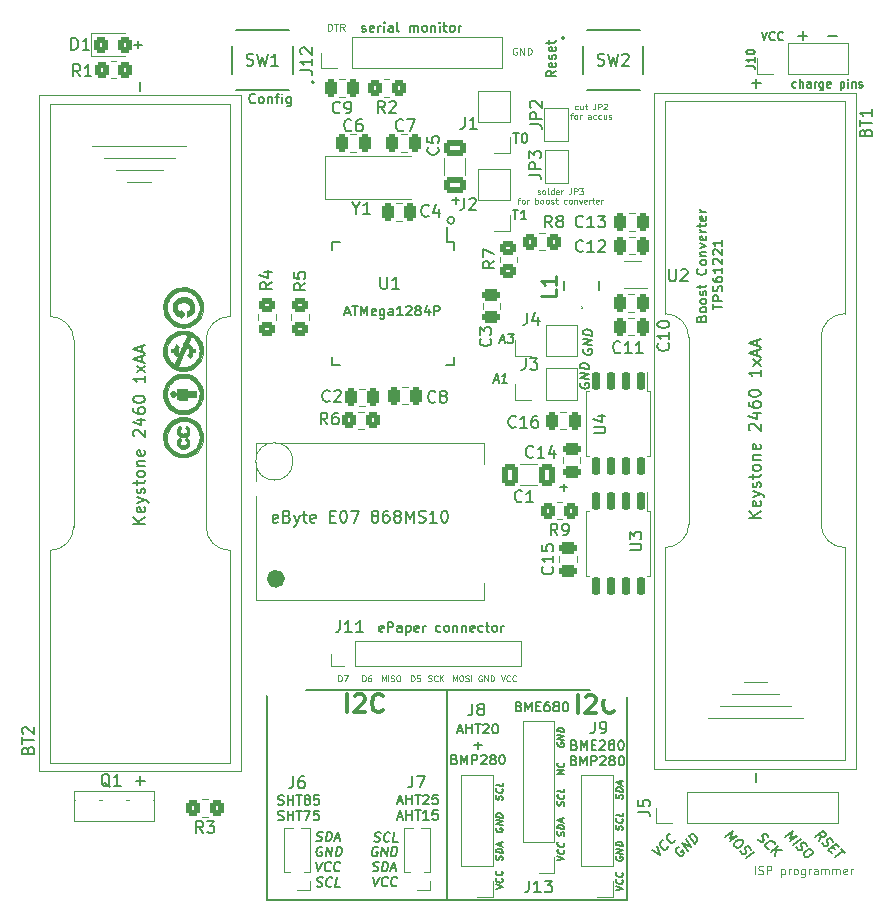
<source format=gbr>
%TF.GenerationSoftware,KiCad,Pcbnew,6.0.11-2627ca5db0~126~ubuntu22.04.1*%
%TF.CreationDate,2023-07-24T12:23:58+02:00*%
%TF.ProjectId,HB-UNI-SEN-BATT_ATMega1284P_E07-868MS10_FRAM_FUEL4EP,48422d55-4e49-42d5-9345-4e2d42415454,rev?*%
%TF.SameCoordinates,Original*%
%TF.FileFunction,Legend,Top*%
%TF.FilePolarity,Positive*%
%FSLAX46Y46*%
G04 Gerber Fmt 4.6, Leading zero omitted, Abs format (unit mm)*
G04 Created by KiCad (PCBNEW 6.0.11-2627ca5db0~126~ubuntu22.04.1) date 2023-07-24 12:23:58*
%MOMM*%
%LPD*%
G01*
G04 APERTURE LIST*
G04 Aperture macros list*
%AMRoundRect*
0 Rectangle with rounded corners*
0 $1 Rounding radius*
0 $2 $3 $4 $5 $6 $7 $8 $9 X,Y pos of 4 corners*
0 Add a 4 corners polygon primitive as box body*
4,1,4,$2,$3,$4,$5,$6,$7,$8,$9,$2,$3,0*
0 Add four circle primitives for the rounded corners*
1,1,$1+$1,$2,$3*
1,1,$1+$1,$4,$5*
1,1,$1+$1,$6,$7*
1,1,$1+$1,$8,$9*
0 Add four rect primitives between the rounded corners*
20,1,$1+$1,$2,$3,$4,$5,0*
20,1,$1+$1,$4,$5,$6,$7,0*
20,1,$1+$1,$6,$7,$8,$9,0*
20,1,$1+$1,$8,$9,$2,$3,0*%
G04 Aperture macros list end*
%ADD10C,0.200000*%
%ADD11C,0.140000*%
%ADD12C,0.150000*%
%ADD13C,0.100000*%
%ADD14C,0.152400*%
%ADD15C,0.300000*%
%ADD16C,0.254000*%
%ADD17C,0.120000*%
%ADD18C,0.800000*%
%ADD19C,0.127000*%
%ADD20C,0.010000*%
%ADD21R,2.170000X1.000000*%
%ADD22C,1.000000*%
%ADD23C,3.000000*%
%ADD24RoundRect,0.250000X-0.325000X-0.450000X0.325000X-0.450000X0.325000X0.450000X-0.325000X0.450000X0*%
%ADD25R,1.700000X1.700000*%
%ADD26O,1.700000X1.700000*%
%ADD27RoundRect,0.250000X0.412500X0.650000X-0.412500X0.650000X-0.412500X-0.650000X0.412500X-0.650000X0*%
%ADD28RoundRect,0.250000X-0.450000X0.350000X-0.450000X-0.350000X0.450000X-0.350000X0.450000X0.350000X0*%
%ADD29RoundRect,0.250000X-0.350000X-0.450000X0.350000X-0.450000X0.350000X0.450000X-0.350000X0.450000X0*%
%ADD30RoundRect,0.250000X0.350000X0.450000X-0.350000X0.450000X-0.350000X-0.450000X0.350000X-0.450000X0*%
%ADD31R,1.717500X1.800000*%
%ADD32O,1.717500X1.800000*%
%ADD33R,1.500000X1.000000*%
%ADD34C,4.400000*%
%ADD35C,0.700000*%
%ADD36C,2.640000*%
%ADD37C,2.000000*%
%ADD38R,2.000000X2.000000*%
%ADD39RoundRect,0.250000X0.250000X0.475000X-0.250000X0.475000X-0.250000X-0.475000X0.250000X-0.475000X0*%
%ADD40RoundRect,0.250000X-0.250000X-0.475000X0.250000X-0.475000X0.250000X0.475000X-0.250000X0.475000X0*%
%ADD41R,3.500000X2.400000*%
%ADD42RoundRect,0.250000X0.650000X-0.412500X0.650000X0.412500X-0.650000X0.412500X-0.650000X-0.412500X0*%
%ADD43R,1.000000X0.750000*%
%ADD44R,1.350000X1.350000*%
%ADD45O,1.350000X1.350000*%
%ADD46R,3.000000X0.900000*%
%ADD47R,0.900000X0.400000*%
%ADD48RoundRect,0.250000X0.450000X-0.350000X0.450000X0.350000X-0.450000X0.350000X-0.450000X-0.350000X0*%
%ADD49R,1.000000X1.000000*%
%ADD50O,1.000000X1.000000*%
%ADD51R,0.550000X1.500000*%
%ADD52R,1.500000X0.550000*%
%ADD53RoundRect,0.250000X0.475000X-0.250000X0.475000X0.250000X-0.475000X0.250000X-0.475000X-0.250000X0*%
%ADD54C,5.000000*%
%ADD55RoundRect,0.150000X-0.150000X0.650000X-0.150000X-0.650000X0.150000X-0.650000X0.150000X0.650000X0*%
G04 APERTURE END LIST*
D10*
X38430000Y-75590500D02*
X38430000Y-57810500D01*
X23190000Y-57810500D02*
X23190000Y-75590500D01*
X38430000Y-57810500D02*
X23190000Y-57810500D01*
X38430000Y-75590500D02*
X53670000Y-75590500D01*
X23190000Y-75590500D02*
X38430000Y-75590500D01*
X53670000Y-57810500D02*
X53670000Y-65430500D01*
X53670000Y-65430500D02*
X53670000Y-75590500D01*
D11*
X39047500Y-18059500D02*
G75*
G03*
X39047500Y-18059500I-300000J0D01*
G01*
D10*
X53670000Y-57810500D02*
X38430000Y-57810500D01*
X38430000Y-57810500D02*
X38430000Y-75590500D01*
D12*
X32180595Y-73628404D02*
X32347261Y-74428404D01*
X32713928Y-73628404D01*
X33347261Y-74352214D02*
X33304404Y-74390309D01*
X33185357Y-74428404D01*
X33109166Y-74428404D01*
X32999642Y-74390309D01*
X32932976Y-74314119D01*
X32904404Y-74237928D01*
X32885357Y-74085547D01*
X32899642Y-73971261D01*
X32956785Y-73818880D01*
X33004404Y-73742690D01*
X33090119Y-73666500D01*
X33209166Y-73628404D01*
X33285357Y-73628404D01*
X33394880Y-73666500D01*
X33428214Y-73704595D01*
X34147261Y-74352214D02*
X34104404Y-74390309D01*
X33985357Y-74428404D01*
X33909166Y-74428404D01*
X33799642Y-74390309D01*
X33732976Y-74314119D01*
X33704404Y-74237928D01*
X33685357Y-74085547D01*
X33699642Y-73971261D01*
X33756785Y-73818880D01*
X33804404Y-73742690D01*
X33890119Y-73666500D01*
X34009166Y-73628404D01*
X34085357Y-73628404D01*
X34194880Y-73666500D01*
X34228214Y-73704595D01*
X32569476Y-71126500D02*
X32498047Y-71088404D01*
X32383761Y-71088404D01*
X32264714Y-71126500D01*
X32179000Y-71202690D01*
X32131380Y-71278880D01*
X32074238Y-71431261D01*
X32059952Y-71545547D01*
X32079000Y-71697928D01*
X32107571Y-71774119D01*
X32174238Y-71850309D01*
X32283761Y-71888404D01*
X32359952Y-71888404D01*
X32479000Y-71850309D01*
X32521857Y-71812214D01*
X32555190Y-71545547D01*
X32402809Y-71545547D01*
X32855190Y-71888404D02*
X32955190Y-71088404D01*
X33312333Y-71888404D01*
X33412333Y-71088404D01*
X33693285Y-71888404D02*
X33793285Y-71088404D01*
X33983761Y-71088404D01*
X34093285Y-71126500D01*
X34159952Y-71202690D01*
X34188523Y-71278880D01*
X34207571Y-71431261D01*
X34193285Y-71545547D01*
X34136142Y-71697928D01*
X34088523Y-71774119D01*
X34002809Y-71850309D01*
X33883761Y-71888404D01*
X33693285Y-71888404D01*
X32263142Y-70643809D02*
X32372666Y-70681904D01*
X32563142Y-70681904D01*
X32644095Y-70643809D01*
X32686952Y-70605714D01*
X32734571Y-70529523D01*
X32744095Y-70453333D01*
X32715523Y-70377142D01*
X32682190Y-70339047D01*
X32610761Y-70300952D01*
X32463142Y-70262857D01*
X32391714Y-70224761D01*
X32358380Y-70186666D01*
X32329809Y-70110476D01*
X32339333Y-70034285D01*
X32386952Y-69958095D01*
X32429809Y-69920000D01*
X32510761Y-69881904D01*
X32701238Y-69881904D01*
X32810761Y-69920000D01*
X33525047Y-70605714D02*
X33482190Y-70643809D01*
X33363142Y-70681904D01*
X33286952Y-70681904D01*
X33177428Y-70643809D01*
X33110761Y-70567619D01*
X33082190Y-70491428D01*
X33063142Y-70339047D01*
X33077428Y-70224761D01*
X33134571Y-70072380D01*
X33182190Y-69996190D01*
X33267904Y-69920000D01*
X33386952Y-69881904D01*
X33463142Y-69881904D01*
X33572666Y-69920000D01*
X33606000Y-69958095D01*
X34239333Y-70681904D02*
X33858380Y-70681904D01*
X33958380Y-69881904D01*
X32117095Y-73120309D02*
X32226619Y-73158404D01*
X32417095Y-73158404D01*
X32498047Y-73120309D01*
X32540904Y-73082214D01*
X32588523Y-73006023D01*
X32598047Y-72929833D01*
X32569476Y-72853642D01*
X32536142Y-72815547D01*
X32464714Y-72777452D01*
X32317095Y-72739357D01*
X32245666Y-72701261D01*
X32212333Y-72663166D01*
X32183761Y-72586976D01*
X32193285Y-72510785D01*
X32240904Y-72434595D01*
X32283761Y-72396500D01*
X32364714Y-72358404D01*
X32555190Y-72358404D01*
X32664714Y-72396500D01*
X32912333Y-73158404D02*
X33012333Y-72358404D01*
X33202809Y-72358404D01*
X33312333Y-72396500D01*
X33379000Y-72472690D01*
X33407571Y-72548880D01*
X33426619Y-72701261D01*
X33412333Y-72815547D01*
X33355190Y-72967928D01*
X33307571Y-73044119D01*
X33221857Y-73120309D01*
X33102809Y-73158404D01*
X32912333Y-73158404D01*
X33702809Y-72929833D02*
X34083761Y-72929833D01*
X33598047Y-73158404D02*
X33964714Y-72358404D01*
X34131380Y-73158404D01*
X43117857Y-72244803D02*
X43146428Y-72162660D01*
X43146428Y-72019803D01*
X43117857Y-71959089D01*
X43089285Y-71926946D01*
X43032142Y-71891232D01*
X42975000Y-71884089D01*
X42917857Y-71905517D01*
X42889285Y-71930517D01*
X42860714Y-71984089D01*
X42832142Y-72094803D01*
X42803571Y-72148375D01*
X42775000Y-72173375D01*
X42717857Y-72194803D01*
X42660714Y-72187660D01*
X42603571Y-72151946D01*
X42575000Y-72119803D01*
X42546428Y-72059089D01*
X42546428Y-71916232D01*
X42575000Y-71834089D01*
X43146428Y-71648375D02*
X42546428Y-71573375D01*
X42546428Y-71430517D01*
X42575000Y-71348375D01*
X42632142Y-71298375D01*
X42689285Y-71276946D01*
X42803571Y-71262660D01*
X42889285Y-71273375D01*
X43003571Y-71316232D01*
X43060714Y-71351946D01*
X43117857Y-71416232D01*
X43146428Y-71505517D01*
X43146428Y-71648375D01*
X42975000Y-71055517D02*
X42975000Y-70769803D01*
X43146428Y-71134089D02*
X42546428Y-70859089D01*
X43146428Y-70734089D01*
X43117857Y-67150517D02*
X43146428Y-67068375D01*
X43146428Y-66925517D01*
X43117857Y-66864803D01*
X43089285Y-66832660D01*
X43032142Y-66796946D01*
X42975000Y-66789803D01*
X42917857Y-66811232D01*
X42889285Y-66836232D01*
X42860714Y-66889803D01*
X42832142Y-67000517D01*
X42803571Y-67054089D01*
X42775000Y-67079089D01*
X42717857Y-67100517D01*
X42660714Y-67093375D01*
X42603571Y-67057660D01*
X42575000Y-67025517D01*
X42546428Y-66964803D01*
X42546428Y-66821946D01*
X42575000Y-66739803D01*
X43089285Y-66204089D02*
X43117857Y-66236232D01*
X43146428Y-66325517D01*
X43146428Y-66382660D01*
X43117857Y-66464803D01*
X43060714Y-66514803D01*
X43003571Y-66536232D01*
X42889285Y-66550517D01*
X42803571Y-66539803D01*
X42689285Y-66496946D01*
X42632142Y-66461232D01*
X42575000Y-66396946D01*
X42546428Y-66307660D01*
X42546428Y-66250517D01*
X42575000Y-66168375D01*
X42603571Y-66143375D01*
X43146428Y-65668375D02*
X43146428Y-65954089D01*
X42546428Y-65879089D01*
X42575000Y-69492517D02*
X42546428Y-69546089D01*
X42546428Y-69631803D01*
X42575000Y-69721089D01*
X42632142Y-69785375D01*
X42689285Y-69821089D01*
X42803571Y-69863946D01*
X42889285Y-69874660D01*
X43003571Y-69860375D01*
X43060714Y-69838946D01*
X43117857Y-69788946D01*
X43146428Y-69706803D01*
X43146428Y-69649660D01*
X43117857Y-69560375D01*
X43089285Y-69528232D01*
X42889285Y-69503232D01*
X42889285Y-69617517D01*
X43146428Y-69278232D02*
X42546428Y-69203232D01*
X43146428Y-68935375D01*
X42546428Y-68860375D01*
X43146428Y-68649660D02*
X42546428Y-68574660D01*
X42546428Y-68431803D01*
X42575000Y-68349660D01*
X42632142Y-68299660D01*
X42689285Y-68278232D01*
X42803571Y-68263946D01*
X42889285Y-68274660D01*
X43003571Y-68317517D01*
X43060714Y-68353232D01*
X43117857Y-68417517D01*
X43146428Y-68506803D01*
X43146428Y-68649660D01*
D13*
X46089928Y-15827380D02*
X46137547Y-15851190D01*
X46232785Y-15851190D01*
X46280404Y-15827380D01*
X46304214Y-15779761D01*
X46304214Y-15755952D01*
X46280404Y-15708333D01*
X46232785Y-15684523D01*
X46161357Y-15684523D01*
X46113738Y-15660714D01*
X46089928Y-15613095D01*
X46089928Y-15589285D01*
X46113738Y-15541666D01*
X46161357Y-15517857D01*
X46232785Y-15517857D01*
X46280404Y-15541666D01*
X46589928Y-15851190D02*
X46542309Y-15827380D01*
X46518500Y-15803571D01*
X46494690Y-15755952D01*
X46494690Y-15613095D01*
X46518500Y-15565476D01*
X46542309Y-15541666D01*
X46589928Y-15517857D01*
X46661357Y-15517857D01*
X46708976Y-15541666D01*
X46732785Y-15565476D01*
X46756595Y-15613095D01*
X46756595Y-15755952D01*
X46732785Y-15803571D01*
X46708976Y-15827380D01*
X46661357Y-15851190D01*
X46589928Y-15851190D01*
X47042309Y-15851190D02*
X46994690Y-15827380D01*
X46970880Y-15779761D01*
X46970880Y-15351190D01*
X47447071Y-15851190D02*
X47447071Y-15351190D01*
X47447071Y-15827380D02*
X47399452Y-15851190D01*
X47304214Y-15851190D01*
X47256595Y-15827380D01*
X47232785Y-15803571D01*
X47208976Y-15755952D01*
X47208976Y-15613095D01*
X47232785Y-15565476D01*
X47256595Y-15541666D01*
X47304214Y-15517857D01*
X47399452Y-15517857D01*
X47447071Y-15541666D01*
X47875642Y-15827380D02*
X47828023Y-15851190D01*
X47732785Y-15851190D01*
X47685166Y-15827380D01*
X47661357Y-15779761D01*
X47661357Y-15589285D01*
X47685166Y-15541666D01*
X47732785Y-15517857D01*
X47828023Y-15517857D01*
X47875642Y-15541666D01*
X47899452Y-15589285D01*
X47899452Y-15636904D01*
X47661357Y-15684523D01*
X48113738Y-15851190D02*
X48113738Y-15517857D01*
X48113738Y-15613095D02*
X48137547Y-15565476D01*
X48161357Y-15541666D01*
X48208976Y-15517857D01*
X48256595Y-15517857D01*
X48947071Y-15351190D02*
X48947071Y-15708333D01*
X48923261Y-15779761D01*
X48875642Y-15827380D01*
X48804214Y-15851190D01*
X48756595Y-15851190D01*
X49185166Y-15851190D02*
X49185166Y-15351190D01*
X49375642Y-15351190D01*
X49423261Y-15375000D01*
X49447071Y-15398809D01*
X49470880Y-15446428D01*
X49470880Y-15517857D01*
X49447071Y-15565476D01*
X49423261Y-15589285D01*
X49375642Y-15613095D01*
X49185166Y-15613095D01*
X49637547Y-15351190D02*
X49947071Y-15351190D01*
X49780404Y-15541666D01*
X49851833Y-15541666D01*
X49899452Y-15565476D01*
X49923261Y-15589285D01*
X49947071Y-15636904D01*
X49947071Y-15755952D01*
X49923261Y-15803571D01*
X49899452Y-15827380D01*
X49851833Y-15851190D01*
X49708976Y-15851190D01*
X49661357Y-15827380D01*
X49637547Y-15803571D01*
X44399452Y-16322857D02*
X44589928Y-16322857D01*
X44470880Y-16656190D02*
X44470880Y-16227619D01*
X44494690Y-16180000D01*
X44542309Y-16156190D01*
X44589928Y-16156190D01*
X44828023Y-16656190D02*
X44780404Y-16632380D01*
X44756595Y-16608571D01*
X44732785Y-16560952D01*
X44732785Y-16418095D01*
X44756595Y-16370476D01*
X44780404Y-16346666D01*
X44828023Y-16322857D01*
X44899452Y-16322857D01*
X44947071Y-16346666D01*
X44970880Y-16370476D01*
X44994690Y-16418095D01*
X44994690Y-16560952D01*
X44970880Y-16608571D01*
X44947071Y-16632380D01*
X44899452Y-16656190D01*
X44828023Y-16656190D01*
X45208976Y-16656190D02*
X45208976Y-16322857D01*
X45208976Y-16418095D02*
X45232785Y-16370476D01*
X45256595Y-16346666D01*
X45304214Y-16322857D01*
X45351833Y-16322857D01*
X45899452Y-16656190D02*
X45899452Y-16156190D01*
X45899452Y-16346666D02*
X45947071Y-16322857D01*
X46042309Y-16322857D01*
X46089928Y-16346666D01*
X46113738Y-16370476D01*
X46137547Y-16418095D01*
X46137547Y-16560952D01*
X46113738Y-16608571D01*
X46089928Y-16632380D01*
X46042309Y-16656190D01*
X45947071Y-16656190D01*
X45899452Y-16632380D01*
X46423261Y-16656190D02*
X46375642Y-16632380D01*
X46351833Y-16608571D01*
X46328023Y-16560952D01*
X46328023Y-16418095D01*
X46351833Y-16370476D01*
X46375642Y-16346666D01*
X46423261Y-16322857D01*
X46494690Y-16322857D01*
X46542309Y-16346666D01*
X46566119Y-16370476D01*
X46589928Y-16418095D01*
X46589928Y-16560952D01*
X46566119Y-16608571D01*
X46542309Y-16632380D01*
X46494690Y-16656190D01*
X46423261Y-16656190D01*
X46875642Y-16656190D02*
X46828023Y-16632380D01*
X46804214Y-16608571D01*
X46780404Y-16560952D01*
X46780404Y-16418095D01*
X46804214Y-16370476D01*
X46828023Y-16346666D01*
X46875642Y-16322857D01*
X46947071Y-16322857D01*
X46994690Y-16346666D01*
X47018500Y-16370476D01*
X47042309Y-16418095D01*
X47042309Y-16560952D01*
X47018500Y-16608571D01*
X46994690Y-16632380D01*
X46947071Y-16656190D01*
X46875642Y-16656190D01*
X47232785Y-16632380D02*
X47280404Y-16656190D01*
X47375642Y-16656190D01*
X47423261Y-16632380D01*
X47447071Y-16584761D01*
X47447071Y-16560952D01*
X47423261Y-16513333D01*
X47375642Y-16489523D01*
X47304214Y-16489523D01*
X47256595Y-16465714D01*
X47232785Y-16418095D01*
X47232785Y-16394285D01*
X47256595Y-16346666D01*
X47304214Y-16322857D01*
X47375642Y-16322857D01*
X47423261Y-16346666D01*
X47589928Y-16322857D02*
X47780404Y-16322857D01*
X47661357Y-16156190D02*
X47661357Y-16584761D01*
X47685166Y-16632380D01*
X47732785Y-16656190D01*
X47780404Y-16656190D01*
X48542309Y-16632380D02*
X48494690Y-16656190D01*
X48399452Y-16656190D01*
X48351833Y-16632380D01*
X48328023Y-16608571D01*
X48304214Y-16560952D01*
X48304214Y-16418095D01*
X48328023Y-16370476D01*
X48351833Y-16346666D01*
X48399452Y-16322857D01*
X48494690Y-16322857D01*
X48542309Y-16346666D01*
X48828023Y-16656190D02*
X48780404Y-16632380D01*
X48756595Y-16608571D01*
X48732785Y-16560952D01*
X48732785Y-16418095D01*
X48756595Y-16370476D01*
X48780404Y-16346666D01*
X48828023Y-16322857D01*
X48899452Y-16322857D01*
X48947071Y-16346666D01*
X48970880Y-16370476D01*
X48994690Y-16418095D01*
X48994690Y-16560952D01*
X48970880Y-16608571D01*
X48947071Y-16632380D01*
X48899452Y-16656190D01*
X48828023Y-16656190D01*
X49208976Y-16322857D02*
X49208976Y-16656190D01*
X49208976Y-16370476D02*
X49232785Y-16346666D01*
X49280404Y-16322857D01*
X49351833Y-16322857D01*
X49399452Y-16346666D01*
X49423261Y-16394285D01*
X49423261Y-16656190D01*
X49613738Y-16322857D02*
X49732785Y-16656190D01*
X49851833Y-16322857D01*
X50232785Y-16632380D02*
X50185166Y-16656190D01*
X50089928Y-16656190D01*
X50042309Y-16632380D01*
X50018500Y-16584761D01*
X50018500Y-16394285D01*
X50042309Y-16346666D01*
X50089928Y-16322857D01*
X50185166Y-16322857D01*
X50232785Y-16346666D01*
X50256595Y-16394285D01*
X50256595Y-16441904D01*
X50018500Y-16489523D01*
X50470880Y-16656190D02*
X50470880Y-16322857D01*
X50470880Y-16418095D02*
X50494690Y-16370476D01*
X50518500Y-16346666D01*
X50566119Y-16322857D01*
X50613738Y-16322857D01*
X50708976Y-16322857D02*
X50899452Y-16322857D01*
X50780404Y-16156190D02*
X50780404Y-16584761D01*
X50804214Y-16632380D01*
X50851833Y-16656190D01*
X50899452Y-16656190D01*
X51256595Y-16632380D02*
X51208976Y-16656190D01*
X51113738Y-16656190D01*
X51066119Y-16632380D01*
X51042309Y-16584761D01*
X51042309Y-16394285D01*
X51066119Y-16346666D01*
X51113738Y-16322857D01*
X51208976Y-16322857D01*
X51256595Y-16346666D01*
X51280404Y-16394285D01*
X51280404Y-16441904D01*
X51042309Y-16489523D01*
X51494690Y-16656190D02*
X51494690Y-16322857D01*
X51494690Y-16418095D02*
X51518500Y-16370476D01*
X51542309Y-16346666D01*
X51589928Y-16322857D01*
X51637547Y-16322857D01*
D12*
X27373642Y-74453809D02*
X27483166Y-74491904D01*
X27673642Y-74491904D01*
X27754595Y-74453809D01*
X27797452Y-74415714D01*
X27845071Y-74339523D01*
X27854595Y-74263333D01*
X27826023Y-74187142D01*
X27792690Y-74149047D01*
X27721261Y-74110952D01*
X27573642Y-74072857D01*
X27502214Y-74034761D01*
X27468880Y-73996666D01*
X27440309Y-73920476D01*
X27449833Y-73844285D01*
X27497452Y-73768095D01*
X27540309Y-73730000D01*
X27621261Y-73691904D01*
X27811738Y-73691904D01*
X27921261Y-73730000D01*
X28635547Y-74415714D02*
X28592690Y-74453809D01*
X28473642Y-74491904D01*
X28397452Y-74491904D01*
X28287928Y-74453809D01*
X28221261Y-74377619D01*
X28192690Y-74301428D01*
X28173642Y-74149047D01*
X28187928Y-74034761D01*
X28245071Y-73882380D01*
X28292690Y-73806190D01*
X28378404Y-73730000D01*
X28497452Y-73691904D01*
X28573642Y-73691904D01*
X28683166Y-73730000D01*
X28716500Y-73768095D01*
X29349833Y-74491904D02*
X28968880Y-74491904D01*
X29068880Y-73691904D01*
X53277857Y-67037803D02*
X53306428Y-66955660D01*
X53306428Y-66812803D01*
X53277857Y-66752089D01*
X53249285Y-66719946D01*
X53192142Y-66684232D01*
X53135000Y-66677089D01*
X53077857Y-66698517D01*
X53049285Y-66723517D01*
X53020714Y-66777089D01*
X52992142Y-66887803D01*
X52963571Y-66941375D01*
X52935000Y-66966375D01*
X52877857Y-66987803D01*
X52820714Y-66980660D01*
X52763571Y-66944946D01*
X52735000Y-66912803D01*
X52706428Y-66852089D01*
X52706428Y-66709232D01*
X52735000Y-66627089D01*
X53306428Y-66441375D02*
X52706428Y-66366375D01*
X52706428Y-66223517D01*
X52735000Y-66141375D01*
X52792142Y-66091375D01*
X52849285Y-66069946D01*
X52963571Y-66055660D01*
X53049285Y-66066375D01*
X53163571Y-66109232D01*
X53220714Y-66144946D01*
X53277857Y-66209232D01*
X53306428Y-66298517D01*
X53306428Y-66441375D01*
X53135000Y-65848517D02*
X53135000Y-65562803D01*
X53306428Y-65927089D02*
X52706428Y-65652089D01*
X53306428Y-65527089D01*
X47782000Y-62253517D02*
X47753428Y-62307089D01*
X47753428Y-62392803D01*
X47782000Y-62482089D01*
X47839142Y-62546375D01*
X47896285Y-62582089D01*
X48010571Y-62624946D01*
X48096285Y-62635660D01*
X48210571Y-62621375D01*
X48267714Y-62599946D01*
X48324857Y-62549946D01*
X48353428Y-62467803D01*
X48353428Y-62410660D01*
X48324857Y-62321375D01*
X48296285Y-62289232D01*
X48096285Y-62264232D01*
X48096285Y-62378517D01*
X48353428Y-62039232D02*
X47753428Y-61964232D01*
X48353428Y-61696375D01*
X47753428Y-61621375D01*
X48353428Y-61410660D02*
X47753428Y-61335660D01*
X47753428Y-61192803D01*
X47782000Y-61110660D01*
X47839142Y-61060660D01*
X47896285Y-61039232D01*
X48010571Y-61024946D01*
X48096285Y-61035660D01*
X48210571Y-61078517D01*
X48267714Y-61114232D01*
X48324857Y-61178517D01*
X48353428Y-61267803D01*
X48353428Y-61410660D01*
X48324857Y-67658517D02*
X48353428Y-67576375D01*
X48353428Y-67433517D01*
X48324857Y-67372803D01*
X48296285Y-67340660D01*
X48239142Y-67304946D01*
X48182000Y-67297803D01*
X48124857Y-67319232D01*
X48096285Y-67344232D01*
X48067714Y-67397803D01*
X48039142Y-67508517D01*
X48010571Y-67562089D01*
X47982000Y-67587089D01*
X47924857Y-67608517D01*
X47867714Y-67601375D01*
X47810571Y-67565660D01*
X47782000Y-67533517D01*
X47753428Y-67472803D01*
X47753428Y-67329946D01*
X47782000Y-67247803D01*
X48296285Y-66712089D02*
X48324857Y-66744232D01*
X48353428Y-66833517D01*
X48353428Y-66890660D01*
X48324857Y-66972803D01*
X48267714Y-67022803D01*
X48210571Y-67044232D01*
X48096285Y-67058517D01*
X48010571Y-67047803D01*
X47896285Y-67004946D01*
X47839142Y-66969232D01*
X47782000Y-66904946D01*
X47753428Y-66815660D01*
X47753428Y-66758517D01*
X47782000Y-66676375D01*
X47810571Y-66651375D01*
X48353428Y-66176375D02*
X48353428Y-66462089D01*
X47753428Y-66387089D01*
X48324857Y-70212803D02*
X48353428Y-70130660D01*
X48353428Y-69987803D01*
X48324857Y-69927089D01*
X48296285Y-69894946D01*
X48239142Y-69859232D01*
X48182000Y-69852089D01*
X48124857Y-69873517D01*
X48096285Y-69898517D01*
X48067714Y-69952089D01*
X48039142Y-70062803D01*
X48010571Y-70116375D01*
X47982000Y-70141375D01*
X47924857Y-70162803D01*
X47867714Y-70155660D01*
X47810571Y-70119946D01*
X47782000Y-70087803D01*
X47753428Y-70027089D01*
X47753428Y-69884232D01*
X47782000Y-69802089D01*
X48353428Y-69616375D02*
X47753428Y-69541375D01*
X47753428Y-69398517D01*
X47782000Y-69316375D01*
X47839142Y-69266375D01*
X47896285Y-69244946D01*
X48010571Y-69230660D01*
X48096285Y-69241375D01*
X48210571Y-69284232D01*
X48267714Y-69319946D01*
X48324857Y-69384232D01*
X48353428Y-69473517D01*
X48353428Y-69616375D01*
X48182000Y-69023517D02*
X48182000Y-68737803D01*
X48353428Y-69102089D02*
X47753428Y-68827089D01*
X48353428Y-68702089D01*
X47753428Y-72244803D02*
X48353428Y-72119803D01*
X47753428Y-71844803D01*
X48296285Y-71369803D02*
X48324857Y-71401946D01*
X48353428Y-71491232D01*
X48353428Y-71548375D01*
X48324857Y-71630517D01*
X48267714Y-71680517D01*
X48210571Y-71701946D01*
X48096285Y-71716232D01*
X48010571Y-71705517D01*
X47896285Y-71662660D01*
X47839142Y-71626946D01*
X47782000Y-71562660D01*
X47753428Y-71473375D01*
X47753428Y-71416232D01*
X47782000Y-71334089D01*
X47810571Y-71309089D01*
X48296285Y-70769803D02*
X48324857Y-70801946D01*
X48353428Y-70891232D01*
X48353428Y-70948375D01*
X48324857Y-71030517D01*
X48267714Y-71080517D01*
X48210571Y-71101946D01*
X48096285Y-71116232D01*
X48010571Y-71105517D01*
X47896285Y-71062660D01*
X47839142Y-71026946D01*
X47782000Y-70962660D01*
X47753428Y-70873375D01*
X47753428Y-70816232D01*
X47782000Y-70734089D01*
X47810571Y-70709089D01*
D14*
X49194761Y-62476334D02*
X49310876Y-62515039D01*
X49349580Y-62553744D01*
X49388285Y-62631153D01*
X49388285Y-62747268D01*
X49349580Y-62824677D01*
X49310876Y-62863382D01*
X49233466Y-62902087D01*
X48923828Y-62902087D01*
X48923828Y-62089287D01*
X49194761Y-62089287D01*
X49272171Y-62127992D01*
X49310876Y-62166696D01*
X49349580Y-62244106D01*
X49349580Y-62321515D01*
X49310876Y-62398925D01*
X49272171Y-62437630D01*
X49194761Y-62476334D01*
X48923828Y-62476334D01*
X49736628Y-62902087D02*
X49736628Y-62089287D01*
X50007561Y-62669858D01*
X50278495Y-62089287D01*
X50278495Y-62902087D01*
X50665542Y-62476334D02*
X50936476Y-62476334D01*
X51052590Y-62902087D02*
X50665542Y-62902087D01*
X50665542Y-62089287D01*
X51052590Y-62089287D01*
X51362228Y-62166696D02*
X51400933Y-62127992D01*
X51478342Y-62089287D01*
X51671866Y-62089287D01*
X51749276Y-62127992D01*
X51787980Y-62166696D01*
X51826685Y-62244106D01*
X51826685Y-62321515D01*
X51787980Y-62437630D01*
X51323523Y-62902087D01*
X51826685Y-62902087D01*
X52291142Y-62437630D02*
X52213733Y-62398925D01*
X52175028Y-62360220D01*
X52136323Y-62282811D01*
X52136323Y-62244106D01*
X52175028Y-62166696D01*
X52213733Y-62127992D01*
X52291142Y-62089287D01*
X52445961Y-62089287D01*
X52523371Y-62127992D01*
X52562076Y-62166696D01*
X52600780Y-62244106D01*
X52600780Y-62282811D01*
X52562076Y-62360220D01*
X52523371Y-62398925D01*
X52445961Y-62437630D01*
X52291142Y-62437630D01*
X52213733Y-62476334D01*
X52175028Y-62515039D01*
X52136323Y-62592449D01*
X52136323Y-62747268D01*
X52175028Y-62824677D01*
X52213733Y-62863382D01*
X52291142Y-62902087D01*
X52445961Y-62902087D01*
X52523371Y-62863382D01*
X52562076Y-62824677D01*
X52600780Y-62747268D01*
X52600780Y-62592449D01*
X52562076Y-62515039D01*
X52523371Y-62476334D01*
X52445961Y-62437630D01*
X53103942Y-62089287D02*
X53181352Y-62089287D01*
X53258761Y-62127992D01*
X53297466Y-62166696D01*
X53336171Y-62244106D01*
X53374876Y-62398925D01*
X53374876Y-62592449D01*
X53336171Y-62747268D01*
X53297466Y-62824677D01*
X53258761Y-62863382D01*
X53181352Y-62902087D01*
X53103942Y-62902087D01*
X53026533Y-62863382D01*
X52987828Y-62824677D01*
X52949123Y-62747268D01*
X52910419Y-62592449D01*
X52910419Y-62398925D01*
X52949123Y-62244106D01*
X52987828Y-62166696D01*
X53026533Y-62127992D01*
X53103942Y-62089287D01*
X49156057Y-63784942D02*
X49272171Y-63823647D01*
X49310876Y-63862352D01*
X49349580Y-63939761D01*
X49349580Y-64055876D01*
X49310876Y-64133285D01*
X49272171Y-64171990D01*
X49194761Y-64210695D01*
X48885123Y-64210695D01*
X48885123Y-63397895D01*
X49156057Y-63397895D01*
X49233466Y-63436600D01*
X49272171Y-63475304D01*
X49310876Y-63552714D01*
X49310876Y-63630123D01*
X49272171Y-63707533D01*
X49233466Y-63746238D01*
X49156057Y-63784942D01*
X48885123Y-63784942D01*
X49697923Y-64210695D02*
X49697923Y-63397895D01*
X49968857Y-63978466D01*
X50239790Y-63397895D01*
X50239790Y-64210695D01*
X50626838Y-64210695D02*
X50626838Y-63397895D01*
X50936476Y-63397895D01*
X51013885Y-63436600D01*
X51052590Y-63475304D01*
X51091295Y-63552714D01*
X51091295Y-63668828D01*
X51052590Y-63746238D01*
X51013885Y-63784942D01*
X50936476Y-63823647D01*
X50626838Y-63823647D01*
X51400933Y-63475304D02*
X51439638Y-63436600D01*
X51517047Y-63397895D01*
X51710571Y-63397895D01*
X51787980Y-63436600D01*
X51826685Y-63475304D01*
X51865390Y-63552714D01*
X51865390Y-63630123D01*
X51826685Y-63746238D01*
X51362228Y-64210695D01*
X51865390Y-64210695D01*
X52329847Y-63746238D02*
X52252438Y-63707533D01*
X52213733Y-63668828D01*
X52175028Y-63591419D01*
X52175028Y-63552714D01*
X52213733Y-63475304D01*
X52252438Y-63436600D01*
X52329847Y-63397895D01*
X52484666Y-63397895D01*
X52562076Y-63436600D01*
X52600780Y-63475304D01*
X52639485Y-63552714D01*
X52639485Y-63591419D01*
X52600780Y-63668828D01*
X52562076Y-63707533D01*
X52484666Y-63746238D01*
X52329847Y-63746238D01*
X52252438Y-63784942D01*
X52213733Y-63823647D01*
X52175028Y-63901057D01*
X52175028Y-64055876D01*
X52213733Y-64133285D01*
X52252438Y-64171990D01*
X52329847Y-64210695D01*
X52484666Y-64210695D01*
X52562076Y-64171990D01*
X52600780Y-64133285D01*
X52639485Y-64055876D01*
X52639485Y-63901057D01*
X52600780Y-63823647D01*
X52562076Y-63784942D01*
X52484666Y-63746238D01*
X53142647Y-63397895D02*
X53220057Y-63397895D01*
X53297466Y-63436600D01*
X53336171Y-63475304D01*
X53374876Y-63552714D01*
X53413580Y-63707533D01*
X53413580Y-63901057D01*
X53374876Y-64055876D01*
X53336171Y-64133285D01*
X53297466Y-64171990D01*
X53220057Y-64210695D01*
X53142647Y-64210695D01*
X53065238Y-64171990D01*
X53026533Y-64133285D01*
X52987828Y-64055876D01*
X52949123Y-63901057D01*
X52949123Y-63707533D01*
X52987828Y-63552714D01*
X53026533Y-63475304D01*
X53065238Y-63436600D01*
X53142647Y-63397895D01*
D13*
X35393952Y-57084190D02*
X35393952Y-56584190D01*
X35513000Y-56584190D01*
X35584428Y-56608000D01*
X35632047Y-56655619D01*
X35655857Y-56703238D01*
X35679666Y-56798476D01*
X35679666Y-56869904D01*
X35655857Y-56965142D01*
X35632047Y-57012761D01*
X35584428Y-57060380D01*
X35513000Y-57084190D01*
X35393952Y-57084190D01*
X36132047Y-56584190D02*
X35893952Y-56584190D01*
X35870142Y-56822285D01*
X35893952Y-56798476D01*
X35941571Y-56774666D01*
X36060619Y-56774666D01*
X36108238Y-56798476D01*
X36132047Y-56822285D01*
X36155857Y-56869904D01*
X36155857Y-56988952D01*
X36132047Y-57036571D01*
X36108238Y-57060380D01*
X36060619Y-57084190D01*
X35941571Y-57084190D01*
X35893952Y-57060380D01*
X35870142Y-57036571D01*
D12*
X64728534Y-70406470D02*
X64779042Y-70510852D01*
X64913729Y-70645539D01*
X64997908Y-70675844D01*
X65055150Y-70679211D01*
X65142697Y-70659008D01*
X65203306Y-70611868D01*
X65236977Y-70537790D01*
X65240345Y-70487282D01*
X65216774Y-70409837D01*
X65139329Y-70278517D01*
X65115759Y-70201072D01*
X65119126Y-70150565D01*
X65152798Y-70076487D01*
X65213407Y-70029346D01*
X65300954Y-70009143D01*
X65358196Y-70012510D01*
X65442375Y-70042815D01*
X65577062Y-70177502D01*
X65627570Y-70281884D01*
X65647773Y-71271834D02*
X65590531Y-71268467D01*
X65479414Y-71211225D01*
X65425539Y-71157350D01*
X65375032Y-71052967D01*
X65381766Y-70951952D01*
X65415438Y-70877874D01*
X65509719Y-70756656D01*
X65600632Y-70685945D01*
X65748788Y-70618602D01*
X65836335Y-70598399D01*
X65950819Y-70605133D01*
X66061935Y-70662375D01*
X66115810Y-70716250D01*
X66166318Y-70820632D01*
X66162951Y-70871140D01*
X65829600Y-71561411D02*
X66465996Y-71066436D01*
X66152849Y-71884660D02*
X66274067Y-71359380D01*
X66789245Y-71389685D02*
X66102341Y-71349279D01*
D14*
X59961942Y-26364695D02*
X60000647Y-26248580D01*
X60039352Y-26209876D01*
X60116761Y-26171171D01*
X60232876Y-26171171D01*
X60310285Y-26209876D01*
X60348990Y-26248580D01*
X60387695Y-26325990D01*
X60387695Y-26635628D01*
X59574895Y-26635628D01*
X59574895Y-26364695D01*
X59613600Y-26287285D01*
X59652304Y-26248580D01*
X59729714Y-26209876D01*
X59807123Y-26209876D01*
X59884533Y-26248580D01*
X59923238Y-26287285D01*
X59961942Y-26364695D01*
X59961942Y-26635628D01*
X60387695Y-25706714D02*
X60348990Y-25784123D01*
X60310285Y-25822828D01*
X60232876Y-25861533D01*
X60000647Y-25861533D01*
X59923238Y-25822828D01*
X59884533Y-25784123D01*
X59845828Y-25706714D01*
X59845828Y-25590600D01*
X59884533Y-25513190D01*
X59923238Y-25474485D01*
X60000647Y-25435780D01*
X60232876Y-25435780D01*
X60310285Y-25474485D01*
X60348990Y-25513190D01*
X60387695Y-25590600D01*
X60387695Y-25706714D01*
X60387695Y-24971323D02*
X60348990Y-25048733D01*
X60310285Y-25087438D01*
X60232876Y-25126142D01*
X60000647Y-25126142D01*
X59923238Y-25087438D01*
X59884533Y-25048733D01*
X59845828Y-24971323D01*
X59845828Y-24855209D01*
X59884533Y-24777800D01*
X59923238Y-24739095D01*
X60000647Y-24700390D01*
X60232876Y-24700390D01*
X60310285Y-24739095D01*
X60348990Y-24777800D01*
X60387695Y-24855209D01*
X60387695Y-24971323D01*
X60348990Y-24390752D02*
X60387695Y-24313342D01*
X60387695Y-24158523D01*
X60348990Y-24081114D01*
X60271580Y-24042409D01*
X60232876Y-24042409D01*
X60155466Y-24081114D01*
X60116761Y-24158523D01*
X60116761Y-24274638D01*
X60078057Y-24352047D01*
X60000647Y-24390752D01*
X59961942Y-24390752D01*
X59884533Y-24352047D01*
X59845828Y-24274638D01*
X59845828Y-24158523D01*
X59884533Y-24081114D01*
X59845828Y-23810180D02*
X59845828Y-23500542D01*
X59574895Y-23694066D02*
X60271580Y-23694066D01*
X60348990Y-23655361D01*
X60387695Y-23577952D01*
X60387695Y-23500542D01*
X60310285Y-22145876D02*
X60348990Y-22184580D01*
X60387695Y-22300695D01*
X60387695Y-22378104D01*
X60348990Y-22494219D01*
X60271580Y-22571628D01*
X60194171Y-22610333D01*
X60039352Y-22649038D01*
X59923238Y-22649038D01*
X59768419Y-22610333D01*
X59691009Y-22571628D01*
X59613600Y-22494219D01*
X59574895Y-22378104D01*
X59574895Y-22300695D01*
X59613600Y-22184580D01*
X59652304Y-22145876D01*
X60387695Y-21681419D02*
X60348990Y-21758828D01*
X60310285Y-21797533D01*
X60232876Y-21836238D01*
X60000647Y-21836238D01*
X59923238Y-21797533D01*
X59884533Y-21758828D01*
X59845828Y-21681419D01*
X59845828Y-21565304D01*
X59884533Y-21487895D01*
X59923238Y-21449190D01*
X60000647Y-21410485D01*
X60232876Y-21410485D01*
X60310285Y-21449190D01*
X60348990Y-21487895D01*
X60387695Y-21565304D01*
X60387695Y-21681419D01*
X59845828Y-21062142D02*
X60387695Y-21062142D01*
X59923238Y-21062142D02*
X59884533Y-21023438D01*
X59845828Y-20946028D01*
X59845828Y-20829914D01*
X59884533Y-20752504D01*
X59961942Y-20713800D01*
X60387695Y-20713800D01*
X59845828Y-20404161D02*
X60387695Y-20210638D01*
X59845828Y-20017114D01*
X60348990Y-19397838D02*
X60387695Y-19475247D01*
X60387695Y-19630066D01*
X60348990Y-19707476D01*
X60271580Y-19746180D01*
X59961942Y-19746180D01*
X59884533Y-19707476D01*
X59845828Y-19630066D01*
X59845828Y-19475247D01*
X59884533Y-19397838D01*
X59961942Y-19359133D01*
X60039352Y-19359133D01*
X60116761Y-19746180D01*
X60387695Y-19010790D02*
X59845828Y-19010790D01*
X60000647Y-19010790D02*
X59923238Y-18972085D01*
X59884533Y-18933380D01*
X59845828Y-18855971D01*
X59845828Y-18778561D01*
X59845828Y-18623742D02*
X59845828Y-18314104D01*
X59574895Y-18507628D02*
X60271580Y-18507628D01*
X60348990Y-18468923D01*
X60387695Y-18391514D01*
X60387695Y-18314104D01*
X60348990Y-17733533D02*
X60387695Y-17810942D01*
X60387695Y-17965761D01*
X60348990Y-18043171D01*
X60271580Y-18081876D01*
X59961942Y-18081876D01*
X59884533Y-18043171D01*
X59845828Y-17965761D01*
X59845828Y-17810942D01*
X59884533Y-17733533D01*
X59961942Y-17694828D01*
X60039352Y-17694828D01*
X60116761Y-18081876D01*
X60387695Y-17346485D02*
X59845828Y-17346485D01*
X60000647Y-17346485D02*
X59923238Y-17307780D01*
X59884533Y-17269076D01*
X59845828Y-17191666D01*
X59845828Y-17114257D01*
D12*
X27870476Y-71126500D02*
X27799047Y-71088404D01*
X27684761Y-71088404D01*
X27565714Y-71126500D01*
X27480000Y-71202690D01*
X27432380Y-71278880D01*
X27375238Y-71431261D01*
X27360952Y-71545547D01*
X27380000Y-71697928D01*
X27408571Y-71774119D01*
X27475238Y-71850309D01*
X27584761Y-71888404D01*
X27660952Y-71888404D01*
X27780000Y-71850309D01*
X27822857Y-71812214D01*
X27856190Y-71545547D01*
X27703809Y-71545547D01*
X28156190Y-71888404D02*
X28256190Y-71088404D01*
X28613333Y-71888404D01*
X28713333Y-71088404D01*
X28994285Y-71888404D02*
X29094285Y-71088404D01*
X29284761Y-71088404D01*
X29394285Y-71126500D01*
X29460952Y-71202690D01*
X29489523Y-71278880D01*
X29508571Y-71431261D01*
X29494285Y-71545547D01*
X29437142Y-71697928D01*
X29389523Y-71774119D01*
X29303809Y-71850309D01*
X29184761Y-71888404D01*
X28994285Y-71888404D01*
D14*
X29788557Y-25878466D02*
X30175604Y-25878466D01*
X29711147Y-26110695D02*
X29982080Y-25297895D01*
X30253014Y-26110695D01*
X30407833Y-25297895D02*
X30872290Y-25297895D01*
X30640061Y-26110695D02*
X30640061Y-25297895D01*
X31143223Y-26110695D02*
X31143223Y-25297895D01*
X31414157Y-25878466D01*
X31685090Y-25297895D01*
X31685090Y-26110695D01*
X32381776Y-26071990D02*
X32304366Y-26110695D01*
X32149547Y-26110695D01*
X32072138Y-26071990D01*
X32033433Y-25994580D01*
X32033433Y-25684942D01*
X32072138Y-25607533D01*
X32149547Y-25568828D01*
X32304366Y-25568828D01*
X32381776Y-25607533D01*
X32420480Y-25684942D01*
X32420480Y-25762352D01*
X32033433Y-25839761D01*
X33117166Y-25568828D02*
X33117166Y-26226809D01*
X33078461Y-26304219D01*
X33039757Y-26342923D01*
X32962347Y-26381628D01*
X32846233Y-26381628D01*
X32768823Y-26342923D01*
X33117166Y-26071990D02*
X33039757Y-26110695D01*
X32884938Y-26110695D01*
X32807528Y-26071990D01*
X32768823Y-26033285D01*
X32730119Y-25955876D01*
X32730119Y-25723647D01*
X32768823Y-25646238D01*
X32807528Y-25607533D01*
X32884938Y-25568828D01*
X33039757Y-25568828D01*
X33117166Y-25607533D01*
X33852557Y-26110695D02*
X33852557Y-25684942D01*
X33813852Y-25607533D01*
X33736442Y-25568828D01*
X33581623Y-25568828D01*
X33504214Y-25607533D01*
X33852557Y-26071990D02*
X33775147Y-26110695D01*
X33581623Y-26110695D01*
X33504214Y-26071990D01*
X33465509Y-25994580D01*
X33465509Y-25917171D01*
X33504214Y-25839761D01*
X33581623Y-25801057D01*
X33775147Y-25801057D01*
X33852557Y-25762352D01*
X34665357Y-26110695D02*
X34200900Y-26110695D01*
X34433128Y-26110695D02*
X34433128Y-25297895D01*
X34355719Y-25414009D01*
X34278309Y-25491419D01*
X34200900Y-25530123D01*
X34974995Y-25375304D02*
X35013700Y-25336600D01*
X35091109Y-25297895D01*
X35284633Y-25297895D01*
X35362042Y-25336600D01*
X35400747Y-25375304D01*
X35439452Y-25452714D01*
X35439452Y-25530123D01*
X35400747Y-25646238D01*
X34936290Y-26110695D01*
X35439452Y-26110695D01*
X35903909Y-25646238D02*
X35826500Y-25607533D01*
X35787795Y-25568828D01*
X35749090Y-25491419D01*
X35749090Y-25452714D01*
X35787795Y-25375304D01*
X35826500Y-25336600D01*
X35903909Y-25297895D01*
X36058728Y-25297895D01*
X36136138Y-25336600D01*
X36174842Y-25375304D01*
X36213547Y-25452714D01*
X36213547Y-25491419D01*
X36174842Y-25568828D01*
X36136138Y-25607533D01*
X36058728Y-25646238D01*
X35903909Y-25646238D01*
X35826500Y-25684942D01*
X35787795Y-25723647D01*
X35749090Y-25801057D01*
X35749090Y-25955876D01*
X35787795Y-26033285D01*
X35826500Y-26071990D01*
X35903909Y-26110695D01*
X36058728Y-26110695D01*
X36136138Y-26071990D01*
X36174842Y-26033285D01*
X36213547Y-25955876D01*
X36213547Y-25801057D01*
X36174842Y-25723647D01*
X36136138Y-25684942D01*
X36058728Y-25646238D01*
X36910233Y-25568828D02*
X36910233Y-26110695D01*
X36716709Y-25259190D02*
X36523185Y-25839761D01*
X37026347Y-25839761D01*
X37335985Y-26110695D02*
X37335985Y-25297895D01*
X37645623Y-25297895D01*
X37723033Y-25336600D01*
X37761738Y-25375304D01*
X37800442Y-25452714D01*
X37800442Y-25568828D01*
X37761738Y-25646238D01*
X37723033Y-25684942D01*
X37645623Y-25723647D01*
X37335985Y-25723647D01*
D12*
X65055666Y-2118666D02*
X65289000Y-2818666D01*
X65522333Y-2118666D01*
X66155666Y-2752000D02*
X66122333Y-2785333D01*
X66022333Y-2818666D01*
X65955666Y-2818666D01*
X65855666Y-2785333D01*
X65789000Y-2718666D01*
X65755666Y-2652000D01*
X65722333Y-2518666D01*
X65722333Y-2418666D01*
X65755666Y-2285333D01*
X65789000Y-2218666D01*
X65855666Y-2152000D01*
X65955666Y-2118666D01*
X66022333Y-2118666D01*
X66122333Y-2152000D01*
X66155666Y-2185333D01*
X66855666Y-2752000D02*
X66822333Y-2785333D01*
X66722333Y-2818666D01*
X66655666Y-2818666D01*
X66555666Y-2785333D01*
X66489000Y-2718666D01*
X66455666Y-2652000D01*
X66422333Y-2518666D01*
X66422333Y-2418666D01*
X66455666Y-2285333D01*
X66489000Y-2218666D01*
X66555666Y-2152000D01*
X66655666Y-2118666D01*
X66722333Y-2118666D01*
X66822333Y-2152000D01*
X66855666Y-2185333D01*
D14*
X39330490Y-61272858D02*
X39717538Y-61272858D01*
X39253080Y-61505087D02*
X39524014Y-60692287D01*
X39794947Y-61505087D01*
X40065880Y-61505087D02*
X40065880Y-60692287D01*
X40065880Y-61079334D02*
X40530338Y-61079334D01*
X40530338Y-61505087D02*
X40530338Y-60692287D01*
X40801271Y-60692287D02*
X41265728Y-60692287D01*
X41033500Y-61505087D02*
X41033500Y-60692287D01*
X41497957Y-60769696D02*
X41536661Y-60730992D01*
X41614071Y-60692287D01*
X41807595Y-60692287D01*
X41885004Y-60730992D01*
X41923709Y-60769696D01*
X41962414Y-60847106D01*
X41962414Y-60924515D01*
X41923709Y-61040630D01*
X41459252Y-61505087D01*
X41962414Y-61505087D01*
X42465576Y-60692287D02*
X42542985Y-60692287D01*
X42620395Y-60730992D01*
X42659100Y-60769696D01*
X42697804Y-60847106D01*
X42736509Y-61001925D01*
X42736509Y-61195449D01*
X42697804Y-61350268D01*
X42659100Y-61427677D01*
X42620395Y-61466382D01*
X42542985Y-61505087D01*
X42465576Y-61505087D01*
X42388166Y-61466382D01*
X42349461Y-61427677D01*
X42310757Y-61350268D01*
X42272052Y-61195449D01*
X42272052Y-61001925D01*
X42310757Y-60847106D01*
X42349461Y-60769696D01*
X42388166Y-60730992D01*
X42465576Y-60692287D01*
X40723861Y-62504057D02*
X41343138Y-62504057D01*
X41033500Y-62813695D02*
X41033500Y-62194419D01*
X39059557Y-63696550D02*
X39175671Y-63735255D01*
X39214376Y-63773960D01*
X39253080Y-63851369D01*
X39253080Y-63967484D01*
X39214376Y-64044893D01*
X39175671Y-64083598D01*
X39098261Y-64122303D01*
X38788623Y-64122303D01*
X38788623Y-63309503D01*
X39059557Y-63309503D01*
X39136966Y-63348208D01*
X39175671Y-63386912D01*
X39214376Y-63464322D01*
X39214376Y-63541731D01*
X39175671Y-63619141D01*
X39136966Y-63657846D01*
X39059557Y-63696550D01*
X38788623Y-63696550D01*
X39601423Y-64122303D02*
X39601423Y-63309503D01*
X39872357Y-63890074D01*
X40143290Y-63309503D01*
X40143290Y-64122303D01*
X40530338Y-64122303D02*
X40530338Y-63309503D01*
X40839976Y-63309503D01*
X40917385Y-63348208D01*
X40956090Y-63386912D01*
X40994795Y-63464322D01*
X40994795Y-63580436D01*
X40956090Y-63657846D01*
X40917385Y-63696550D01*
X40839976Y-63735255D01*
X40530338Y-63735255D01*
X41304433Y-63386912D02*
X41343138Y-63348208D01*
X41420547Y-63309503D01*
X41614071Y-63309503D01*
X41691480Y-63348208D01*
X41730185Y-63386912D01*
X41768890Y-63464322D01*
X41768890Y-63541731D01*
X41730185Y-63657846D01*
X41265728Y-64122303D01*
X41768890Y-64122303D01*
X42233347Y-63657846D02*
X42155938Y-63619141D01*
X42117233Y-63580436D01*
X42078528Y-63503027D01*
X42078528Y-63464322D01*
X42117233Y-63386912D01*
X42155938Y-63348208D01*
X42233347Y-63309503D01*
X42388166Y-63309503D01*
X42465576Y-63348208D01*
X42504280Y-63386912D01*
X42542985Y-63464322D01*
X42542985Y-63503027D01*
X42504280Y-63580436D01*
X42465576Y-63619141D01*
X42388166Y-63657846D01*
X42233347Y-63657846D01*
X42155938Y-63696550D01*
X42117233Y-63735255D01*
X42078528Y-63812665D01*
X42078528Y-63967484D01*
X42117233Y-64044893D01*
X42155938Y-64083598D01*
X42233347Y-64122303D01*
X42388166Y-64122303D01*
X42465576Y-64083598D01*
X42504280Y-64044893D01*
X42542985Y-63967484D01*
X42542985Y-63812665D01*
X42504280Y-63735255D01*
X42465576Y-63696550D01*
X42388166Y-63657846D01*
X43046147Y-63309503D02*
X43123557Y-63309503D01*
X43200966Y-63348208D01*
X43239671Y-63386912D01*
X43278376Y-63464322D01*
X43317080Y-63619141D01*
X43317080Y-63812665D01*
X43278376Y-63967484D01*
X43239671Y-64044893D01*
X43200966Y-64083598D01*
X43123557Y-64122303D01*
X43046147Y-64122303D01*
X42968738Y-64083598D01*
X42930033Y-64044893D01*
X42891328Y-63967484D01*
X42852623Y-63812665D01*
X42852623Y-63619141D01*
X42891328Y-63464322D01*
X42930033Y-63386912D01*
X42968738Y-63348208D01*
X43046147Y-63309503D01*
D13*
X44322857Y-3472000D02*
X44265714Y-3443428D01*
X44180000Y-3443428D01*
X44094285Y-3472000D01*
X44037142Y-3529142D01*
X44008571Y-3586285D01*
X43980000Y-3700571D01*
X43980000Y-3786285D01*
X44008571Y-3900571D01*
X44037142Y-3957714D01*
X44094285Y-4014857D01*
X44180000Y-4043428D01*
X44237142Y-4043428D01*
X44322857Y-4014857D01*
X44351428Y-3986285D01*
X44351428Y-3786285D01*
X44237142Y-3786285D01*
X44608571Y-4043428D02*
X44608571Y-3443428D01*
X44951428Y-4043428D01*
X44951428Y-3443428D01*
X45237142Y-4043428D02*
X45237142Y-3443428D01*
X45380000Y-3443428D01*
X45465714Y-3472000D01*
X45522857Y-3529142D01*
X45551428Y-3586285D01*
X45580000Y-3700571D01*
X45580000Y-3786285D01*
X45551428Y-3900571D01*
X45522857Y-3957714D01*
X45465714Y-4014857D01*
X45380000Y-4043428D01*
X45237142Y-4043428D01*
D12*
X49714000Y-31794023D02*
X49675904Y-31865452D01*
X49675904Y-31979738D01*
X49714000Y-32098785D01*
X49790190Y-32184500D01*
X49866380Y-32232119D01*
X50018761Y-32289261D01*
X50133047Y-32303547D01*
X50285428Y-32284500D01*
X50361619Y-32255928D01*
X50437809Y-32189261D01*
X50475904Y-32079738D01*
X50475904Y-32003547D01*
X50437809Y-31884500D01*
X50399714Y-31841642D01*
X50133047Y-31808309D01*
X50133047Y-31960690D01*
X50475904Y-31508309D02*
X49675904Y-31408309D01*
X50475904Y-31051166D01*
X49675904Y-30951166D01*
X50475904Y-30670214D02*
X49675904Y-30570214D01*
X49675904Y-30379738D01*
X49714000Y-30270214D01*
X49790190Y-30203547D01*
X49866380Y-30174976D01*
X50018761Y-30155928D01*
X50133047Y-30170214D01*
X50285428Y-30227357D01*
X50361619Y-30274976D01*
X50437809Y-30360690D01*
X50475904Y-30479738D01*
X50475904Y-30670214D01*
D13*
X42970333Y-56584190D02*
X43137000Y-57084190D01*
X43303666Y-56584190D01*
X43756047Y-57036571D02*
X43732238Y-57060380D01*
X43660809Y-57084190D01*
X43613190Y-57084190D01*
X43541761Y-57060380D01*
X43494142Y-57012761D01*
X43470333Y-56965142D01*
X43446523Y-56869904D01*
X43446523Y-56798476D01*
X43470333Y-56703238D01*
X43494142Y-56655619D01*
X43541761Y-56608000D01*
X43613190Y-56584190D01*
X43660809Y-56584190D01*
X43732238Y-56608000D01*
X43756047Y-56631809D01*
X44256047Y-57036571D02*
X44232238Y-57060380D01*
X44160809Y-57084190D01*
X44113190Y-57084190D01*
X44041761Y-57060380D01*
X43994142Y-57012761D01*
X43970333Y-56965142D01*
X43946523Y-56869904D01*
X43946523Y-56798476D01*
X43970333Y-56703238D01*
X43994142Y-56655619D01*
X44041761Y-56608000D01*
X44113190Y-56584190D01*
X44160809Y-56584190D01*
X44232238Y-56608000D01*
X44256047Y-56631809D01*
D12*
X55798128Y-71382311D02*
X56481664Y-71830145D01*
X56175252Y-71005187D01*
X57134896Y-71069164D02*
X57131529Y-71126406D01*
X57074287Y-71237522D01*
X57020412Y-71291397D01*
X56916030Y-71341905D01*
X56815015Y-71335170D01*
X56740937Y-71301499D01*
X56619719Y-71207218D01*
X56549008Y-71116304D01*
X56481664Y-70968148D01*
X56461461Y-70880602D01*
X56468196Y-70766118D01*
X56525438Y-70655001D01*
X56579313Y-70601126D01*
X56683695Y-70550619D01*
X56734203Y-70553986D01*
X57700582Y-70503478D02*
X57697215Y-70560720D01*
X57639973Y-70671837D01*
X57586098Y-70725712D01*
X57481715Y-70776219D01*
X57380700Y-70769485D01*
X57306622Y-70735813D01*
X57185404Y-70641532D01*
X57114693Y-70550619D01*
X57047350Y-70402463D01*
X57027147Y-70314916D01*
X57033881Y-70200432D01*
X57091123Y-70089316D01*
X57144998Y-70035441D01*
X57249380Y-69984933D01*
X57299888Y-69988300D01*
D14*
X44495761Y-59212942D02*
X44611876Y-59251647D01*
X44650580Y-59290352D01*
X44689285Y-59367761D01*
X44689285Y-59483876D01*
X44650580Y-59561285D01*
X44611876Y-59599990D01*
X44534466Y-59638695D01*
X44224828Y-59638695D01*
X44224828Y-58825895D01*
X44495761Y-58825895D01*
X44573171Y-58864600D01*
X44611876Y-58903304D01*
X44650580Y-58980714D01*
X44650580Y-59058123D01*
X44611876Y-59135533D01*
X44573171Y-59174238D01*
X44495761Y-59212942D01*
X44224828Y-59212942D01*
X45037628Y-59638695D02*
X45037628Y-58825895D01*
X45308561Y-59406466D01*
X45579495Y-58825895D01*
X45579495Y-59638695D01*
X45966542Y-59212942D02*
X46237476Y-59212942D01*
X46353590Y-59638695D02*
X45966542Y-59638695D01*
X45966542Y-58825895D01*
X46353590Y-58825895D01*
X47050276Y-58825895D02*
X46895457Y-58825895D01*
X46818047Y-58864600D01*
X46779342Y-58903304D01*
X46701933Y-59019419D01*
X46663228Y-59174238D01*
X46663228Y-59483876D01*
X46701933Y-59561285D01*
X46740638Y-59599990D01*
X46818047Y-59638695D01*
X46972866Y-59638695D01*
X47050276Y-59599990D01*
X47088980Y-59561285D01*
X47127685Y-59483876D01*
X47127685Y-59290352D01*
X47088980Y-59212942D01*
X47050276Y-59174238D01*
X46972866Y-59135533D01*
X46818047Y-59135533D01*
X46740638Y-59174238D01*
X46701933Y-59212942D01*
X46663228Y-59290352D01*
X47592142Y-59174238D02*
X47514733Y-59135533D01*
X47476028Y-59096828D01*
X47437323Y-59019419D01*
X47437323Y-58980714D01*
X47476028Y-58903304D01*
X47514733Y-58864600D01*
X47592142Y-58825895D01*
X47746961Y-58825895D01*
X47824371Y-58864600D01*
X47863076Y-58903304D01*
X47901780Y-58980714D01*
X47901780Y-59019419D01*
X47863076Y-59096828D01*
X47824371Y-59135533D01*
X47746961Y-59174238D01*
X47592142Y-59174238D01*
X47514733Y-59212942D01*
X47476028Y-59251647D01*
X47437323Y-59329057D01*
X47437323Y-59483876D01*
X47476028Y-59561285D01*
X47514733Y-59599990D01*
X47592142Y-59638695D01*
X47746961Y-59638695D01*
X47824371Y-59599990D01*
X47863076Y-59561285D01*
X47901780Y-59483876D01*
X47901780Y-59329057D01*
X47863076Y-59251647D01*
X47824371Y-59212942D01*
X47746961Y-59174238D01*
X48404942Y-58825895D02*
X48482352Y-58825895D01*
X48559761Y-58864600D01*
X48598466Y-58903304D01*
X48637171Y-58980714D01*
X48675876Y-59135533D01*
X48675876Y-59329057D01*
X48637171Y-59483876D01*
X48598466Y-59561285D01*
X48559761Y-59599990D01*
X48482352Y-59638695D01*
X48404942Y-59638695D01*
X48327533Y-59599990D01*
X48288828Y-59561285D01*
X48250123Y-59483876D01*
X48211419Y-59329057D01*
X48211419Y-59135533D01*
X48250123Y-58980714D01*
X48288828Y-58903304D01*
X48327533Y-58864600D01*
X48404942Y-58825895D01*
D15*
X49538714Y-59759071D02*
X49538714Y-58259071D01*
X50181571Y-58401928D02*
X50253000Y-58330500D01*
X50395857Y-58259071D01*
X50753000Y-58259071D01*
X50895857Y-58330500D01*
X50967285Y-58401928D01*
X51038714Y-58544785D01*
X51038714Y-58687642D01*
X50967285Y-58901928D01*
X50110142Y-59759071D01*
X51038714Y-59759071D01*
X52538714Y-59616214D02*
X52467285Y-59687642D01*
X52253000Y-59759071D01*
X52110142Y-59759071D01*
X51895857Y-59687642D01*
X51753000Y-59544785D01*
X51681571Y-59401928D01*
X51610142Y-59116214D01*
X51610142Y-58901928D01*
X51681571Y-58616214D01*
X51753000Y-58473357D01*
X51895857Y-58330500D01*
X52110142Y-58259071D01*
X52253000Y-58259071D01*
X52467285Y-58330500D01*
X52538714Y-58401928D01*
D14*
X33025847Y-52868990D02*
X32948438Y-52907695D01*
X32793619Y-52907695D01*
X32716209Y-52868990D01*
X32677504Y-52791580D01*
X32677504Y-52481942D01*
X32716209Y-52404533D01*
X32793619Y-52365828D01*
X32948438Y-52365828D01*
X33025847Y-52404533D01*
X33064552Y-52481942D01*
X33064552Y-52559352D01*
X32677504Y-52636761D01*
X33412895Y-52907695D02*
X33412895Y-52094895D01*
X33722533Y-52094895D01*
X33799942Y-52133600D01*
X33838647Y-52172304D01*
X33877352Y-52249714D01*
X33877352Y-52365828D01*
X33838647Y-52443238D01*
X33799942Y-52481942D01*
X33722533Y-52520647D01*
X33412895Y-52520647D01*
X34574038Y-52907695D02*
X34574038Y-52481942D01*
X34535333Y-52404533D01*
X34457923Y-52365828D01*
X34303104Y-52365828D01*
X34225695Y-52404533D01*
X34574038Y-52868990D02*
X34496628Y-52907695D01*
X34303104Y-52907695D01*
X34225695Y-52868990D01*
X34186990Y-52791580D01*
X34186990Y-52714171D01*
X34225695Y-52636761D01*
X34303104Y-52598057D01*
X34496628Y-52598057D01*
X34574038Y-52559352D01*
X34961085Y-52365828D02*
X34961085Y-53178628D01*
X34961085Y-52404533D02*
X35038495Y-52365828D01*
X35193314Y-52365828D01*
X35270723Y-52404533D01*
X35309428Y-52443238D01*
X35348133Y-52520647D01*
X35348133Y-52752876D01*
X35309428Y-52830285D01*
X35270723Y-52868990D01*
X35193314Y-52907695D01*
X35038495Y-52907695D01*
X34961085Y-52868990D01*
X36006114Y-52868990D02*
X35928704Y-52907695D01*
X35773885Y-52907695D01*
X35696476Y-52868990D01*
X35657771Y-52791580D01*
X35657771Y-52481942D01*
X35696476Y-52404533D01*
X35773885Y-52365828D01*
X35928704Y-52365828D01*
X36006114Y-52404533D01*
X36044819Y-52481942D01*
X36044819Y-52559352D01*
X35657771Y-52636761D01*
X36393161Y-52907695D02*
X36393161Y-52365828D01*
X36393161Y-52520647D02*
X36431866Y-52443238D01*
X36470571Y-52404533D01*
X36547980Y-52365828D01*
X36625390Y-52365828D01*
X37863942Y-52868990D02*
X37786533Y-52907695D01*
X37631714Y-52907695D01*
X37554304Y-52868990D01*
X37515600Y-52830285D01*
X37476895Y-52752876D01*
X37476895Y-52520647D01*
X37515600Y-52443238D01*
X37554304Y-52404533D01*
X37631714Y-52365828D01*
X37786533Y-52365828D01*
X37863942Y-52404533D01*
X38328400Y-52907695D02*
X38250990Y-52868990D01*
X38212285Y-52830285D01*
X38173580Y-52752876D01*
X38173580Y-52520647D01*
X38212285Y-52443238D01*
X38250990Y-52404533D01*
X38328400Y-52365828D01*
X38444514Y-52365828D01*
X38521923Y-52404533D01*
X38560628Y-52443238D01*
X38599333Y-52520647D01*
X38599333Y-52752876D01*
X38560628Y-52830285D01*
X38521923Y-52868990D01*
X38444514Y-52907695D01*
X38328400Y-52907695D01*
X38947676Y-52365828D02*
X38947676Y-52907695D01*
X38947676Y-52443238D02*
X38986380Y-52404533D01*
X39063790Y-52365828D01*
X39179904Y-52365828D01*
X39257314Y-52404533D01*
X39296019Y-52481942D01*
X39296019Y-52907695D01*
X39683066Y-52365828D02*
X39683066Y-52907695D01*
X39683066Y-52443238D02*
X39721771Y-52404533D01*
X39799180Y-52365828D01*
X39915295Y-52365828D01*
X39992704Y-52404533D01*
X40031409Y-52481942D01*
X40031409Y-52907695D01*
X40728095Y-52868990D02*
X40650685Y-52907695D01*
X40495866Y-52907695D01*
X40418457Y-52868990D01*
X40379752Y-52791580D01*
X40379752Y-52481942D01*
X40418457Y-52404533D01*
X40495866Y-52365828D01*
X40650685Y-52365828D01*
X40728095Y-52404533D01*
X40766800Y-52481942D01*
X40766800Y-52559352D01*
X40379752Y-52636761D01*
X41463485Y-52868990D02*
X41386076Y-52907695D01*
X41231257Y-52907695D01*
X41153847Y-52868990D01*
X41115142Y-52830285D01*
X41076438Y-52752876D01*
X41076438Y-52520647D01*
X41115142Y-52443238D01*
X41153847Y-52404533D01*
X41231257Y-52365828D01*
X41386076Y-52365828D01*
X41463485Y-52404533D01*
X41695714Y-52365828D02*
X42005352Y-52365828D01*
X41811828Y-52094895D02*
X41811828Y-52791580D01*
X41850533Y-52868990D01*
X41927942Y-52907695D01*
X42005352Y-52907695D01*
X42392400Y-52907695D02*
X42314990Y-52868990D01*
X42276285Y-52830285D01*
X42237580Y-52752876D01*
X42237580Y-52520647D01*
X42276285Y-52443238D01*
X42314990Y-52404533D01*
X42392400Y-52365828D01*
X42508514Y-52365828D01*
X42585923Y-52404533D01*
X42624628Y-52443238D01*
X42663333Y-52520647D01*
X42663333Y-52752876D01*
X42624628Y-52830285D01*
X42585923Y-52868990D01*
X42508514Y-52907695D01*
X42392400Y-52907695D01*
X43011676Y-52907695D02*
X43011676Y-52365828D01*
X43011676Y-52520647D02*
X43050380Y-52443238D01*
X43089085Y-52404533D01*
X43166495Y-52365828D01*
X43243904Y-52365828D01*
X44033723Y-10673591D02*
X44498180Y-10673591D01*
X44265952Y-11486391D02*
X44265952Y-10673591D01*
X44923933Y-10673591D02*
X45001342Y-10673591D01*
X45078752Y-10712296D01*
X45117457Y-10751000D01*
X45156161Y-10828410D01*
X45194866Y-10983229D01*
X45194866Y-11176753D01*
X45156161Y-11331572D01*
X45117457Y-11408981D01*
X45078752Y-11447686D01*
X45001342Y-11486391D01*
X44923933Y-11486391D01*
X44846523Y-11447686D01*
X44807819Y-11408981D01*
X44769114Y-11331572D01*
X44730409Y-11176753D01*
X44730409Y-10983229D01*
X44769114Y-10828410D01*
X44807819Y-10751000D01*
X44846523Y-10712296D01*
X44923933Y-10673591D01*
D13*
X38914285Y-57084190D02*
X38914285Y-56584190D01*
X39080952Y-56941333D01*
X39247619Y-56584190D01*
X39247619Y-57084190D01*
X39580952Y-56584190D02*
X39676190Y-56584190D01*
X39723809Y-56608000D01*
X39771428Y-56655619D01*
X39795238Y-56750857D01*
X39795238Y-56917523D01*
X39771428Y-57012761D01*
X39723809Y-57060380D01*
X39676190Y-57084190D01*
X39580952Y-57084190D01*
X39533333Y-57060380D01*
X39485714Y-57012761D01*
X39461904Y-56917523D01*
X39461904Y-56750857D01*
X39485714Y-56655619D01*
X39533333Y-56608000D01*
X39580952Y-56584190D01*
X39985714Y-57060380D02*
X40057142Y-57084190D01*
X40176190Y-57084190D01*
X40223809Y-57060380D01*
X40247619Y-57036571D01*
X40271428Y-56988952D01*
X40271428Y-56941333D01*
X40247619Y-56893714D01*
X40223809Y-56869904D01*
X40176190Y-56846095D01*
X40080952Y-56822285D01*
X40033333Y-56798476D01*
X40009523Y-56774666D01*
X39985714Y-56727047D01*
X39985714Y-56679428D01*
X40009523Y-56631809D01*
X40033333Y-56608000D01*
X40080952Y-56584190D01*
X40200000Y-56584190D01*
X40271428Y-56608000D01*
X40485714Y-57084190D02*
X40485714Y-56584190D01*
D14*
X11958361Y-3195057D02*
X12577638Y-3195057D01*
X12268000Y-3504695D02*
X12268000Y-2885419D01*
X24115285Y-67518186D02*
X24231400Y-67556891D01*
X24424923Y-67556891D01*
X24502333Y-67518186D01*
X24541038Y-67479481D01*
X24579742Y-67402072D01*
X24579742Y-67324662D01*
X24541038Y-67247253D01*
X24502333Y-67208548D01*
X24424923Y-67169843D01*
X24270104Y-67131138D01*
X24192695Y-67092434D01*
X24153990Y-67053729D01*
X24115285Y-66976319D01*
X24115285Y-66898910D01*
X24153990Y-66821500D01*
X24192695Y-66782796D01*
X24270104Y-66744091D01*
X24463628Y-66744091D01*
X24579742Y-66782796D01*
X24928085Y-67556891D02*
X24928085Y-66744091D01*
X24928085Y-67131138D02*
X25392542Y-67131138D01*
X25392542Y-67556891D02*
X25392542Y-66744091D01*
X25663476Y-66744091D02*
X26127933Y-66744091D01*
X25895704Y-67556891D02*
X25895704Y-66744091D01*
X26514980Y-67092434D02*
X26437571Y-67053729D01*
X26398866Y-67015024D01*
X26360161Y-66937615D01*
X26360161Y-66898910D01*
X26398866Y-66821500D01*
X26437571Y-66782796D01*
X26514980Y-66744091D01*
X26669800Y-66744091D01*
X26747209Y-66782796D01*
X26785914Y-66821500D01*
X26824619Y-66898910D01*
X26824619Y-66937615D01*
X26785914Y-67015024D01*
X26747209Y-67053729D01*
X26669800Y-67092434D01*
X26514980Y-67092434D01*
X26437571Y-67131138D01*
X26398866Y-67169843D01*
X26360161Y-67247253D01*
X26360161Y-67402072D01*
X26398866Y-67479481D01*
X26437571Y-67518186D01*
X26514980Y-67556891D01*
X26669800Y-67556891D01*
X26747209Y-67518186D01*
X26785914Y-67479481D01*
X26824619Y-67402072D01*
X26824619Y-67247253D01*
X26785914Y-67169843D01*
X26747209Y-67131138D01*
X26669800Y-67092434D01*
X27560009Y-66744091D02*
X27172961Y-66744091D01*
X27134257Y-67131138D01*
X27172961Y-67092434D01*
X27250371Y-67053729D01*
X27443895Y-67053729D01*
X27521304Y-67092434D01*
X27560009Y-67131138D01*
X27598714Y-67208548D01*
X27598714Y-67402072D01*
X27560009Y-67479481D01*
X27521304Y-67518186D01*
X27443895Y-67556891D01*
X27250371Y-67556891D01*
X27172961Y-67518186D01*
X27134257Y-67479481D01*
X24115285Y-68826794D02*
X24231400Y-68865499D01*
X24424923Y-68865499D01*
X24502333Y-68826794D01*
X24541038Y-68788089D01*
X24579742Y-68710680D01*
X24579742Y-68633270D01*
X24541038Y-68555861D01*
X24502333Y-68517156D01*
X24424923Y-68478451D01*
X24270104Y-68439746D01*
X24192695Y-68401042D01*
X24153990Y-68362337D01*
X24115285Y-68284927D01*
X24115285Y-68207518D01*
X24153990Y-68130108D01*
X24192695Y-68091404D01*
X24270104Y-68052699D01*
X24463628Y-68052699D01*
X24579742Y-68091404D01*
X24928085Y-68865499D02*
X24928085Y-68052699D01*
X24928085Y-68439746D02*
X25392542Y-68439746D01*
X25392542Y-68865499D02*
X25392542Y-68052699D01*
X25663476Y-68052699D02*
X26127933Y-68052699D01*
X25895704Y-68865499D02*
X25895704Y-68052699D01*
X26321457Y-68052699D02*
X26863323Y-68052699D01*
X26514980Y-68865499D01*
X27560009Y-68052699D02*
X27172961Y-68052699D01*
X27134257Y-68439746D01*
X27172961Y-68401042D01*
X27250371Y-68362337D01*
X27443895Y-68362337D01*
X27521304Y-68401042D01*
X27560009Y-68439746D01*
X27598714Y-68517156D01*
X27598714Y-68710680D01*
X27560009Y-68788089D01*
X27521304Y-68826794D01*
X27443895Y-68865499D01*
X27250371Y-68865499D01*
X27172961Y-68826794D01*
X27134257Y-68788089D01*
D12*
X70688047Y-2446428D02*
X71449952Y-2446428D01*
D13*
X36834642Y-57060380D02*
X36906071Y-57084190D01*
X37025119Y-57084190D01*
X37072738Y-57060380D01*
X37096547Y-57036571D01*
X37120357Y-56988952D01*
X37120357Y-56941333D01*
X37096547Y-56893714D01*
X37072738Y-56869904D01*
X37025119Y-56846095D01*
X36929880Y-56822285D01*
X36882261Y-56798476D01*
X36858452Y-56774666D01*
X36834642Y-56727047D01*
X36834642Y-56679428D01*
X36858452Y-56631809D01*
X36882261Y-56608000D01*
X36929880Y-56584190D01*
X37048928Y-56584190D01*
X37120357Y-56608000D01*
X37620357Y-57036571D02*
X37596547Y-57060380D01*
X37525119Y-57084190D01*
X37477500Y-57084190D01*
X37406071Y-57060380D01*
X37358452Y-57012761D01*
X37334642Y-56965142D01*
X37310833Y-56869904D01*
X37310833Y-56798476D01*
X37334642Y-56703238D01*
X37358452Y-56655619D01*
X37406071Y-56608000D01*
X37477500Y-56584190D01*
X37525119Y-56584190D01*
X37596547Y-56608000D01*
X37620357Y-56631809D01*
X37834642Y-57084190D02*
X37834642Y-56584190D01*
X38120357Y-57084190D02*
X37906071Y-56798476D01*
X38120357Y-56584190D02*
X37834642Y-56869904D01*
D12*
X42891404Y-28225833D02*
X43272357Y-28225833D01*
X42786642Y-28454404D02*
X43153309Y-27654404D01*
X43319976Y-28454404D01*
X43610452Y-27654404D02*
X44105690Y-27654404D01*
X43800928Y-27959166D01*
X43915214Y-27959166D01*
X43986642Y-27997261D01*
X44019976Y-28035357D01*
X44048547Y-28111547D01*
X44024738Y-28302023D01*
X43977119Y-28378214D01*
X43934261Y-28416309D01*
X43853309Y-28454404D01*
X43624738Y-28454404D01*
X43553309Y-28416309D01*
X43519976Y-28378214D01*
D14*
X47975561Y-40660057D02*
X48594838Y-40660057D01*
X48285200Y-40969695D02*
X48285200Y-40350419D01*
X47624195Y-5413323D02*
X47237147Y-5684257D01*
X47624195Y-5877780D02*
X46811395Y-5877780D01*
X46811395Y-5568142D01*
X46850100Y-5490733D01*
X46888804Y-5452028D01*
X46966214Y-5413323D01*
X47082328Y-5413323D01*
X47159738Y-5452028D01*
X47198442Y-5490733D01*
X47237147Y-5568142D01*
X47237147Y-5877780D01*
X47585490Y-4755342D02*
X47624195Y-4832752D01*
X47624195Y-4987571D01*
X47585490Y-5064980D01*
X47508080Y-5103685D01*
X47198442Y-5103685D01*
X47121033Y-5064980D01*
X47082328Y-4987571D01*
X47082328Y-4832752D01*
X47121033Y-4755342D01*
X47198442Y-4716638D01*
X47275852Y-4716638D01*
X47353261Y-5103685D01*
X47585490Y-4407000D02*
X47624195Y-4329590D01*
X47624195Y-4174771D01*
X47585490Y-4097361D01*
X47508080Y-4058657D01*
X47469376Y-4058657D01*
X47391966Y-4097361D01*
X47353261Y-4174771D01*
X47353261Y-4290885D01*
X47314557Y-4368295D01*
X47237147Y-4407000D01*
X47198442Y-4407000D01*
X47121033Y-4368295D01*
X47082328Y-4290885D01*
X47082328Y-4174771D01*
X47121033Y-4097361D01*
X47585490Y-3400676D02*
X47624195Y-3478085D01*
X47624195Y-3632904D01*
X47585490Y-3710314D01*
X47508080Y-3749019D01*
X47198442Y-3749019D01*
X47121033Y-3710314D01*
X47082328Y-3632904D01*
X47082328Y-3478085D01*
X47121033Y-3400676D01*
X47198442Y-3361971D01*
X47275852Y-3361971D01*
X47353261Y-3749019D01*
X47082328Y-3129742D02*
X47082328Y-2820104D01*
X46811395Y-3013628D02*
X47508080Y-3013628D01*
X47585490Y-2974923D01*
X47624195Y-2897514D01*
X47624195Y-2820104D01*
D12*
X68148047Y-2446428D02*
X68909952Y-2446428D01*
X68529000Y-2827380D02*
X68529000Y-2065476D01*
X67974500Y-6785833D02*
X67907833Y-6819166D01*
X67774500Y-6819166D01*
X67707833Y-6785833D01*
X67674500Y-6752500D01*
X67641166Y-6685833D01*
X67641166Y-6485833D01*
X67674500Y-6419166D01*
X67707833Y-6385833D01*
X67774500Y-6352500D01*
X67907833Y-6352500D01*
X67974500Y-6385833D01*
X68274500Y-6819166D02*
X68274500Y-6119166D01*
X68574500Y-6819166D02*
X68574500Y-6452500D01*
X68541166Y-6385833D01*
X68474500Y-6352500D01*
X68374500Y-6352500D01*
X68307833Y-6385833D01*
X68274500Y-6419166D01*
X69207833Y-6819166D02*
X69207833Y-6452500D01*
X69174500Y-6385833D01*
X69107833Y-6352500D01*
X68974500Y-6352500D01*
X68907833Y-6385833D01*
X69207833Y-6785833D02*
X69141166Y-6819166D01*
X68974500Y-6819166D01*
X68907833Y-6785833D01*
X68874500Y-6719166D01*
X68874500Y-6652500D01*
X68907833Y-6585833D01*
X68974500Y-6552500D01*
X69141166Y-6552500D01*
X69207833Y-6519166D01*
X69541166Y-6819166D02*
X69541166Y-6352500D01*
X69541166Y-6485833D02*
X69574500Y-6419166D01*
X69607833Y-6385833D01*
X69674500Y-6352500D01*
X69741166Y-6352500D01*
X70274500Y-6352500D02*
X70274500Y-6919166D01*
X70241166Y-6985833D01*
X70207833Y-7019166D01*
X70141166Y-7052500D01*
X70041166Y-7052500D01*
X69974500Y-7019166D01*
X70274500Y-6785833D02*
X70207833Y-6819166D01*
X70074500Y-6819166D01*
X70007833Y-6785833D01*
X69974500Y-6752500D01*
X69941166Y-6685833D01*
X69941166Y-6485833D01*
X69974500Y-6419166D01*
X70007833Y-6385833D01*
X70074500Y-6352500D01*
X70207833Y-6352500D01*
X70274500Y-6385833D01*
X70874500Y-6785833D02*
X70807833Y-6819166D01*
X70674500Y-6819166D01*
X70607833Y-6785833D01*
X70574500Y-6719166D01*
X70574500Y-6452500D01*
X70607833Y-6385833D01*
X70674500Y-6352500D01*
X70807833Y-6352500D01*
X70874500Y-6385833D01*
X70907833Y-6452500D01*
X70907833Y-6519166D01*
X70574500Y-6585833D01*
X71741166Y-6352500D02*
X71741166Y-7052500D01*
X71741166Y-6385833D02*
X71807833Y-6352500D01*
X71941166Y-6352500D01*
X72007833Y-6385833D01*
X72041166Y-6419166D01*
X72074500Y-6485833D01*
X72074500Y-6685833D01*
X72041166Y-6752500D01*
X72007833Y-6785833D01*
X71941166Y-6819166D01*
X71807833Y-6819166D01*
X71741166Y-6785833D01*
X72374500Y-6819166D02*
X72374500Y-6352500D01*
X72374500Y-6119166D02*
X72341166Y-6152500D01*
X72374500Y-6185833D01*
X72407833Y-6152500D01*
X72374500Y-6119166D01*
X72374500Y-6185833D01*
X72707833Y-6352500D02*
X72707833Y-6819166D01*
X72707833Y-6419166D02*
X72741166Y-6385833D01*
X72807833Y-6352500D01*
X72907833Y-6352500D01*
X72974500Y-6385833D01*
X73007833Y-6452500D01*
X73007833Y-6819166D01*
X73307833Y-6785833D02*
X73374500Y-6819166D01*
X73507833Y-6819166D01*
X73574500Y-6785833D01*
X73607833Y-6719166D01*
X73607833Y-6685833D01*
X73574500Y-6619166D01*
X73507833Y-6585833D01*
X73407833Y-6585833D01*
X73341166Y-6552500D01*
X73307833Y-6485833D01*
X73307833Y-6452500D01*
X73341166Y-6385833D01*
X73407833Y-6352500D01*
X73507833Y-6352500D01*
X73574500Y-6385833D01*
D14*
X34250490Y-67261162D02*
X34637538Y-67261162D01*
X34173080Y-67493391D02*
X34444014Y-66680591D01*
X34714947Y-67493391D01*
X34985880Y-67493391D02*
X34985880Y-66680591D01*
X34985880Y-67067638D02*
X35450338Y-67067638D01*
X35450338Y-67493391D02*
X35450338Y-66680591D01*
X35721271Y-66680591D02*
X36185728Y-66680591D01*
X35953500Y-67493391D02*
X35953500Y-66680591D01*
X36417957Y-66758000D02*
X36456661Y-66719296D01*
X36534071Y-66680591D01*
X36727595Y-66680591D01*
X36805004Y-66719296D01*
X36843709Y-66758000D01*
X36882414Y-66835410D01*
X36882414Y-66912819D01*
X36843709Y-67028934D01*
X36379252Y-67493391D01*
X36882414Y-67493391D01*
X37617804Y-66680591D02*
X37230757Y-66680591D01*
X37192052Y-67067638D01*
X37230757Y-67028934D01*
X37308166Y-66990229D01*
X37501690Y-66990229D01*
X37579100Y-67028934D01*
X37617804Y-67067638D01*
X37656509Y-67145048D01*
X37656509Y-67338572D01*
X37617804Y-67415981D01*
X37579100Y-67454686D01*
X37501690Y-67493391D01*
X37308166Y-67493391D01*
X37230757Y-67454686D01*
X37192052Y-67415981D01*
X34250490Y-68569770D02*
X34637538Y-68569770D01*
X34173080Y-68801999D02*
X34444014Y-67989199D01*
X34714947Y-68801999D01*
X34985880Y-68801999D02*
X34985880Y-67989199D01*
X34985880Y-68376246D02*
X35450338Y-68376246D01*
X35450338Y-68801999D02*
X35450338Y-67989199D01*
X35721271Y-67989199D02*
X36185728Y-67989199D01*
X35953500Y-68801999D02*
X35953500Y-67989199D01*
X36882414Y-68801999D02*
X36417957Y-68801999D01*
X36650185Y-68801999D02*
X36650185Y-67989199D01*
X36572776Y-68105313D01*
X36495366Y-68182723D01*
X36417957Y-68221427D01*
X37617804Y-67989199D02*
X37230757Y-67989199D01*
X37192052Y-68376246D01*
X37230757Y-68337542D01*
X37308166Y-68298837D01*
X37501690Y-68298837D01*
X37579100Y-68337542D01*
X37617804Y-68376246D01*
X37656509Y-68453656D01*
X37656509Y-68647180D01*
X37617804Y-68724589D01*
X37579100Y-68763294D01*
X37501690Y-68801999D01*
X37308166Y-68801999D01*
X37230757Y-68763294D01*
X37192052Y-68724589D01*
D12*
X42383404Y-31591333D02*
X42764357Y-31591333D01*
X42278642Y-31819904D02*
X42645309Y-31019904D01*
X42811976Y-31819904D01*
X43497690Y-31819904D02*
X43040547Y-31819904D01*
X43269119Y-31819904D02*
X43369119Y-31019904D01*
X43278642Y-31134190D01*
X43192928Y-31210380D01*
X43111976Y-31248476D01*
D14*
X38831561Y-16377657D02*
X39450838Y-16377657D01*
X39141200Y-16687295D02*
X39141200Y-16068019D01*
D15*
X29980714Y-59695571D02*
X29980714Y-58195571D01*
X30623571Y-58338428D02*
X30695000Y-58267000D01*
X30837857Y-58195571D01*
X31195000Y-58195571D01*
X31337857Y-58267000D01*
X31409285Y-58338428D01*
X31480714Y-58481285D01*
X31480714Y-58624142D01*
X31409285Y-58838428D01*
X30552142Y-59695571D01*
X31480714Y-59695571D01*
X32980714Y-59552714D02*
X32909285Y-59624142D01*
X32695000Y-59695571D01*
X32552142Y-59695571D01*
X32337857Y-59624142D01*
X32195000Y-59481285D01*
X32123571Y-59338428D01*
X32052142Y-59052714D01*
X32052142Y-58838428D01*
X32123571Y-58552714D01*
X32195000Y-58409857D01*
X32337857Y-58267000D01*
X32552142Y-58195571D01*
X32695000Y-58195571D01*
X32909285Y-58267000D01*
X32980714Y-58338428D01*
D12*
X52735000Y-71905517D02*
X52706428Y-71959089D01*
X52706428Y-72044803D01*
X52735000Y-72134089D01*
X52792142Y-72198375D01*
X52849285Y-72234089D01*
X52963571Y-72276946D01*
X53049285Y-72287660D01*
X53163571Y-72273375D01*
X53220714Y-72251946D01*
X53277857Y-72201946D01*
X53306428Y-72119803D01*
X53306428Y-72062660D01*
X53277857Y-71973375D01*
X53249285Y-71941232D01*
X53049285Y-71916232D01*
X53049285Y-72030517D01*
X53306428Y-71691232D02*
X52706428Y-71616232D01*
X53306428Y-71348375D01*
X52706428Y-71273375D01*
X53306428Y-71062660D02*
X52706428Y-70987660D01*
X52706428Y-70844803D01*
X52735000Y-70762660D01*
X52792142Y-70712660D01*
X52849285Y-70691232D01*
X52963571Y-70676946D01*
X53049285Y-70687660D01*
X53163571Y-70730517D01*
X53220714Y-70766232D01*
X53277857Y-70830517D01*
X53306428Y-70919803D01*
X53306428Y-71062660D01*
D14*
X22166742Y-8062785D02*
X22128038Y-8101490D01*
X22011923Y-8140195D01*
X21934514Y-8140195D01*
X21818400Y-8101490D01*
X21740990Y-8024080D01*
X21702285Y-7946671D01*
X21663580Y-7791852D01*
X21663580Y-7675738D01*
X21702285Y-7520919D01*
X21740990Y-7443509D01*
X21818400Y-7366100D01*
X21934514Y-7327395D01*
X22011923Y-7327395D01*
X22128038Y-7366100D01*
X22166742Y-7404804D01*
X22631200Y-8140195D02*
X22553790Y-8101490D01*
X22515085Y-8062785D01*
X22476380Y-7985376D01*
X22476380Y-7753147D01*
X22515085Y-7675738D01*
X22553790Y-7637033D01*
X22631200Y-7598328D01*
X22747314Y-7598328D01*
X22824723Y-7637033D01*
X22863428Y-7675738D01*
X22902133Y-7753147D01*
X22902133Y-7985376D01*
X22863428Y-8062785D01*
X22824723Y-8101490D01*
X22747314Y-8140195D01*
X22631200Y-8140195D01*
X23250476Y-7598328D02*
X23250476Y-8140195D01*
X23250476Y-7675738D02*
X23289180Y-7637033D01*
X23366590Y-7598328D01*
X23482704Y-7598328D01*
X23560114Y-7637033D01*
X23598819Y-7714442D01*
X23598819Y-8140195D01*
X23869752Y-7598328D02*
X24179390Y-7598328D01*
X23985866Y-8140195D02*
X23985866Y-7443509D01*
X24024571Y-7366100D01*
X24101980Y-7327395D01*
X24179390Y-7327395D01*
X24450323Y-8140195D02*
X24450323Y-7598328D01*
X24450323Y-7327395D02*
X24411619Y-7366100D01*
X24450323Y-7404804D01*
X24489028Y-7366100D01*
X24450323Y-7327395D01*
X24450323Y-7404804D01*
X25185714Y-7598328D02*
X25185714Y-8256309D01*
X25147009Y-8333719D01*
X25108304Y-8372423D01*
X25030895Y-8411128D01*
X24914780Y-8411128D01*
X24837371Y-8372423D01*
X25185714Y-8101490D02*
X25108304Y-8140195D01*
X24953485Y-8140195D01*
X24876076Y-8101490D01*
X24837371Y-8062785D01*
X24798666Y-7985376D01*
X24798666Y-7753147D01*
X24837371Y-7675738D01*
X24876076Y-7637033D01*
X24953485Y-7598328D01*
X25108304Y-7598328D01*
X25185714Y-7637033D01*
D13*
X41351047Y-56608000D02*
X41303428Y-56584190D01*
X41232000Y-56584190D01*
X41160571Y-56608000D01*
X41112952Y-56655619D01*
X41089142Y-56703238D01*
X41065333Y-56798476D01*
X41065333Y-56869904D01*
X41089142Y-56965142D01*
X41112952Y-57012761D01*
X41160571Y-57060380D01*
X41232000Y-57084190D01*
X41279619Y-57084190D01*
X41351047Y-57060380D01*
X41374857Y-57036571D01*
X41374857Y-56869904D01*
X41279619Y-56869904D01*
X41589142Y-57084190D02*
X41589142Y-56584190D01*
X41874857Y-57084190D01*
X41874857Y-56584190D01*
X42112952Y-57084190D02*
X42112952Y-56584190D01*
X42232000Y-56584190D01*
X42303428Y-56608000D01*
X42351047Y-56655619D01*
X42374857Y-56703238D01*
X42398666Y-56798476D01*
X42398666Y-56869904D01*
X42374857Y-56965142D01*
X42351047Y-57012761D01*
X42303428Y-57060380D01*
X42232000Y-57084190D01*
X42112952Y-57084190D01*
D14*
X60908395Y-25592414D02*
X60908395Y-25127957D01*
X61721195Y-25360185D02*
X60908395Y-25360185D01*
X61721195Y-24857023D02*
X60908395Y-24857023D01*
X60908395Y-24547385D01*
X60947100Y-24469976D01*
X60985804Y-24431271D01*
X61063214Y-24392566D01*
X61179328Y-24392566D01*
X61256738Y-24431271D01*
X61295442Y-24469976D01*
X61334147Y-24547385D01*
X61334147Y-24857023D01*
X61682490Y-24082928D02*
X61721195Y-23966814D01*
X61721195Y-23773290D01*
X61682490Y-23695880D01*
X61643785Y-23657176D01*
X61566376Y-23618471D01*
X61488966Y-23618471D01*
X61411557Y-23657176D01*
X61372852Y-23695880D01*
X61334147Y-23773290D01*
X61295442Y-23928109D01*
X61256738Y-24005519D01*
X61218033Y-24044223D01*
X61140623Y-24082928D01*
X61063214Y-24082928D01*
X60985804Y-24044223D01*
X60947100Y-24005519D01*
X60908395Y-23928109D01*
X60908395Y-23734585D01*
X60947100Y-23618471D01*
X60908395Y-22921785D02*
X60908395Y-23076604D01*
X60947100Y-23154014D01*
X60985804Y-23192719D01*
X61101919Y-23270128D01*
X61256738Y-23308833D01*
X61566376Y-23308833D01*
X61643785Y-23270128D01*
X61682490Y-23231423D01*
X61721195Y-23154014D01*
X61721195Y-22999195D01*
X61682490Y-22921785D01*
X61643785Y-22883080D01*
X61566376Y-22844376D01*
X61372852Y-22844376D01*
X61295442Y-22883080D01*
X61256738Y-22921785D01*
X61218033Y-22999195D01*
X61218033Y-23154014D01*
X61256738Y-23231423D01*
X61295442Y-23270128D01*
X61372852Y-23308833D01*
X61721195Y-22070280D02*
X61721195Y-22534738D01*
X61721195Y-22302509D02*
X60908395Y-22302509D01*
X61024509Y-22379919D01*
X61101919Y-22457328D01*
X61140623Y-22534738D01*
X60985804Y-21760642D02*
X60947100Y-21721938D01*
X60908395Y-21644528D01*
X60908395Y-21451004D01*
X60947100Y-21373595D01*
X60985804Y-21334890D01*
X61063214Y-21296185D01*
X61140623Y-21296185D01*
X61256738Y-21334890D01*
X61721195Y-21799347D01*
X61721195Y-21296185D01*
X60985804Y-20986547D02*
X60947100Y-20947842D01*
X60908395Y-20870433D01*
X60908395Y-20676909D01*
X60947100Y-20599500D01*
X60985804Y-20560795D01*
X61063214Y-20522090D01*
X61140623Y-20522090D01*
X61256738Y-20560795D01*
X61721195Y-21025252D01*
X61721195Y-20522090D01*
X61721195Y-19747995D02*
X61721195Y-20212452D01*
X61721195Y-19980223D02*
X60908395Y-19980223D01*
X61024509Y-20057633D01*
X61101919Y-20135042D01*
X61140623Y-20212452D01*
X31201885Y-2068990D02*
X31279295Y-2107695D01*
X31434114Y-2107695D01*
X31511523Y-2068990D01*
X31550228Y-1991580D01*
X31550228Y-1952876D01*
X31511523Y-1875466D01*
X31434114Y-1836761D01*
X31318000Y-1836761D01*
X31240590Y-1798057D01*
X31201885Y-1720647D01*
X31201885Y-1681942D01*
X31240590Y-1604533D01*
X31318000Y-1565828D01*
X31434114Y-1565828D01*
X31511523Y-1604533D01*
X32208209Y-2068990D02*
X32130800Y-2107695D01*
X31975980Y-2107695D01*
X31898571Y-2068990D01*
X31859866Y-1991580D01*
X31859866Y-1681942D01*
X31898571Y-1604533D01*
X31975980Y-1565828D01*
X32130800Y-1565828D01*
X32208209Y-1604533D01*
X32246914Y-1681942D01*
X32246914Y-1759352D01*
X31859866Y-1836761D01*
X32595257Y-2107695D02*
X32595257Y-1565828D01*
X32595257Y-1720647D02*
X32633961Y-1643238D01*
X32672666Y-1604533D01*
X32750076Y-1565828D01*
X32827485Y-1565828D01*
X33098419Y-2107695D02*
X33098419Y-1565828D01*
X33098419Y-1294895D02*
X33059714Y-1333600D01*
X33098419Y-1372304D01*
X33137123Y-1333600D01*
X33098419Y-1294895D01*
X33098419Y-1372304D01*
X33833809Y-2107695D02*
X33833809Y-1681942D01*
X33795104Y-1604533D01*
X33717695Y-1565828D01*
X33562876Y-1565828D01*
X33485466Y-1604533D01*
X33833809Y-2068990D02*
X33756400Y-2107695D01*
X33562876Y-2107695D01*
X33485466Y-2068990D01*
X33446761Y-1991580D01*
X33446761Y-1914171D01*
X33485466Y-1836761D01*
X33562876Y-1798057D01*
X33756400Y-1798057D01*
X33833809Y-1759352D01*
X34336971Y-2107695D02*
X34259561Y-2068990D01*
X34220857Y-1991580D01*
X34220857Y-1294895D01*
X35265885Y-2107695D02*
X35265885Y-1565828D01*
X35265885Y-1643238D02*
X35304590Y-1604533D01*
X35382000Y-1565828D01*
X35498114Y-1565828D01*
X35575523Y-1604533D01*
X35614228Y-1681942D01*
X35614228Y-2107695D01*
X35614228Y-1681942D02*
X35652933Y-1604533D01*
X35730342Y-1565828D01*
X35846457Y-1565828D01*
X35923866Y-1604533D01*
X35962571Y-1681942D01*
X35962571Y-2107695D01*
X36465733Y-2107695D02*
X36388323Y-2068990D01*
X36349619Y-2030285D01*
X36310914Y-1952876D01*
X36310914Y-1720647D01*
X36349619Y-1643238D01*
X36388323Y-1604533D01*
X36465733Y-1565828D01*
X36581847Y-1565828D01*
X36659257Y-1604533D01*
X36697961Y-1643238D01*
X36736666Y-1720647D01*
X36736666Y-1952876D01*
X36697961Y-2030285D01*
X36659257Y-2068990D01*
X36581847Y-2107695D01*
X36465733Y-2107695D01*
X37085009Y-1565828D02*
X37085009Y-2107695D01*
X37085009Y-1643238D02*
X37123714Y-1604533D01*
X37201123Y-1565828D01*
X37317238Y-1565828D01*
X37394647Y-1604533D01*
X37433352Y-1681942D01*
X37433352Y-2107695D01*
X37820400Y-2107695D02*
X37820400Y-1565828D01*
X37820400Y-1294895D02*
X37781695Y-1333600D01*
X37820400Y-1372304D01*
X37859104Y-1333600D01*
X37820400Y-1294895D01*
X37820400Y-1372304D01*
X38091333Y-1565828D02*
X38400971Y-1565828D01*
X38207447Y-1294895D02*
X38207447Y-1991580D01*
X38246152Y-2068990D01*
X38323561Y-2107695D01*
X38400971Y-2107695D01*
X38788019Y-2107695D02*
X38710609Y-2068990D01*
X38671904Y-2030285D01*
X38633200Y-1952876D01*
X38633200Y-1720647D01*
X38671904Y-1643238D01*
X38710609Y-1604533D01*
X38788019Y-1565828D01*
X38904133Y-1565828D01*
X38981542Y-1604533D01*
X39020247Y-1643238D01*
X39058952Y-1720647D01*
X39058952Y-1952876D01*
X39020247Y-2030285D01*
X38981542Y-2068990D01*
X38904133Y-2107695D01*
X38788019Y-2107695D01*
X39407295Y-2107695D02*
X39407295Y-1565828D01*
X39407295Y-1720647D02*
X39446000Y-1643238D01*
X39484704Y-1604533D01*
X39562114Y-1565828D01*
X39639523Y-1565828D01*
D12*
X27354595Y-72358404D02*
X27521261Y-73158404D01*
X27887928Y-72358404D01*
X28521261Y-73082214D02*
X28478404Y-73120309D01*
X28359357Y-73158404D01*
X28283166Y-73158404D01*
X28173642Y-73120309D01*
X28106976Y-73044119D01*
X28078404Y-72967928D01*
X28059357Y-72815547D01*
X28073642Y-72701261D01*
X28130785Y-72548880D01*
X28178404Y-72472690D01*
X28264119Y-72396500D01*
X28383166Y-72358404D01*
X28459357Y-72358404D01*
X28568880Y-72396500D01*
X28602214Y-72434595D01*
X29321261Y-73082214D02*
X29278404Y-73120309D01*
X29159357Y-73158404D01*
X29083166Y-73158404D01*
X28973642Y-73120309D01*
X28906976Y-73044119D01*
X28878404Y-72967928D01*
X28859357Y-72815547D01*
X28873642Y-72701261D01*
X28930785Y-72548880D01*
X28978404Y-72472690D01*
X29064119Y-72396500D01*
X29183166Y-72358404D01*
X29259357Y-72358404D01*
X29368880Y-72396500D01*
X29402214Y-72434595D01*
D13*
X29234452Y-57084190D02*
X29234452Y-56584190D01*
X29353500Y-56584190D01*
X29424928Y-56608000D01*
X29472547Y-56655619D01*
X29496357Y-56703238D01*
X29520166Y-56798476D01*
X29520166Y-56869904D01*
X29496357Y-56965142D01*
X29472547Y-57012761D01*
X29424928Y-57060380D01*
X29353500Y-57084190D01*
X29234452Y-57084190D01*
X29686833Y-56584190D02*
X30020166Y-56584190D01*
X29805880Y-57084190D01*
D12*
X61996605Y-70268416D02*
X62633001Y-69773441D01*
X62366994Y-70315556D01*
X63010125Y-70150565D01*
X62373729Y-70645539D01*
X63387248Y-70527688D02*
X63494998Y-70635438D01*
X63518568Y-70712883D01*
X63511834Y-70813898D01*
X63417553Y-70935116D01*
X63205421Y-71100108D01*
X63057265Y-71167451D01*
X62942781Y-71160717D01*
X62858602Y-71130412D01*
X62750852Y-71022663D01*
X62727282Y-70945218D01*
X62734016Y-70844203D01*
X62828297Y-70722984D01*
X63040429Y-70557993D01*
X63188585Y-70490649D01*
X63303069Y-70497384D01*
X63387248Y-70527688D01*
X63239093Y-71457028D02*
X63289600Y-71561411D01*
X63424287Y-71696098D01*
X63508467Y-71726402D01*
X63565709Y-71729770D01*
X63653255Y-71709567D01*
X63713864Y-71662426D01*
X63747536Y-71588348D01*
X63750903Y-71537841D01*
X63727333Y-71460396D01*
X63649888Y-71329076D01*
X63626318Y-71251631D01*
X63629685Y-71201123D01*
X63663357Y-71127045D01*
X63723966Y-71079905D01*
X63811512Y-71059702D01*
X63868754Y-71063069D01*
X63952934Y-71093374D01*
X64087621Y-71228061D01*
X64138128Y-71332443D01*
X63774474Y-72046284D02*
X64410870Y-71551309D01*
X27354595Y-70580309D02*
X27464119Y-70618404D01*
X27654595Y-70618404D01*
X27735547Y-70580309D01*
X27778404Y-70542214D01*
X27826023Y-70466023D01*
X27835547Y-70389833D01*
X27806976Y-70313642D01*
X27773642Y-70275547D01*
X27702214Y-70237452D01*
X27554595Y-70199357D01*
X27483166Y-70161261D01*
X27449833Y-70123166D01*
X27421261Y-70046976D01*
X27430785Y-69970785D01*
X27478404Y-69894595D01*
X27521261Y-69856500D01*
X27602214Y-69818404D01*
X27792690Y-69818404D01*
X27902214Y-69856500D01*
X28149833Y-70618404D02*
X28249833Y-69818404D01*
X28440309Y-69818404D01*
X28549833Y-69856500D01*
X28616500Y-69932690D01*
X28645071Y-70008880D01*
X28664119Y-70161261D01*
X28649833Y-70275547D01*
X28592690Y-70427928D01*
X28545071Y-70504119D01*
X28459357Y-70580309D01*
X28340309Y-70618404D01*
X28149833Y-70618404D01*
X28940309Y-70389833D02*
X29321261Y-70389833D01*
X28835547Y-70618404D02*
X29202214Y-69818404D01*
X29368880Y-70618404D01*
D13*
X49502952Y-8651880D02*
X49455333Y-8675690D01*
X49360095Y-8675690D01*
X49312476Y-8651880D01*
X49288666Y-8628071D01*
X49264857Y-8580452D01*
X49264857Y-8437595D01*
X49288666Y-8389976D01*
X49312476Y-8366166D01*
X49360095Y-8342357D01*
X49455333Y-8342357D01*
X49502952Y-8366166D01*
X49931523Y-8342357D02*
X49931523Y-8675690D01*
X49717238Y-8342357D02*
X49717238Y-8604261D01*
X49741047Y-8651880D01*
X49788666Y-8675690D01*
X49860095Y-8675690D01*
X49907714Y-8651880D01*
X49931523Y-8628071D01*
X50098190Y-8342357D02*
X50288666Y-8342357D01*
X50169619Y-8175690D02*
X50169619Y-8604261D01*
X50193428Y-8651880D01*
X50241047Y-8675690D01*
X50288666Y-8675690D01*
X50979142Y-8175690D02*
X50979142Y-8532833D01*
X50955333Y-8604261D01*
X50907714Y-8651880D01*
X50836285Y-8675690D01*
X50788666Y-8675690D01*
X51217238Y-8675690D02*
X51217238Y-8175690D01*
X51407714Y-8175690D01*
X51455333Y-8199500D01*
X51479142Y-8223309D01*
X51502952Y-8270928D01*
X51502952Y-8342357D01*
X51479142Y-8389976D01*
X51455333Y-8413785D01*
X51407714Y-8437595D01*
X51217238Y-8437595D01*
X51693428Y-8223309D02*
X51717238Y-8199500D01*
X51764857Y-8175690D01*
X51883904Y-8175690D01*
X51931523Y-8199500D01*
X51955333Y-8223309D01*
X51979142Y-8270928D01*
X51979142Y-8318547D01*
X51955333Y-8389976D01*
X51669619Y-8675690D01*
X51979142Y-8675690D01*
X48872000Y-9147357D02*
X49062476Y-9147357D01*
X48943428Y-9480690D02*
X48943428Y-9052119D01*
X48967238Y-9004500D01*
X49014857Y-8980690D01*
X49062476Y-8980690D01*
X49300571Y-9480690D02*
X49252952Y-9456880D01*
X49229142Y-9433071D01*
X49205333Y-9385452D01*
X49205333Y-9242595D01*
X49229142Y-9194976D01*
X49252952Y-9171166D01*
X49300571Y-9147357D01*
X49372000Y-9147357D01*
X49419619Y-9171166D01*
X49443428Y-9194976D01*
X49467238Y-9242595D01*
X49467238Y-9385452D01*
X49443428Y-9433071D01*
X49419619Y-9456880D01*
X49372000Y-9480690D01*
X49300571Y-9480690D01*
X49681523Y-9480690D02*
X49681523Y-9147357D01*
X49681523Y-9242595D02*
X49705333Y-9194976D01*
X49729142Y-9171166D01*
X49776761Y-9147357D01*
X49824380Y-9147357D01*
X50586285Y-9480690D02*
X50586285Y-9218785D01*
X50562476Y-9171166D01*
X50514857Y-9147357D01*
X50419619Y-9147357D01*
X50372000Y-9171166D01*
X50586285Y-9456880D02*
X50538666Y-9480690D01*
X50419619Y-9480690D01*
X50372000Y-9456880D01*
X50348190Y-9409261D01*
X50348190Y-9361642D01*
X50372000Y-9314023D01*
X50419619Y-9290214D01*
X50538666Y-9290214D01*
X50586285Y-9266404D01*
X51038666Y-9456880D02*
X50991047Y-9480690D01*
X50895809Y-9480690D01*
X50848190Y-9456880D01*
X50824380Y-9433071D01*
X50800571Y-9385452D01*
X50800571Y-9242595D01*
X50824380Y-9194976D01*
X50848190Y-9171166D01*
X50895809Y-9147357D01*
X50991047Y-9147357D01*
X51038666Y-9171166D01*
X51467238Y-9456880D02*
X51419619Y-9480690D01*
X51324380Y-9480690D01*
X51276761Y-9456880D01*
X51252952Y-9433071D01*
X51229142Y-9385452D01*
X51229142Y-9242595D01*
X51252952Y-9194976D01*
X51276761Y-9171166D01*
X51324380Y-9147357D01*
X51419619Y-9147357D01*
X51467238Y-9171166D01*
X51895809Y-9147357D02*
X51895809Y-9480690D01*
X51681523Y-9147357D02*
X51681523Y-9409261D01*
X51705333Y-9456880D01*
X51752952Y-9480690D01*
X51824380Y-9480690D01*
X51872000Y-9456880D01*
X51895809Y-9433071D01*
X52110095Y-9456880D02*
X52157714Y-9480690D01*
X52252952Y-9480690D01*
X52300571Y-9456880D01*
X52324380Y-9409261D01*
X52324380Y-9385452D01*
X52300571Y-9337833D01*
X52252952Y-9314023D01*
X52181523Y-9314023D01*
X52133904Y-9290214D01*
X52110095Y-9242595D01*
X52110095Y-9218785D01*
X52133904Y-9171166D01*
X52181523Y-9147357D01*
X52252952Y-9147357D01*
X52300571Y-9171166D01*
D14*
X43970223Y-17169895D02*
X44434680Y-17169895D01*
X44202452Y-17982695D02*
X44202452Y-17169895D01*
X45131366Y-17982695D02*
X44666909Y-17982695D01*
X44899138Y-17982695D02*
X44899138Y-17169895D01*
X44821728Y-17286009D01*
X44744319Y-17363419D01*
X44666909Y-17402123D01*
D12*
X52706428Y-74784803D02*
X53306428Y-74659803D01*
X52706428Y-74384803D01*
X53249285Y-73909803D02*
X53277857Y-73941946D01*
X53306428Y-74031232D01*
X53306428Y-74088375D01*
X53277857Y-74170517D01*
X53220714Y-74220517D01*
X53163571Y-74241946D01*
X53049285Y-74256232D01*
X52963571Y-74245517D01*
X52849285Y-74202660D01*
X52792142Y-74166946D01*
X52735000Y-74102660D01*
X52706428Y-74013375D01*
X52706428Y-73956232D01*
X52735000Y-73874089D01*
X52763571Y-73849089D01*
X53249285Y-73309803D02*
X53277857Y-73341946D01*
X53306428Y-73431232D01*
X53306428Y-73488375D01*
X53277857Y-73570517D01*
X53220714Y-73620517D01*
X53163571Y-73641946D01*
X53049285Y-73656232D01*
X52963571Y-73645517D01*
X52849285Y-73602660D01*
X52792142Y-73566946D01*
X52735000Y-73502660D01*
X52706428Y-73413375D01*
X52706428Y-73356232D01*
X52735000Y-73274089D01*
X52763571Y-73249089D01*
X58049947Y-71089367D02*
X57972502Y-71112937D01*
X57891690Y-71193749D01*
X57834448Y-71304866D01*
X57827713Y-71419350D01*
X57847916Y-71506896D01*
X57915260Y-71655052D01*
X57985971Y-71745966D01*
X58107189Y-71840247D01*
X58181267Y-71873918D01*
X58282282Y-71880653D01*
X58386664Y-71830145D01*
X58440539Y-71776270D01*
X58497781Y-71665154D01*
X58501148Y-71607912D01*
X58336157Y-71395780D01*
X58228407Y-71503529D01*
X58790725Y-71426084D02*
X58295751Y-70789688D01*
X59113974Y-71102835D01*
X58619000Y-70466439D01*
X59383348Y-70833461D02*
X58888374Y-70197065D01*
X59023061Y-70062378D01*
X59127443Y-70011871D01*
X59228458Y-70018605D01*
X59302536Y-70052277D01*
X59423754Y-70146558D01*
X59494465Y-70237471D01*
X59561809Y-70385627D01*
X59582012Y-70473174D01*
X59575277Y-70587658D01*
X59518035Y-70698774D01*
X59383348Y-70833461D01*
X67076605Y-70268416D02*
X67713001Y-69773441D01*
X67446994Y-70315556D01*
X68090125Y-70150565D01*
X67453729Y-70645539D01*
X67723103Y-70914913D02*
X68359499Y-70419939D01*
X67995844Y-71133780D02*
X68046351Y-71238162D01*
X68181038Y-71372849D01*
X68265218Y-71403154D01*
X68322460Y-71406521D01*
X68410006Y-71386318D01*
X68470616Y-71339177D01*
X68504287Y-71265099D01*
X68507654Y-71214592D01*
X68484084Y-71137147D01*
X68406639Y-71005827D01*
X68383069Y-70928382D01*
X68386436Y-70877874D01*
X68420108Y-70803796D01*
X68480717Y-70756656D01*
X68568264Y-70736453D01*
X68625506Y-70739820D01*
X68709685Y-70770125D01*
X68844372Y-70904812D01*
X68894880Y-71009194D01*
X69275370Y-71335810D02*
X69383120Y-71443560D01*
X69406690Y-71521005D01*
X69399956Y-71622020D01*
X69305675Y-71743238D01*
X69093543Y-71908230D01*
X68945387Y-71975573D01*
X68830903Y-71968839D01*
X68746724Y-71938535D01*
X68638974Y-71830785D01*
X68615404Y-71753340D01*
X68622138Y-71652325D01*
X68716419Y-71531106D01*
X68928551Y-71366115D01*
X69076707Y-71298771D01*
X69191191Y-71305506D01*
X69275370Y-71335810D01*
D13*
X31266452Y-57084190D02*
X31266452Y-56584190D01*
X31385500Y-56584190D01*
X31456928Y-56608000D01*
X31504547Y-56655619D01*
X31528357Y-56703238D01*
X31552166Y-56798476D01*
X31552166Y-56869904D01*
X31528357Y-56965142D01*
X31504547Y-57012761D01*
X31456928Y-57060380D01*
X31385500Y-57084190D01*
X31266452Y-57084190D01*
X31980738Y-56584190D02*
X31885500Y-56584190D01*
X31837880Y-56608000D01*
X31814071Y-56631809D01*
X31766452Y-56703238D01*
X31742642Y-56798476D01*
X31742642Y-56988952D01*
X31766452Y-57036571D01*
X31790261Y-57060380D01*
X31837880Y-57084190D01*
X31933119Y-57084190D01*
X31980738Y-57060380D01*
X32004547Y-57036571D01*
X32028357Y-56988952D01*
X32028357Y-56869904D01*
X32004547Y-56822285D01*
X31980738Y-56798476D01*
X31933119Y-56774666D01*
X31837880Y-56774666D01*
X31790261Y-56798476D01*
X31766452Y-56822285D01*
X31742642Y-56869904D01*
X28346285Y-2011428D02*
X28346285Y-1411428D01*
X28489142Y-1411428D01*
X28574857Y-1440000D01*
X28632000Y-1497142D01*
X28660571Y-1554285D01*
X28689142Y-1668571D01*
X28689142Y-1754285D01*
X28660571Y-1868571D01*
X28632000Y-1925714D01*
X28574857Y-1982857D01*
X28489142Y-2011428D01*
X28346285Y-2011428D01*
X28860571Y-1411428D02*
X29203428Y-1411428D01*
X29032000Y-2011428D02*
X29032000Y-1411428D01*
X29746285Y-2011428D02*
X29546285Y-1725714D01*
X29403428Y-2011428D02*
X29403428Y-1411428D01*
X29632000Y-1411428D01*
X29689142Y-1440000D01*
X29717714Y-1468571D01*
X29746285Y-1525714D01*
X29746285Y-1611428D01*
X29717714Y-1668571D01*
X29689142Y-1697142D01*
X29632000Y-1725714D01*
X29403428Y-1725714D01*
X64492500Y-73430666D02*
X64492500Y-72730666D01*
X64792500Y-73397333D02*
X64892500Y-73430666D01*
X65059166Y-73430666D01*
X65125833Y-73397333D01*
X65159166Y-73364000D01*
X65192500Y-73297333D01*
X65192500Y-73230666D01*
X65159166Y-73164000D01*
X65125833Y-73130666D01*
X65059166Y-73097333D01*
X64925833Y-73064000D01*
X64859166Y-73030666D01*
X64825833Y-72997333D01*
X64792500Y-72930666D01*
X64792500Y-72864000D01*
X64825833Y-72797333D01*
X64859166Y-72764000D01*
X64925833Y-72730666D01*
X65092500Y-72730666D01*
X65192500Y-72764000D01*
X65492500Y-73430666D02*
X65492500Y-72730666D01*
X65759166Y-72730666D01*
X65825833Y-72764000D01*
X65859166Y-72797333D01*
X65892500Y-72864000D01*
X65892500Y-72964000D01*
X65859166Y-73030666D01*
X65825833Y-73064000D01*
X65759166Y-73097333D01*
X65492500Y-73097333D01*
X66725833Y-72964000D02*
X66725833Y-73664000D01*
X66725833Y-72997333D02*
X66792500Y-72964000D01*
X66925833Y-72964000D01*
X66992500Y-72997333D01*
X67025833Y-73030666D01*
X67059166Y-73097333D01*
X67059166Y-73297333D01*
X67025833Y-73364000D01*
X66992500Y-73397333D01*
X66925833Y-73430666D01*
X66792500Y-73430666D01*
X66725833Y-73397333D01*
X67359166Y-73430666D02*
X67359166Y-72964000D01*
X67359166Y-73097333D02*
X67392500Y-73030666D01*
X67425833Y-72997333D01*
X67492500Y-72964000D01*
X67559166Y-72964000D01*
X67892500Y-73430666D02*
X67825833Y-73397333D01*
X67792500Y-73364000D01*
X67759166Y-73297333D01*
X67759166Y-73097333D01*
X67792500Y-73030666D01*
X67825833Y-72997333D01*
X67892500Y-72964000D01*
X67992500Y-72964000D01*
X68059166Y-72997333D01*
X68092500Y-73030666D01*
X68125833Y-73097333D01*
X68125833Y-73297333D01*
X68092500Y-73364000D01*
X68059166Y-73397333D01*
X67992500Y-73430666D01*
X67892500Y-73430666D01*
X68725833Y-72964000D02*
X68725833Y-73530666D01*
X68692500Y-73597333D01*
X68659166Y-73630666D01*
X68592500Y-73664000D01*
X68492500Y-73664000D01*
X68425833Y-73630666D01*
X68725833Y-73397333D02*
X68659166Y-73430666D01*
X68525833Y-73430666D01*
X68459166Y-73397333D01*
X68425833Y-73364000D01*
X68392500Y-73297333D01*
X68392500Y-73097333D01*
X68425833Y-73030666D01*
X68459166Y-72997333D01*
X68525833Y-72964000D01*
X68659166Y-72964000D01*
X68725833Y-72997333D01*
X69059166Y-73430666D02*
X69059166Y-72964000D01*
X69059166Y-73097333D02*
X69092500Y-73030666D01*
X69125833Y-72997333D01*
X69192500Y-72964000D01*
X69259166Y-72964000D01*
X69792500Y-73430666D02*
X69792500Y-73064000D01*
X69759166Y-72997333D01*
X69692500Y-72964000D01*
X69559166Y-72964000D01*
X69492500Y-72997333D01*
X69792500Y-73397333D02*
X69725833Y-73430666D01*
X69559166Y-73430666D01*
X69492500Y-73397333D01*
X69459166Y-73330666D01*
X69459166Y-73264000D01*
X69492500Y-73197333D01*
X69559166Y-73164000D01*
X69725833Y-73164000D01*
X69792500Y-73130666D01*
X70125833Y-73430666D02*
X70125833Y-72964000D01*
X70125833Y-73030666D02*
X70159166Y-72997333D01*
X70225833Y-72964000D01*
X70325833Y-72964000D01*
X70392500Y-72997333D01*
X70425833Y-73064000D01*
X70425833Y-73430666D01*
X70425833Y-73064000D02*
X70459166Y-72997333D01*
X70525833Y-72964000D01*
X70625833Y-72964000D01*
X70692500Y-72997333D01*
X70725833Y-73064000D01*
X70725833Y-73430666D01*
X71059166Y-73430666D02*
X71059166Y-72964000D01*
X71059166Y-73030666D02*
X71092500Y-72997333D01*
X71159166Y-72964000D01*
X71259166Y-72964000D01*
X71325833Y-72997333D01*
X71359166Y-73064000D01*
X71359166Y-73430666D01*
X71359166Y-73064000D02*
X71392500Y-72997333D01*
X71459166Y-72964000D01*
X71559166Y-72964000D01*
X71625833Y-72997333D01*
X71659166Y-73064000D01*
X71659166Y-73430666D01*
X72259166Y-73397333D02*
X72192500Y-73430666D01*
X72059166Y-73430666D01*
X71992500Y-73397333D01*
X71959166Y-73330666D01*
X71959166Y-73064000D01*
X71992500Y-72997333D01*
X72059166Y-72964000D01*
X72192500Y-72964000D01*
X72259166Y-72997333D01*
X72292500Y-73064000D01*
X72292500Y-73130666D01*
X71959166Y-73197333D01*
X72592500Y-73430666D02*
X72592500Y-72964000D01*
X72592500Y-73097333D02*
X72625833Y-73030666D01*
X72659166Y-72997333D01*
X72725833Y-72964000D01*
X72792500Y-72964000D01*
D12*
X42546428Y-74657803D02*
X43146428Y-74532803D01*
X42546428Y-74257803D01*
X43089285Y-73782803D02*
X43117857Y-73814946D01*
X43146428Y-73904232D01*
X43146428Y-73961375D01*
X43117857Y-74043517D01*
X43060714Y-74093517D01*
X43003571Y-74114946D01*
X42889285Y-74129232D01*
X42803571Y-74118517D01*
X42689285Y-74075660D01*
X42632142Y-74039946D01*
X42575000Y-73975660D01*
X42546428Y-73886375D01*
X42546428Y-73829232D01*
X42575000Y-73747089D01*
X42603571Y-73722089D01*
X43089285Y-73182803D02*
X43117857Y-73214946D01*
X43146428Y-73304232D01*
X43146428Y-73361375D01*
X43117857Y-73443517D01*
X43060714Y-73493517D01*
X43003571Y-73514946D01*
X42889285Y-73529232D01*
X42803571Y-73518517D01*
X42689285Y-73475660D01*
X42632142Y-73439946D01*
X42575000Y-73375660D01*
X42546428Y-73286375D01*
X42546428Y-73229232D01*
X42575000Y-73147089D01*
X42603571Y-73122089D01*
X49968000Y-28936523D02*
X49929904Y-29007952D01*
X49929904Y-29122238D01*
X49968000Y-29241285D01*
X50044190Y-29327000D01*
X50120380Y-29374619D01*
X50272761Y-29431761D01*
X50387047Y-29446047D01*
X50539428Y-29427000D01*
X50615619Y-29398428D01*
X50691809Y-29331761D01*
X50729904Y-29222238D01*
X50729904Y-29146047D01*
X50691809Y-29027000D01*
X50653714Y-28984142D01*
X50387047Y-28950809D01*
X50387047Y-29103190D01*
X50729904Y-28650809D02*
X49929904Y-28550809D01*
X50729904Y-28193666D01*
X49929904Y-28093666D01*
X50729904Y-27812714D02*
X49929904Y-27712714D01*
X49929904Y-27522238D01*
X49968000Y-27412714D01*
X50044190Y-27346047D01*
X50120380Y-27317476D01*
X50272761Y-27298428D01*
X50387047Y-27312714D01*
X50539428Y-27369857D01*
X50615619Y-27417476D01*
X50691809Y-27503190D01*
X50729904Y-27622238D01*
X50729904Y-27812714D01*
X53277857Y-69690517D02*
X53306428Y-69608375D01*
X53306428Y-69465517D01*
X53277857Y-69404803D01*
X53249285Y-69372660D01*
X53192142Y-69336946D01*
X53135000Y-69329803D01*
X53077857Y-69351232D01*
X53049285Y-69376232D01*
X53020714Y-69429803D01*
X52992142Y-69540517D01*
X52963571Y-69594089D01*
X52935000Y-69619089D01*
X52877857Y-69640517D01*
X52820714Y-69633375D01*
X52763571Y-69597660D01*
X52735000Y-69565517D01*
X52706428Y-69504803D01*
X52706428Y-69361946D01*
X52735000Y-69279803D01*
X53249285Y-68744089D02*
X53277857Y-68776232D01*
X53306428Y-68865517D01*
X53306428Y-68922660D01*
X53277857Y-69004803D01*
X53220714Y-69054803D01*
X53163571Y-69076232D01*
X53049285Y-69090517D01*
X52963571Y-69079803D01*
X52849285Y-69036946D01*
X52792142Y-69001232D01*
X52735000Y-68936946D01*
X52706428Y-68847660D01*
X52706428Y-68790517D01*
X52735000Y-68708375D01*
X52763571Y-68683375D01*
X53306428Y-68208375D02*
X53306428Y-68494089D01*
X52706428Y-68419089D01*
X48353428Y-64949428D02*
X47753428Y-64949428D01*
X48353428Y-64606571D01*
X47753428Y-64606571D01*
X48296285Y-63978000D02*
X48324857Y-64006571D01*
X48353428Y-64092285D01*
X48353428Y-64149428D01*
X48324857Y-64235142D01*
X48267714Y-64292285D01*
X48210571Y-64320857D01*
X48096285Y-64349428D01*
X48010571Y-64349428D01*
X47896285Y-64320857D01*
X47839142Y-64292285D01*
X47782000Y-64235142D01*
X47753428Y-64149428D01*
X47753428Y-64092285D01*
X47782000Y-64006571D01*
X47810571Y-63978000D01*
D13*
X32881785Y-57084190D02*
X32881785Y-56584190D01*
X33048452Y-56941333D01*
X33215119Y-56584190D01*
X33215119Y-57084190D01*
X33453214Y-57084190D02*
X33453214Y-56584190D01*
X33667500Y-57060380D02*
X33738928Y-57084190D01*
X33857976Y-57084190D01*
X33905595Y-57060380D01*
X33929404Y-57036571D01*
X33953214Y-56988952D01*
X33953214Y-56941333D01*
X33929404Y-56893714D01*
X33905595Y-56869904D01*
X33857976Y-56846095D01*
X33762738Y-56822285D01*
X33715119Y-56798476D01*
X33691309Y-56774666D01*
X33667500Y-56727047D01*
X33667500Y-56679428D01*
X33691309Y-56631809D01*
X33715119Y-56608000D01*
X33762738Y-56584190D01*
X33881785Y-56584190D01*
X33953214Y-56608000D01*
X34262738Y-56584190D02*
X34357976Y-56584190D01*
X34405595Y-56608000D01*
X34453214Y-56655619D01*
X34477023Y-56750857D01*
X34477023Y-56917523D01*
X34453214Y-57012761D01*
X34405595Y-57060380D01*
X34357976Y-57084190D01*
X34262738Y-57084190D01*
X34215119Y-57060380D01*
X34167500Y-57012761D01*
X34143690Y-56917523D01*
X34143690Y-56750857D01*
X34167500Y-56655619D01*
X34215119Y-56608000D01*
X34262738Y-56584190D01*
D12*
X69939854Y-70591664D02*
X70054338Y-70167400D01*
X69616605Y-70268416D02*
X70253001Y-69773441D01*
X70468500Y-69988940D01*
X70492071Y-70066385D01*
X70488703Y-70116893D01*
X70455032Y-70190971D01*
X70364118Y-70261681D01*
X70276571Y-70281884D01*
X70219329Y-70278517D01*
X70135150Y-70248213D01*
X69919651Y-70032713D01*
X70185658Y-70783593D02*
X70236165Y-70887976D01*
X70370852Y-71022663D01*
X70455032Y-71052967D01*
X70512274Y-71056335D01*
X70599820Y-71036132D01*
X70660429Y-70988991D01*
X70694101Y-70914913D01*
X70697468Y-70864406D01*
X70673898Y-70786961D01*
X70596453Y-70655641D01*
X70572883Y-70578196D01*
X70576250Y-70527688D01*
X70609922Y-70453610D01*
X70670531Y-70406470D01*
X70758077Y-70386267D01*
X70815319Y-70389634D01*
X70899499Y-70419939D01*
X71034186Y-70554626D01*
X71084693Y-70659008D01*
X71054389Y-71113577D02*
X71242951Y-71302138D01*
X70990412Y-71642223D02*
X70721038Y-71372849D01*
X71357435Y-70877874D01*
X71626809Y-71147248D01*
X71788433Y-71308873D02*
X72111682Y-71632122D01*
X71313661Y-71965472D02*
X71950057Y-71470497D01*
%TO.C,Module1*%
X24080000Y-43604761D02*
X23984761Y-43652380D01*
X23794285Y-43652380D01*
X23699047Y-43604761D01*
X23651428Y-43509523D01*
X23651428Y-43128571D01*
X23699047Y-43033333D01*
X23794285Y-42985714D01*
X23984761Y-42985714D01*
X24080000Y-43033333D01*
X24127619Y-43128571D01*
X24127619Y-43223809D01*
X23651428Y-43319047D01*
X24889523Y-43128571D02*
X25032380Y-43176190D01*
X25080000Y-43223809D01*
X25127619Y-43319047D01*
X25127619Y-43461904D01*
X25080000Y-43557142D01*
X25032380Y-43604761D01*
X24937142Y-43652380D01*
X24556190Y-43652380D01*
X24556190Y-42652380D01*
X24889523Y-42652380D01*
X24984761Y-42700000D01*
X25032380Y-42747619D01*
X25080000Y-42842857D01*
X25080000Y-42938095D01*
X25032380Y-43033333D01*
X24984761Y-43080952D01*
X24889523Y-43128571D01*
X24556190Y-43128571D01*
X25460952Y-42985714D02*
X25699047Y-43652380D01*
X25937142Y-42985714D02*
X25699047Y-43652380D01*
X25603809Y-43890476D01*
X25556190Y-43938095D01*
X25460952Y-43985714D01*
X26175238Y-42985714D02*
X26556190Y-42985714D01*
X26318095Y-42652380D02*
X26318095Y-43509523D01*
X26365714Y-43604761D01*
X26460952Y-43652380D01*
X26556190Y-43652380D01*
X27270476Y-43604761D02*
X27175238Y-43652380D01*
X26984761Y-43652380D01*
X26889523Y-43604761D01*
X26841904Y-43509523D01*
X26841904Y-43128571D01*
X26889523Y-43033333D01*
X26984761Y-42985714D01*
X27175238Y-42985714D01*
X27270476Y-43033333D01*
X27318095Y-43128571D01*
X27318095Y-43223809D01*
X26841904Y-43319047D01*
X28508571Y-43128571D02*
X28841904Y-43128571D01*
X28984761Y-43652380D02*
X28508571Y-43652380D01*
X28508571Y-42652380D01*
X28984761Y-42652380D01*
X29603809Y-42652380D02*
X29699047Y-42652380D01*
X29794285Y-42700000D01*
X29841904Y-42747619D01*
X29889523Y-42842857D01*
X29937142Y-43033333D01*
X29937142Y-43271428D01*
X29889523Y-43461904D01*
X29841904Y-43557142D01*
X29794285Y-43604761D01*
X29699047Y-43652380D01*
X29603809Y-43652380D01*
X29508571Y-43604761D01*
X29460952Y-43557142D01*
X29413333Y-43461904D01*
X29365714Y-43271428D01*
X29365714Y-43033333D01*
X29413333Y-42842857D01*
X29460952Y-42747619D01*
X29508571Y-42700000D01*
X29603809Y-42652380D01*
X30270476Y-42652380D02*
X30937142Y-42652380D01*
X30508571Y-43652380D01*
X32222857Y-43080952D02*
X32127619Y-43033333D01*
X32080000Y-42985714D01*
X32032380Y-42890476D01*
X32032380Y-42842857D01*
X32080000Y-42747619D01*
X32127619Y-42700000D01*
X32222857Y-42652380D01*
X32413333Y-42652380D01*
X32508571Y-42700000D01*
X32556190Y-42747619D01*
X32603809Y-42842857D01*
X32603809Y-42890476D01*
X32556190Y-42985714D01*
X32508571Y-43033333D01*
X32413333Y-43080952D01*
X32222857Y-43080952D01*
X32127619Y-43128571D01*
X32080000Y-43176190D01*
X32032380Y-43271428D01*
X32032380Y-43461904D01*
X32080000Y-43557142D01*
X32127619Y-43604761D01*
X32222857Y-43652380D01*
X32413333Y-43652380D01*
X32508571Y-43604761D01*
X32556190Y-43557142D01*
X32603809Y-43461904D01*
X32603809Y-43271428D01*
X32556190Y-43176190D01*
X32508571Y-43128571D01*
X32413333Y-43080952D01*
X33460952Y-42652380D02*
X33270476Y-42652380D01*
X33175238Y-42700000D01*
X33127619Y-42747619D01*
X33032380Y-42890476D01*
X32984761Y-43080952D01*
X32984761Y-43461904D01*
X33032380Y-43557142D01*
X33080000Y-43604761D01*
X33175238Y-43652380D01*
X33365714Y-43652380D01*
X33460952Y-43604761D01*
X33508571Y-43557142D01*
X33556190Y-43461904D01*
X33556190Y-43223809D01*
X33508571Y-43128571D01*
X33460952Y-43080952D01*
X33365714Y-43033333D01*
X33175238Y-43033333D01*
X33080000Y-43080952D01*
X33032380Y-43128571D01*
X32984761Y-43223809D01*
X34127619Y-43080952D02*
X34032380Y-43033333D01*
X33984761Y-42985714D01*
X33937142Y-42890476D01*
X33937142Y-42842857D01*
X33984761Y-42747619D01*
X34032380Y-42700000D01*
X34127619Y-42652380D01*
X34318095Y-42652380D01*
X34413333Y-42700000D01*
X34460952Y-42747619D01*
X34508571Y-42842857D01*
X34508571Y-42890476D01*
X34460952Y-42985714D01*
X34413333Y-43033333D01*
X34318095Y-43080952D01*
X34127619Y-43080952D01*
X34032380Y-43128571D01*
X33984761Y-43176190D01*
X33937142Y-43271428D01*
X33937142Y-43461904D01*
X33984761Y-43557142D01*
X34032380Y-43604761D01*
X34127619Y-43652380D01*
X34318095Y-43652380D01*
X34413333Y-43604761D01*
X34460952Y-43557142D01*
X34508571Y-43461904D01*
X34508571Y-43271428D01*
X34460952Y-43176190D01*
X34413333Y-43128571D01*
X34318095Y-43080952D01*
X34937142Y-43652380D02*
X34937142Y-42652380D01*
X35270476Y-43366666D01*
X35603809Y-42652380D01*
X35603809Y-43652380D01*
X36032380Y-43604761D02*
X36175238Y-43652380D01*
X36413333Y-43652380D01*
X36508571Y-43604761D01*
X36556190Y-43557142D01*
X36603809Y-43461904D01*
X36603809Y-43366666D01*
X36556190Y-43271428D01*
X36508571Y-43223809D01*
X36413333Y-43176190D01*
X36222857Y-43128571D01*
X36127619Y-43080952D01*
X36080000Y-43033333D01*
X36032380Y-42938095D01*
X36032380Y-42842857D01*
X36080000Y-42747619D01*
X36127619Y-42700000D01*
X36222857Y-42652380D01*
X36460952Y-42652380D01*
X36603809Y-42700000D01*
X37556190Y-43652380D02*
X36984761Y-43652380D01*
X37270476Y-43652380D02*
X37270476Y-42652380D01*
X37175238Y-42795238D01*
X37080000Y-42890476D01*
X36984761Y-42938095D01*
X38175238Y-42652380D02*
X38270476Y-42652380D01*
X38365714Y-42700000D01*
X38413333Y-42747619D01*
X38460952Y-42842857D01*
X38508571Y-43033333D01*
X38508571Y-43271428D01*
X38460952Y-43461904D01*
X38413333Y-43557142D01*
X38365714Y-43604761D01*
X38270476Y-43652380D01*
X38175238Y-43652380D01*
X38080000Y-43604761D01*
X38032380Y-43557142D01*
X37984761Y-43461904D01*
X37937142Y-43271428D01*
X37937142Y-43033333D01*
X37984761Y-42842857D01*
X38032380Y-42747619D01*
X38080000Y-42700000D01*
X38175238Y-42652380D01*
%TO.C,D1*%
X6618704Y-3614780D02*
X6618704Y-2614780D01*
X6856800Y-2614780D01*
X6999657Y-2662400D01*
X7094895Y-2757638D01*
X7142514Y-2852876D01*
X7190133Y-3043352D01*
X7190133Y-3186209D01*
X7142514Y-3376685D01*
X7094895Y-3471923D01*
X6999657Y-3567161D01*
X6856800Y-3614780D01*
X6618704Y-3614780D01*
X8142514Y-3614780D02*
X7571085Y-3614780D01*
X7856800Y-3614780D02*
X7856800Y-2614780D01*
X7761561Y-2757638D01*
X7666323Y-2852876D01*
X7571085Y-2900495D01*
%TO.C,J3*%
X45081666Y-29703880D02*
X45081666Y-30418166D01*
X45034047Y-30561023D01*
X44938809Y-30656261D01*
X44795952Y-30703880D01*
X44700714Y-30703880D01*
X45462619Y-29703880D02*
X46081666Y-29703880D01*
X45748333Y-30084833D01*
X45891190Y-30084833D01*
X45986428Y-30132452D01*
X46034047Y-30180071D01*
X46081666Y-30275309D01*
X46081666Y-30513404D01*
X46034047Y-30608642D01*
X45986428Y-30656261D01*
X45891190Y-30703880D01*
X45605476Y-30703880D01*
X45510238Y-30656261D01*
X45462619Y-30608642D01*
%TO.C,J4*%
X45208666Y-25893880D02*
X45208666Y-26608166D01*
X45161047Y-26751023D01*
X45065809Y-26846261D01*
X44922952Y-26893880D01*
X44827714Y-26893880D01*
X46113428Y-26227214D02*
X46113428Y-26893880D01*
X45875333Y-25846261D02*
X45637238Y-26560547D01*
X46256285Y-26560547D01*
%TO.C,J5*%
X54602380Y-68113333D02*
X55316666Y-68113333D01*
X55459523Y-68160952D01*
X55554761Y-68256190D01*
X55602380Y-68399047D01*
X55602380Y-68494285D01*
X54602380Y-67160952D02*
X54602380Y-67637142D01*
X55078571Y-67684761D01*
X55030952Y-67637142D01*
X54983333Y-67541904D01*
X54983333Y-67303809D01*
X55030952Y-67208571D01*
X55078571Y-67160952D01*
X55173809Y-67113333D01*
X55411904Y-67113333D01*
X55507142Y-67160952D01*
X55554761Y-67208571D01*
X55602380Y-67303809D01*
X55602380Y-67541904D01*
X55554761Y-67637142D01*
X55507142Y-67684761D01*
%TO.C,C1*%
X44765733Y-41822742D02*
X44718114Y-41870361D01*
X44575257Y-41917980D01*
X44480019Y-41917980D01*
X44337161Y-41870361D01*
X44241923Y-41775123D01*
X44194304Y-41679885D01*
X44146685Y-41489409D01*
X44146685Y-41346552D01*
X44194304Y-41156076D01*
X44241923Y-41060838D01*
X44337161Y-40965600D01*
X44480019Y-40917980D01*
X44575257Y-40917980D01*
X44718114Y-40965600D01*
X44765733Y-41013219D01*
X45718114Y-41917980D02*
X45146685Y-41917980D01*
X45432400Y-41917980D02*
X45432400Y-40917980D01*
X45337161Y-41060838D01*
X45241923Y-41156076D01*
X45146685Y-41203695D01*
%TO.C,R4*%
X23578880Y-23306166D02*
X23102690Y-23639500D01*
X23578880Y-23877595D02*
X22578880Y-23877595D01*
X22578880Y-23496642D01*
X22626500Y-23401404D01*
X22674119Y-23353785D01*
X22769357Y-23306166D01*
X22912214Y-23306166D01*
X23007452Y-23353785D01*
X23055071Y-23401404D01*
X23102690Y-23496642D01*
X23102690Y-23877595D01*
X22912214Y-22449023D02*
X23578880Y-22449023D01*
X22531261Y-22687119D02*
X23245547Y-22925214D01*
X23245547Y-22306166D01*
%TO.C,R5*%
X26436380Y-23369666D02*
X25960190Y-23703000D01*
X26436380Y-23941095D02*
X25436380Y-23941095D01*
X25436380Y-23560142D01*
X25484000Y-23464904D01*
X25531619Y-23417285D01*
X25626857Y-23369666D01*
X25769714Y-23369666D01*
X25864952Y-23417285D01*
X25912571Y-23464904D01*
X25960190Y-23560142D01*
X25960190Y-23941095D01*
X25436380Y-22464904D02*
X25436380Y-22941095D01*
X25912571Y-22988714D01*
X25864952Y-22941095D01*
X25817333Y-22845857D01*
X25817333Y-22607761D01*
X25864952Y-22512523D01*
X25912571Y-22464904D01*
X26007809Y-22417285D01*
X26245904Y-22417285D01*
X26341142Y-22464904D01*
X26388761Y-22512523D01*
X26436380Y-22607761D01*
X26436380Y-22845857D01*
X26388761Y-22941095D01*
X26341142Y-22988714D01*
%TO.C,R1*%
X7354833Y-5862680D02*
X7021500Y-5386490D01*
X6783404Y-5862680D02*
X6783404Y-4862680D01*
X7164357Y-4862680D01*
X7259595Y-4910300D01*
X7307214Y-4957919D01*
X7354833Y-5053157D01*
X7354833Y-5196014D01*
X7307214Y-5291252D01*
X7259595Y-5338871D01*
X7164357Y-5386490D01*
X6783404Y-5386490D01*
X8307214Y-5862680D02*
X7735785Y-5862680D01*
X8021500Y-5862680D02*
X8021500Y-4862680D01*
X7926261Y-5005538D01*
X7831023Y-5100776D01*
X7735785Y-5148395D01*
%TO.C,R3*%
X17774933Y-69920480D02*
X17441600Y-69444290D01*
X17203504Y-69920480D02*
X17203504Y-68920480D01*
X17584457Y-68920480D01*
X17679695Y-68968100D01*
X17727314Y-69015719D01*
X17774933Y-69110957D01*
X17774933Y-69253814D01*
X17727314Y-69349052D01*
X17679695Y-69396671D01*
X17584457Y-69444290D01*
X17203504Y-69444290D01*
X18108266Y-68920480D02*
X18727314Y-68920480D01*
X18393980Y-69301433D01*
X18536838Y-69301433D01*
X18632076Y-69349052D01*
X18679695Y-69396671D01*
X18727314Y-69491909D01*
X18727314Y-69730004D01*
X18679695Y-69825242D01*
X18632076Y-69872861D01*
X18536838Y-69920480D01*
X18251123Y-69920480D01*
X18155885Y-69872861D01*
X18108266Y-69825242D01*
%TO.C,Q1*%
X9886761Y-66041619D02*
X9791523Y-65994000D01*
X9696285Y-65898761D01*
X9553428Y-65755904D01*
X9458190Y-65708285D01*
X9362952Y-65708285D01*
X9410571Y-65946380D02*
X9315333Y-65898761D01*
X9220095Y-65803523D01*
X9172476Y-65613047D01*
X9172476Y-65279714D01*
X9220095Y-65089238D01*
X9315333Y-64994000D01*
X9410571Y-64946380D01*
X9601047Y-64946380D01*
X9696285Y-64994000D01*
X9791523Y-65089238D01*
X9839142Y-65279714D01*
X9839142Y-65613047D01*
X9791523Y-65803523D01*
X9696285Y-65898761D01*
X9601047Y-65946380D01*
X9410571Y-65946380D01*
X10791523Y-65946380D02*
X10220095Y-65946380D01*
X10505809Y-65946380D02*
X10505809Y-64946380D01*
X10410571Y-65089238D01*
X10315333Y-65184476D01*
X10220095Y-65232095D01*
%TO.C,J10*%
X63764166Y-4973666D02*
X64264166Y-4973666D01*
X64364166Y-5007000D01*
X64430833Y-5073666D01*
X64464166Y-5173666D01*
X64464166Y-5240333D01*
X64464166Y-4273666D02*
X64464166Y-4673666D01*
X64464166Y-4473666D02*
X63764166Y-4473666D01*
X63864166Y-4540333D01*
X63930833Y-4607000D01*
X63964166Y-4673666D01*
X63764166Y-3840333D02*
X63764166Y-3773666D01*
X63797500Y-3707000D01*
X63830833Y-3673666D01*
X63897500Y-3640333D01*
X64030833Y-3607000D01*
X64197500Y-3607000D01*
X64330833Y-3640333D01*
X64397500Y-3673666D01*
X64430833Y-3707000D01*
X64464166Y-3773666D01*
X64464166Y-3840333D01*
X64430833Y-3907000D01*
X64397500Y-3940333D01*
X64330833Y-3973666D01*
X64197500Y-4007000D01*
X64030833Y-4007000D01*
X63897500Y-3973666D01*
X63830833Y-3940333D01*
X63797500Y-3907000D01*
X63764166Y-3840333D01*
%TO.C,JP2*%
X45438880Y-9939333D02*
X46153166Y-9939333D01*
X46296023Y-9986952D01*
X46391261Y-10082190D01*
X46438880Y-10225047D01*
X46438880Y-10320285D01*
X46438880Y-9463142D02*
X45438880Y-9463142D01*
X45438880Y-9082190D01*
X45486500Y-8986952D01*
X45534119Y-8939333D01*
X45629357Y-8891714D01*
X45772214Y-8891714D01*
X45867452Y-8939333D01*
X45915071Y-8986952D01*
X45962690Y-9082190D01*
X45962690Y-9463142D01*
X45534119Y-8510761D02*
X45486500Y-8463142D01*
X45438880Y-8367904D01*
X45438880Y-8129809D01*
X45486500Y-8034571D01*
X45534119Y-7986952D01*
X45629357Y-7939333D01*
X45724595Y-7939333D01*
X45867452Y-7986952D01*
X46438880Y-8558380D01*
X46438880Y-7939333D01*
%TO.C,J8*%
X40573166Y-58977380D02*
X40573166Y-59691666D01*
X40525547Y-59834523D01*
X40430309Y-59929761D01*
X40287452Y-59977380D01*
X40192214Y-59977380D01*
X41192214Y-59405952D02*
X41096976Y-59358333D01*
X41049357Y-59310714D01*
X41001738Y-59215476D01*
X41001738Y-59167857D01*
X41049357Y-59072619D01*
X41096976Y-59025000D01*
X41192214Y-58977380D01*
X41382690Y-58977380D01*
X41477928Y-59025000D01*
X41525547Y-59072619D01*
X41573166Y-59167857D01*
X41573166Y-59215476D01*
X41525547Y-59310714D01*
X41477928Y-59358333D01*
X41382690Y-59405952D01*
X41192214Y-59405952D01*
X41096976Y-59453571D01*
X41049357Y-59501190D01*
X41001738Y-59596428D01*
X41001738Y-59786904D01*
X41049357Y-59882142D01*
X41096976Y-59929761D01*
X41192214Y-59977380D01*
X41382690Y-59977380D01*
X41477928Y-59929761D01*
X41525547Y-59882142D01*
X41573166Y-59786904D01*
X41573166Y-59596428D01*
X41525547Y-59501190D01*
X41477928Y-59453571D01*
X41382690Y-59405952D01*
%TO.C,BT2*%
X2928571Y-62905714D02*
X2976190Y-62762857D01*
X3023809Y-62715238D01*
X3119047Y-62667619D01*
X3261904Y-62667619D01*
X3357142Y-62715238D01*
X3404761Y-62762857D01*
X3452380Y-62858095D01*
X3452380Y-63239047D01*
X2452380Y-63239047D01*
X2452380Y-62905714D01*
X2500000Y-62810476D01*
X2547619Y-62762857D01*
X2642857Y-62715238D01*
X2738095Y-62715238D01*
X2833333Y-62762857D01*
X2880952Y-62810476D01*
X2928571Y-62905714D01*
X2928571Y-63239047D01*
X2452380Y-62381904D02*
X2452380Y-61810476D01*
X3452380Y-62096190D02*
X2452380Y-62096190D01*
X2547619Y-61524761D02*
X2500000Y-61477142D01*
X2452380Y-61381904D01*
X2452380Y-61143809D01*
X2500000Y-61048571D01*
X2547619Y-61000952D01*
X2642857Y-60953333D01*
X2738095Y-60953333D01*
X2880952Y-61000952D01*
X3452380Y-61572380D01*
X3452380Y-60953333D01*
X12431428Y-7110952D02*
X12431428Y-6349047D01*
X12431428Y-65880952D02*
X12431428Y-65119047D01*
X12812380Y-65500000D02*
X12050476Y-65500000D01*
X12846980Y-43737720D02*
X11846980Y-43737720D01*
X12846980Y-43166291D02*
X12275552Y-43594862D01*
X11846980Y-43166291D02*
X12418409Y-43737720D01*
X12799361Y-42356767D02*
X12846980Y-42452005D01*
X12846980Y-42642481D01*
X12799361Y-42737720D01*
X12704123Y-42785339D01*
X12323171Y-42785339D01*
X12227933Y-42737720D01*
X12180314Y-42642481D01*
X12180314Y-42452005D01*
X12227933Y-42356767D01*
X12323171Y-42309148D01*
X12418409Y-42309148D01*
X12513647Y-42785339D01*
X12180314Y-41975815D02*
X12846980Y-41737720D01*
X12180314Y-41499624D02*
X12846980Y-41737720D01*
X13085076Y-41832958D01*
X13132695Y-41880577D01*
X13180314Y-41975815D01*
X12799361Y-41166291D02*
X12846980Y-41071053D01*
X12846980Y-40880577D01*
X12799361Y-40785339D01*
X12704123Y-40737720D01*
X12656504Y-40737720D01*
X12561266Y-40785339D01*
X12513647Y-40880577D01*
X12513647Y-41023434D01*
X12466028Y-41118672D01*
X12370790Y-41166291D01*
X12323171Y-41166291D01*
X12227933Y-41118672D01*
X12180314Y-41023434D01*
X12180314Y-40880577D01*
X12227933Y-40785339D01*
X12180314Y-40452005D02*
X12180314Y-40071053D01*
X11846980Y-40309148D02*
X12704123Y-40309148D01*
X12799361Y-40261529D01*
X12846980Y-40166291D01*
X12846980Y-40071053D01*
X12846980Y-39594862D02*
X12799361Y-39690100D01*
X12751742Y-39737720D01*
X12656504Y-39785339D01*
X12370790Y-39785339D01*
X12275552Y-39737720D01*
X12227933Y-39690100D01*
X12180314Y-39594862D01*
X12180314Y-39452005D01*
X12227933Y-39356767D01*
X12275552Y-39309148D01*
X12370790Y-39261529D01*
X12656504Y-39261529D01*
X12751742Y-39309148D01*
X12799361Y-39356767D01*
X12846980Y-39452005D01*
X12846980Y-39594862D01*
X12180314Y-38832958D02*
X12846980Y-38832958D01*
X12275552Y-38832958D02*
X12227933Y-38785339D01*
X12180314Y-38690100D01*
X12180314Y-38547243D01*
X12227933Y-38452005D01*
X12323171Y-38404386D01*
X12846980Y-38404386D01*
X12799361Y-37547243D02*
X12846980Y-37642481D01*
X12846980Y-37832958D01*
X12799361Y-37928196D01*
X12704123Y-37975815D01*
X12323171Y-37975815D01*
X12227933Y-37928196D01*
X12180314Y-37832958D01*
X12180314Y-37642481D01*
X12227933Y-37547243D01*
X12323171Y-37499624D01*
X12418409Y-37499624D01*
X12513647Y-37975815D01*
X11942219Y-36356767D02*
X11894600Y-36309148D01*
X11846980Y-36213910D01*
X11846980Y-35975815D01*
X11894600Y-35880577D01*
X11942219Y-35832958D01*
X12037457Y-35785339D01*
X12132695Y-35785339D01*
X12275552Y-35832958D01*
X12846980Y-36404386D01*
X12846980Y-35785339D01*
X12180314Y-34928196D02*
X12846980Y-34928196D01*
X11799361Y-35166291D02*
X12513647Y-35404386D01*
X12513647Y-34785339D01*
X11846980Y-33975815D02*
X11846980Y-34166291D01*
X11894600Y-34261529D01*
X11942219Y-34309148D01*
X12085076Y-34404386D01*
X12275552Y-34452005D01*
X12656504Y-34452005D01*
X12751742Y-34404386D01*
X12799361Y-34356767D01*
X12846980Y-34261529D01*
X12846980Y-34071053D01*
X12799361Y-33975815D01*
X12751742Y-33928196D01*
X12656504Y-33880577D01*
X12418409Y-33880577D01*
X12323171Y-33928196D01*
X12275552Y-33975815D01*
X12227933Y-34071053D01*
X12227933Y-34261529D01*
X12275552Y-34356767D01*
X12323171Y-34404386D01*
X12418409Y-34452005D01*
X11846980Y-33261529D02*
X11846980Y-33166291D01*
X11894600Y-33071053D01*
X11942219Y-33023434D01*
X12037457Y-32975815D01*
X12227933Y-32928196D01*
X12466028Y-32928196D01*
X12656504Y-32975815D01*
X12751742Y-33023434D01*
X12799361Y-33071053D01*
X12846980Y-33166291D01*
X12846980Y-33261529D01*
X12799361Y-33356767D01*
X12751742Y-33404386D01*
X12656504Y-33452005D01*
X12466028Y-33499624D01*
X12227933Y-33499624D01*
X12037457Y-33452005D01*
X11942219Y-33404386D01*
X11894600Y-33356767D01*
X11846980Y-33261529D01*
X12846980Y-31213910D02*
X12846980Y-31785339D01*
X12846980Y-31499624D02*
X11846980Y-31499624D01*
X11989838Y-31594862D01*
X12085076Y-31690100D01*
X12132695Y-31785339D01*
X12846980Y-30880577D02*
X12180314Y-30356767D01*
X12180314Y-30880577D02*
X12846980Y-30356767D01*
X12561266Y-30023434D02*
X12561266Y-29547243D01*
X12846980Y-30118672D02*
X11846980Y-29785339D01*
X12846980Y-29452005D01*
X12561266Y-29166291D02*
X12561266Y-28690100D01*
X12846980Y-29261529D02*
X11846980Y-28928196D01*
X12846980Y-28594862D01*
%TO.C,C2*%
X28484333Y-33339142D02*
X28436714Y-33386761D01*
X28293857Y-33434380D01*
X28198619Y-33434380D01*
X28055761Y-33386761D01*
X27960523Y-33291523D01*
X27912904Y-33196285D01*
X27865285Y-33005809D01*
X27865285Y-32862952D01*
X27912904Y-32672476D01*
X27960523Y-32577238D01*
X28055761Y-32482000D01*
X28198619Y-32434380D01*
X28293857Y-32434380D01*
X28436714Y-32482000D01*
X28484333Y-32529619D01*
X28865285Y-32529619D02*
X28912904Y-32482000D01*
X29008142Y-32434380D01*
X29246238Y-32434380D01*
X29341476Y-32482000D01*
X29389095Y-32529619D01*
X29436714Y-32624857D01*
X29436714Y-32720095D01*
X29389095Y-32862952D01*
X28817666Y-33434380D01*
X29436714Y-33434380D01*
%TO.C,C4*%
X36866333Y-17654642D02*
X36818714Y-17702261D01*
X36675857Y-17749880D01*
X36580619Y-17749880D01*
X36437761Y-17702261D01*
X36342523Y-17607023D01*
X36294904Y-17511785D01*
X36247285Y-17321309D01*
X36247285Y-17178452D01*
X36294904Y-16987976D01*
X36342523Y-16892738D01*
X36437761Y-16797500D01*
X36580619Y-16749880D01*
X36675857Y-16749880D01*
X36818714Y-16797500D01*
X36866333Y-16845119D01*
X37723476Y-17083214D02*
X37723476Y-17749880D01*
X37485380Y-16702261D02*
X37247285Y-17416547D01*
X37866333Y-17416547D01*
%TO.C,C6*%
X30325833Y-10415642D02*
X30278214Y-10463261D01*
X30135357Y-10510880D01*
X30040119Y-10510880D01*
X29897261Y-10463261D01*
X29802023Y-10368023D01*
X29754404Y-10272785D01*
X29706785Y-10082309D01*
X29706785Y-9939452D01*
X29754404Y-9748976D01*
X29802023Y-9653738D01*
X29897261Y-9558500D01*
X30040119Y-9510880D01*
X30135357Y-9510880D01*
X30278214Y-9558500D01*
X30325833Y-9606119D01*
X31182976Y-9510880D02*
X30992500Y-9510880D01*
X30897261Y-9558500D01*
X30849642Y-9606119D01*
X30754404Y-9748976D01*
X30706785Y-9939452D01*
X30706785Y-10320404D01*
X30754404Y-10415642D01*
X30802023Y-10463261D01*
X30897261Y-10510880D01*
X31087738Y-10510880D01*
X31182976Y-10463261D01*
X31230595Y-10415642D01*
X31278214Y-10320404D01*
X31278214Y-10082309D01*
X31230595Y-9987071D01*
X31182976Y-9939452D01*
X31087738Y-9891833D01*
X30897261Y-9891833D01*
X30802023Y-9939452D01*
X30754404Y-9987071D01*
X30706785Y-10082309D01*
%TO.C,C8*%
X37437833Y-33402642D02*
X37390214Y-33450261D01*
X37247357Y-33497880D01*
X37152119Y-33497880D01*
X37009261Y-33450261D01*
X36914023Y-33355023D01*
X36866404Y-33259785D01*
X36818785Y-33069309D01*
X36818785Y-32926452D01*
X36866404Y-32735976D01*
X36914023Y-32640738D01*
X37009261Y-32545500D01*
X37152119Y-32497880D01*
X37247357Y-32497880D01*
X37390214Y-32545500D01*
X37437833Y-32593119D01*
X38009261Y-32926452D02*
X37914023Y-32878833D01*
X37866404Y-32831214D01*
X37818785Y-32735976D01*
X37818785Y-32688357D01*
X37866404Y-32593119D01*
X37914023Y-32545500D01*
X38009261Y-32497880D01*
X38199738Y-32497880D01*
X38294976Y-32545500D01*
X38342595Y-32593119D01*
X38390214Y-32688357D01*
X38390214Y-32735976D01*
X38342595Y-32831214D01*
X38294976Y-32878833D01*
X38199738Y-32926452D01*
X38009261Y-32926452D01*
X37914023Y-32974071D01*
X37866404Y-33021690D01*
X37818785Y-33116928D01*
X37818785Y-33307404D01*
X37866404Y-33402642D01*
X37914023Y-33450261D01*
X38009261Y-33497880D01*
X38199738Y-33497880D01*
X38294976Y-33450261D01*
X38342595Y-33402642D01*
X38390214Y-33307404D01*
X38390214Y-33116928D01*
X38342595Y-33021690D01*
X38294976Y-32974071D01*
X38199738Y-32926452D01*
%TO.C,J12*%
X26007880Y-5368923D02*
X26722166Y-5368923D01*
X26865023Y-5416542D01*
X26960261Y-5511780D01*
X27007880Y-5654638D01*
X27007880Y-5749876D01*
X27007880Y-4368923D02*
X27007880Y-4940352D01*
X27007880Y-4654638D02*
X26007880Y-4654638D01*
X26150738Y-4749876D01*
X26245976Y-4845114D01*
X26293595Y-4940352D01*
X26103119Y-3987971D02*
X26055500Y-3940352D01*
X26007880Y-3845114D01*
X26007880Y-3607019D01*
X26055500Y-3511780D01*
X26103119Y-3464161D01*
X26198357Y-3416542D01*
X26293595Y-3416542D01*
X26436452Y-3464161D01*
X27007880Y-4035590D01*
X27007880Y-3416542D01*
%TO.C,R2*%
X33148533Y-8973180D02*
X32815200Y-8496990D01*
X32577104Y-8973180D02*
X32577104Y-7973180D01*
X32958057Y-7973180D01*
X33053295Y-8020800D01*
X33100914Y-8068419D01*
X33148533Y-8163657D01*
X33148533Y-8306514D01*
X33100914Y-8401752D01*
X33053295Y-8449371D01*
X32958057Y-8496990D01*
X32577104Y-8496990D01*
X33529485Y-8068419D02*
X33577104Y-8020800D01*
X33672342Y-7973180D01*
X33910438Y-7973180D01*
X34005676Y-8020800D01*
X34053295Y-8068419D01*
X34100914Y-8163657D01*
X34100914Y-8258895D01*
X34053295Y-8401752D01*
X33481866Y-8973180D01*
X34100914Y-8973180D01*
%TO.C,R6*%
X28293833Y-35339380D02*
X27960500Y-34863190D01*
X27722404Y-35339380D02*
X27722404Y-34339380D01*
X28103357Y-34339380D01*
X28198595Y-34387000D01*
X28246214Y-34434619D01*
X28293833Y-34529857D01*
X28293833Y-34672714D01*
X28246214Y-34767952D01*
X28198595Y-34815571D01*
X28103357Y-34863190D01*
X27722404Y-34863190D01*
X29150976Y-34339380D02*
X28960500Y-34339380D01*
X28865261Y-34387000D01*
X28817642Y-34434619D01*
X28722404Y-34577476D01*
X28674785Y-34767952D01*
X28674785Y-35148904D01*
X28722404Y-35244142D01*
X28770023Y-35291761D01*
X28865261Y-35339380D01*
X29055738Y-35339380D01*
X29150976Y-35291761D01*
X29198595Y-35244142D01*
X29246214Y-35148904D01*
X29246214Y-34910809D01*
X29198595Y-34815571D01*
X29150976Y-34767952D01*
X29055738Y-34720333D01*
X28865261Y-34720333D01*
X28770023Y-34767952D01*
X28722404Y-34815571D01*
X28674785Y-34910809D01*
%TO.C,Y1*%
X30714809Y-17019690D02*
X30714809Y-17495880D01*
X30381476Y-16495880D02*
X30714809Y-17019690D01*
X31048142Y-16495880D01*
X31905285Y-17495880D02*
X31333857Y-17495880D01*
X31619571Y-17495880D02*
X31619571Y-16495880D01*
X31524333Y-16638738D01*
X31429095Y-16733976D01*
X31333857Y-16781595D01*
%TO.C,C5*%
X37644142Y-11876166D02*
X37691761Y-11923785D01*
X37739380Y-12066642D01*
X37739380Y-12161880D01*
X37691761Y-12304738D01*
X37596523Y-12399976D01*
X37501285Y-12447595D01*
X37310809Y-12495214D01*
X37167952Y-12495214D01*
X36977476Y-12447595D01*
X36882238Y-12399976D01*
X36787000Y-12304738D01*
X36739380Y-12161880D01*
X36739380Y-12066642D01*
X36787000Y-11923785D01*
X36834619Y-11876166D01*
X36739380Y-10971404D02*
X36739380Y-11447595D01*
X37215571Y-11495214D01*
X37167952Y-11447595D01*
X37120333Y-11352357D01*
X37120333Y-11114261D01*
X37167952Y-11019023D01*
X37215571Y-10971404D01*
X37310809Y-10923785D01*
X37548904Y-10923785D01*
X37644142Y-10971404D01*
X37691761Y-11019023D01*
X37739380Y-11114261D01*
X37739380Y-11352357D01*
X37691761Y-11447595D01*
X37644142Y-11495214D01*
%TO.C,SW2*%
X51166666Y-4904761D02*
X51309523Y-4952380D01*
X51547619Y-4952380D01*
X51642857Y-4904761D01*
X51690476Y-4857142D01*
X51738095Y-4761904D01*
X51738095Y-4666666D01*
X51690476Y-4571428D01*
X51642857Y-4523809D01*
X51547619Y-4476190D01*
X51357142Y-4428571D01*
X51261904Y-4380952D01*
X51214285Y-4333333D01*
X51166666Y-4238095D01*
X51166666Y-4142857D01*
X51214285Y-4047619D01*
X51261904Y-4000000D01*
X51357142Y-3952380D01*
X51595238Y-3952380D01*
X51738095Y-4000000D01*
X52071428Y-3952380D02*
X52309523Y-4952380D01*
X52500000Y-4238095D01*
X52690476Y-4952380D01*
X52928571Y-3952380D01*
X53261904Y-4047619D02*
X53309523Y-4000000D01*
X53404761Y-3952380D01*
X53642857Y-3952380D01*
X53738095Y-4000000D01*
X53785714Y-4047619D01*
X53833333Y-4142857D01*
X53833333Y-4238095D01*
X53785714Y-4380952D01*
X53214285Y-4952380D01*
X53833333Y-4952380D01*
%TO.C,SW1*%
X21466666Y-4904761D02*
X21609523Y-4952380D01*
X21847619Y-4952380D01*
X21942857Y-4904761D01*
X21990476Y-4857142D01*
X22038095Y-4761904D01*
X22038095Y-4666666D01*
X21990476Y-4571428D01*
X21942857Y-4523809D01*
X21847619Y-4476190D01*
X21657142Y-4428571D01*
X21561904Y-4380952D01*
X21514285Y-4333333D01*
X21466666Y-4238095D01*
X21466666Y-4142857D01*
X21514285Y-4047619D01*
X21561904Y-4000000D01*
X21657142Y-3952380D01*
X21895238Y-3952380D01*
X22038095Y-4000000D01*
X22371428Y-3952380D02*
X22609523Y-4952380D01*
X22800000Y-4238095D01*
X22990476Y-4952380D01*
X23228571Y-3952380D01*
X24133333Y-4952380D02*
X23561904Y-4952380D01*
X23847619Y-4952380D02*
X23847619Y-3952380D01*
X23752380Y-4095238D01*
X23657142Y-4190476D01*
X23561904Y-4238095D01*
%TO.C,BT1*%
X73838571Y-10625714D02*
X73886190Y-10482857D01*
X73933809Y-10435238D01*
X74029047Y-10387619D01*
X74171904Y-10387619D01*
X74267142Y-10435238D01*
X74314761Y-10482857D01*
X74362380Y-10578095D01*
X74362380Y-10959047D01*
X73362380Y-10959047D01*
X73362380Y-10625714D01*
X73410000Y-10530476D01*
X73457619Y-10482857D01*
X73552857Y-10435238D01*
X73648095Y-10435238D01*
X73743333Y-10482857D01*
X73790952Y-10530476D01*
X73838571Y-10625714D01*
X73838571Y-10959047D01*
X73362380Y-10101904D02*
X73362380Y-9530476D01*
X74362380Y-9816190D02*
X73362380Y-9816190D01*
X74362380Y-8673333D02*
X74362380Y-9244761D01*
X74362380Y-8959047D02*
X73362380Y-8959047D01*
X73505238Y-9054285D01*
X73600476Y-9149523D01*
X73648095Y-9244761D01*
X64621428Y-65610952D02*
X64621428Y-64849047D01*
X64621428Y-6840952D02*
X64621428Y-6079047D01*
X65002380Y-6460000D02*
X64240476Y-6460000D01*
X64967780Y-43222280D02*
X63967780Y-43222280D01*
X64967780Y-42650851D02*
X64396352Y-43079422D01*
X63967780Y-42650851D02*
X64539209Y-43222280D01*
X64920161Y-41841327D02*
X64967780Y-41936565D01*
X64967780Y-42127041D01*
X64920161Y-42222280D01*
X64824923Y-42269899D01*
X64443971Y-42269899D01*
X64348733Y-42222280D01*
X64301114Y-42127041D01*
X64301114Y-41936565D01*
X64348733Y-41841327D01*
X64443971Y-41793708D01*
X64539209Y-41793708D01*
X64634447Y-42269899D01*
X64301114Y-41460375D02*
X64967780Y-41222280D01*
X64301114Y-40984184D02*
X64967780Y-41222280D01*
X65205876Y-41317518D01*
X65253495Y-41365137D01*
X65301114Y-41460375D01*
X64920161Y-40650851D02*
X64967780Y-40555613D01*
X64967780Y-40365137D01*
X64920161Y-40269899D01*
X64824923Y-40222280D01*
X64777304Y-40222280D01*
X64682066Y-40269899D01*
X64634447Y-40365137D01*
X64634447Y-40507994D01*
X64586828Y-40603232D01*
X64491590Y-40650851D01*
X64443971Y-40650851D01*
X64348733Y-40603232D01*
X64301114Y-40507994D01*
X64301114Y-40365137D01*
X64348733Y-40269899D01*
X64301114Y-39936565D02*
X64301114Y-39555613D01*
X63967780Y-39793708D02*
X64824923Y-39793708D01*
X64920161Y-39746089D01*
X64967780Y-39650851D01*
X64967780Y-39555613D01*
X64967780Y-39079422D02*
X64920161Y-39174660D01*
X64872542Y-39222280D01*
X64777304Y-39269899D01*
X64491590Y-39269899D01*
X64396352Y-39222280D01*
X64348733Y-39174660D01*
X64301114Y-39079422D01*
X64301114Y-38936565D01*
X64348733Y-38841327D01*
X64396352Y-38793708D01*
X64491590Y-38746089D01*
X64777304Y-38746089D01*
X64872542Y-38793708D01*
X64920161Y-38841327D01*
X64967780Y-38936565D01*
X64967780Y-39079422D01*
X64301114Y-38317518D02*
X64967780Y-38317518D01*
X64396352Y-38317518D02*
X64348733Y-38269899D01*
X64301114Y-38174660D01*
X64301114Y-38031803D01*
X64348733Y-37936565D01*
X64443971Y-37888946D01*
X64967780Y-37888946D01*
X64920161Y-37031803D02*
X64967780Y-37127041D01*
X64967780Y-37317518D01*
X64920161Y-37412756D01*
X64824923Y-37460375D01*
X64443971Y-37460375D01*
X64348733Y-37412756D01*
X64301114Y-37317518D01*
X64301114Y-37127041D01*
X64348733Y-37031803D01*
X64443971Y-36984184D01*
X64539209Y-36984184D01*
X64634447Y-37460375D01*
X64063019Y-35841327D02*
X64015400Y-35793708D01*
X63967780Y-35698470D01*
X63967780Y-35460375D01*
X64015400Y-35365137D01*
X64063019Y-35317518D01*
X64158257Y-35269899D01*
X64253495Y-35269899D01*
X64396352Y-35317518D01*
X64967780Y-35888946D01*
X64967780Y-35269899D01*
X64301114Y-34412756D02*
X64967780Y-34412756D01*
X63920161Y-34650851D02*
X64634447Y-34888946D01*
X64634447Y-34269899D01*
X63967780Y-33460375D02*
X63967780Y-33650851D01*
X64015400Y-33746089D01*
X64063019Y-33793708D01*
X64205876Y-33888946D01*
X64396352Y-33936565D01*
X64777304Y-33936565D01*
X64872542Y-33888946D01*
X64920161Y-33841327D01*
X64967780Y-33746089D01*
X64967780Y-33555613D01*
X64920161Y-33460375D01*
X64872542Y-33412756D01*
X64777304Y-33365137D01*
X64539209Y-33365137D01*
X64443971Y-33412756D01*
X64396352Y-33460375D01*
X64348733Y-33555613D01*
X64348733Y-33746089D01*
X64396352Y-33841327D01*
X64443971Y-33888946D01*
X64539209Y-33936565D01*
X63967780Y-32746089D02*
X63967780Y-32650851D01*
X64015400Y-32555613D01*
X64063019Y-32507994D01*
X64158257Y-32460375D01*
X64348733Y-32412756D01*
X64586828Y-32412756D01*
X64777304Y-32460375D01*
X64872542Y-32507994D01*
X64920161Y-32555613D01*
X64967780Y-32650851D01*
X64967780Y-32746089D01*
X64920161Y-32841327D01*
X64872542Y-32888946D01*
X64777304Y-32936565D01*
X64586828Y-32984184D01*
X64348733Y-32984184D01*
X64158257Y-32936565D01*
X64063019Y-32888946D01*
X64015400Y-32841327D01*
X63967780Y-32746089D01*
X64967780Y-30698470D02*
X64967780Y-31269899D01*
X64967780Y-30984184D02*
X63967780Y-30984184D01*
X64110638Y-31079422D01*
X64205876Y-31174660D01*
X64253495Y-31269899D01*
X64967780Y-30365137D02*
X64301114Y-29841327D01*
X64301114Y-30365137D02*
X64967780Y-29841327D01*
X64682066Y-29507994D02*
X64682066Y-29031803D01*
X64967780Y-29603232D02*
X63967780Y-29269899D01*
X64967780Y-28936565D01*
X64682066Y-28650851D02*
X64682066Y-28174660D01*
X64967780Y-28746089D02*
X63967780Y-28412756D01*
X64967780Y-28079422D01*
%TO.C,J11*%
X29365476Y-51928880D02*
X29365476Y-52643166D01*
X29317857Y-52786023D01*
X29222619Y-52881261D01*
X29079761Y-52928880D01*
X28984523Y-52928880D01*
X30365476Y-52928880D02*
X29794047Y-52928880D01*
X30079761Y-52928880D02*
X30079761Y-51928880D01*
X29984523Y-52071738D01*
X29889285Y-52166976D01*
X29794047Y-52214595D01*
X31317857Y-52928880D02*
X30746428Y-52928880D01*
X31032142Y-52928880D02*
X31032142Y-51928880D01*
X30936904Y-52071738D01*
X30841666Y-52166976D01*
X30746428Y-52214595D01*
%TO.C,C11*%
X53090642Y-29211642D02*
X53043023Y-29259261D01*
X52900166Y-29306880D01*
X52804928Y-29306880D01*
X52662071Y-29259261D01*
X52566833Y-29164023D01*
X52519214Y-29068785D01*
X52471595Y-28878309D01*
X52471595Y-28735452D01*
X52519214Y-28544976D01*
X52566833Y-28449738D01*
X52662071Y-28354500D01*
X52804928Y-28306880D01*
X52900166Y-28306880D01*
X53043023Y-28354500D01*
X53090642Y-28402119D01*
X54043023Y-29306880D02*
X53471595Y-29306880D01*
X53757309Y-29306880D02*
X53757309Y-28306880D01*
X53662071Y-28449738D01*
X53566833Y-28544976D01*
X53471595Y-28592595D01*
X54995404Y-29306880D02*
X54423976Y-29306880D01*
X54709690Y-29306880D02*
X54709690Y-28306880D01*
X54614452Y-28449738D01*
X54519214Y-28544976D01*
X54423976Y-28592595D01*
%TO.C,C12*%
X49928342Y-20639142D02*
X49880723Y-20686761D01*
X49737866Y-20734380D01*
X49642628Y-20734380D01*
X49499771Y-20686761D01*
X49404533Y-20591523D01*
X49356914Y-20496285D01*
X49309295Y-20305809D01*
X49309295Y-20162952D01*
X49356914Y-19972476D01*
X49404533Y-19877238D01*
X49499771Y-19782000D01*
X49642628Y-19734380D01*
X49737866Y-19734380D01*
X49880723Y-19782000D01*
X49928342Y-19829619D01*
X50880723Y-20734380D02*
X50309295Y-20734380D01*
X50595009Y-20734380D02*
X50595009Y-19734380D01*
X50499771Y-19877238D01*
X50404533Y-19972476D01*
X50309295Y-20020095D01*
X51261676Y-19829619D02*
X51309295Y-19782000D01*
X51404533Y-19734380D01*
X51642628Y-19734380D01*
X51737866Y-19782000D01*
X51785485Y-19829619D01*
X51833104Y-19924857D01*
X51833104Y-20020095D01*
X51785485Y-20162952D01*
X51214057Y-20734380D01*
X51833104Y-20734380D01*
%TO.C,C13*%
X49928342Y-18556342D02*
X49880723Y-18603961D01*
X49737866Y-18651580D01*
X49642628Y-18651580D01*
X49499771Y-18603961D01*
X49404533Y-18508723D01*
X49356914Y-18413485D01*
X49309295Y-18223009D01*
X49309295Y-18080152D01*
X49356914Y-17889676D01*
X49404533Y-17794438D01*
X49499771Y-17699200D01*
X49642628Y-17651580D01*
X49737866Y-17651580D01*
X49880723Y-17699200D01*
X49928342Y-17746819D01*
X50880723Y-18651580D02*
X50309295Y-18651580D01*
X50595009Y-18651580D02*
X50595009Y-17651580D01*
X50499771Y-17794438D01*
X50404533Y-17889676D01*
X50309295Y-17937295D01*
X51214057Y-17651580D02*
X51833104Y-17651580D01*
X51499771Y-18032533D01*
X51642628Y-18032533D01*
X51737866Y-18080152D01*
X51785485Y-18127771D01*
X51833104Y-18223009D01*
X51833104Y-18461104D01*
X51785485Y-18556342D01*
X51737866Y-18603961D01*
X51642628Y-18651580D01*
X51356914Y-18651580D01*
X51261676Y-18603961D01*
X51214057Y-18556342D01*
%TO.C,JP3*%
X45375380Y-14193833D02*
X46089666Y-14193833D01*
X46232523Y-14241452D01*
X46327761Y-14336690D01*
X46375380Y-14479547D01*
X46375380Y-14574785D01*
X46375380Y-13717642D02*
X45375380Y-13717642D01*
X45375380Y-13336690D01*
X45423000Y-13241452D01*
X45470619Y-13193833D01*
X45565857Y-13146214D01*
X45708714Y-13146214D01*
X45803952Y-13193833D01*
X45851571Y-13241452D01*
X45899190Y-13336690D01*
X45899190Y-13717642D01*
X45375380Y-12812880D02*
X45375380Y-12193833D01*
X45756333Y-12527166D01*
X45756333Y-12384309D01*
X45803952Y-12289071D01*
X45851571Y-12241452D01*
X45946809Y-12193833D01*
X46184904Y-12193833D01*
X46280142Y-12241452D01*
X46327761Y-12289071D01*
X46375380Y-12384309D01*
X46375380Y-12670023D01*
X46327761Y-12765261D01*
X46280142Y-12812880D01*
D16*
%TO.C,L1*%
X47640523Y-23897266D02*
X47640523Y-24502028D01*
X46370523Y-24502028D01*
X47640523Y-22808695D02*
X47640523Y-23534409D01*
X47640523Y-23171552D02*
X46370523Y-23171552D01*
X46551952Y-23292504D01*
X46672904Y-23413457D01*
X46733380Y-23534409D01*
D12*
%TO.C,U2*%
X57226095Y-22210880D02*
X57226095Y-23020404D01*
X57273714Y-23115642D01*
X57321333Y-23163261D01*
X57416571Y-23210880D01*
X57607047Y-23210880D01*
X57702285Y-23163261D01*
X57749904Y-23115642D01*
X57797523Y-23020404D01*
X57797523Y-22210880D01*
X58226095Y-22306119D02*
X58273714Y-22258500D01*
X58368952Y-22210880D01*
X58607047Y-22210880D01*
X58702285Y-22258500D01*
X58749904Y-22306119D01*
X58797523Y-22401357D01*
X58797523Y-22496595D01*
X58749904Y-22639452D01*
X58178476Y-23210880D01*
X58797523Y-23210880D01*
%TO.C,R8*%
X47305733Y-18651580D02*
X46972400Y-18175390D01*
X46734304Y-18651580D02*
X46734304Y-17651580D01*
X47115257Y-17651580D01*
X47210495Y-17699200D01*
X47258114Y-17746819D01*
X47305733Y-17842057D01*
X47305733Y-17984914D01*
X47258114Y-18080152D01*
X47210495Y-18127771D01*
X47115257Y-18175390D01*
X46734304Y-18175390D01*
X47877161Y-18080152D02*
X47781923Y-18032533D01*
X47734304Y-17984914D01*
X47686685Y-17889676D01*
X47686685Y-17842057D01*
X47734304Y-17746819D01*
X47781923Y-17699200D01*
X47877161Y-17651580D01*
X48067638Y-17651580D01*
X48162876Y-17699200D01*
X48210495Y-17746819D01*
X48258114Y-17842057D01*
X48258114Y-17889676D01*
X48210495Y-17984914D01*
X48162876Y-18032533D01*
X48067638Y-18080152D01*
X47877161Y-18080152D01*
X47781923Y-18127771D01*
X47734304Y-18175390D01*
X47686685Y-18270628D01*
X47686685Y-18461104D01*
X47734304Y-18556342D01*
X47781923Y-18603961D01*
X47877161Y-18651580D01*
X48067638Y-18651580D01*
X48162876Y-18603961D01*
X48210495Y-18556342D01*
X48258114Y-18461104D01*
X48258114Y-18270628D01*
X48210495Y-18175390D01*
X48162876Y-18127771D01*
X48067638Y-18080152D01*
%TO.C,R7*%
X42438380Y-21515466D02*
X41962190Y-21848800D01*
X42438380Y-22086895D02*
X41438380Y-22086895D01*
X41438380Y-21705942D01*
X41486000Y-21610704D01*
X41533619Y-21563085D01*
X41628857Y-21515466D01*
X41771714Y-21515466D01*
X41866952Y-21563085D01*
X41914571Y-21610704D01*
X41962190Y-21705942D01*
X41962190Y-22086895D01*
X41438380Y-21182133D02*
X41438380Y-20515466D01*
X42438380Y-20944038D01*
%TO.C,J1*%
X39938166Y-9320380D02*
X39938166Y-10034666D01*
X39890547Y-10177523D01*
X39795309Y-10272761D01*
X39652452Y-10320380D01*
X39557214Y-10320380D01*
X40938166Y-10320380D02*
X40366738Y-10320380D01*
X40652452Y-10320380D02*
X40652452Y-9320380D01*
X40557214Y-9463238D01*
X40461976Y-9558476D01*
X40366738Y-9606095D01*
%TO.C,J6*%
X25396666Y-65136880D02*
X25396666Y-65851166D01*
X25349047Y-65994023D01*
X25253809Y-66089261D01*
X25110952Y-66136880D01*
X25015714Y-66136880D01*
X26301428Y-65136880D02*
X26110952Y-65136880D01*
X26015714Y-65184500D01*
X25968095Y-65232119D01*
X25872857Y-65374976D01*
X25825238Y-65565452D01*
X25825238Y-65946404D01*
X25872857Y-66041642D01*
X25920476Y-66089261D01*
X26015714Y-66136880D01*
X26206190Y-66136880D01*
X26301428Y-66089261D01*
X26349047Y-66041642D01*
X26396666Y-65946404D01*
X26396666Y-65708309D01*
X26349047Y-65613071D01*
X26301428Y-65565452D01*
X26206190Y-65517833D01*
X26015714Y-65517833D01*
X25920476Y-65565452D01*
X25872857Y-65613071D01*
X25825238Y-65708309D01*
%TO.C,C9*%
X29358133Y-8907942D02*
X29310514Y-8955561D01*
X29167657Y-9003180D01*
X29072419Y-9003180D01*
X28929561Y-8955561D01*
X28834323Y-8860323D01*
X28786704Y-8765085D01*
X28739085Y-8574609D01*
X28739085Y-8431752D01*
X28786704Y-8241276D01*
X28834323Y-8146038D01*
X28929561Y-8050800D01*
X29072419Y-8003180D01*
X29167657Y-8003180D01*
X29310514Y-8050800D01*
X29358133Y-8098419D01*
X29834323Y-9003180D02*
X30024800Y-9003180D01*
X30120038Y-8955561D01*
X30167657Y-8907942D01*
X30262895Y-8765085D01*
X30310514Y-8574609D01*
X30310514Y-8193657D01*
X30262895Y-8098419D01*
X30215276Y-8050800D01*
X30120038Y-8003180D01*
X29929561Y-8003180D01*
X29834323Y-8050800D01*
X29786704Y-8098419D01*
X29739085Y-8193657D01*
X29739085Y-8431752D01*
X29786704Y-8526990D01*
X29834323Y-8574609D01*
X29929561Y-8622228D01*
X30120038Y-8622228D01*
X30215276Y-8574609D01*
X30262895Y-8526990D01*
X30310514Y-8431752D01*
%TO.C,C7*%
X34707333Y-10415642D02*
X34659714Y-10463261D01*
X34516857Y-10510880D01*
X34421619Y-10510880D01*
X34278761Y-10463261D01*
X34183523Y-10368023D01*
X34135904Y-10272785D01*
X34088285Y-10082309D01*
X34088285Y-9939452D01*
X34135904Y-9748976D01*
X34183523Y-9653738D01*
X34278761Y-9558500D01*
X34421619Y-9510880D01*
X34516857Y-9510880D01*
X34659714Y-9558500D01*
X34707333Y-9606119D01*
X35040666Y-9510880D02*
X35707333Y-9510880D01*
X35278761Y-10510880D01*
%TO.C,U1*%
X32778595Y-22845880D02*
X32778595Y-23655404D01*
X32826214Y-23750642D01*
X32873833Y-23798261D01*
X32969071Y-23845880D01*
X33159547Y-23845880D01*
X33254785Y-23798261D01*
X33302404Y-23750642D01*
X33350023Y-23655404D01*
X33350023Y-22845880D01*
X34350023Y-23845880D02*
X33778595Y-23845880D01*
X34064309Y-23845880D02*
X34064309Y-22845880D01*
X33969071Y-22988738D01*
X33873833Y-23083976D01*
X33778595Y-23131595D01*
%TO.C,C3*%
X42089142Y-28068666D02*
X42136761Y-28116285D01*
X42184380Y-28259142D01*
X42184380Y-28354380D01*
X42136761Y-28497238D01*
X42041523Y-28592476D01*
X41946285Y-28640095D01*
X41755809Y-28687714D01*
X41612952Y-28687714D01*
X41422476Y-28640095D01*
X41327238Y-28592476D01*
X41232000Y-28497238D01*
X41184380Y-28354380D01*
X41184380Y-28259142D01*
X41232000Y-28116285D01*
X41279619Y-28068666D01*
X41184380Y-27735333D02*
X41184380Y-27116285D01*
X41565333Y-27449619D01*
X41565333Y-27306761D01*
X41612952Y-27211523D01*
X41660571Y-27163904D01*
X41755809Y-27116285D01*
X41993904Y-27116285D01*
X42089142Y-27163904D01*
X42136761Y-27211523D01*
X42184380Y-27306761D01*
X42184380Y-27592476D01*
X42136761Y-27687714D01*
X42089142Y-27735333D01*
%TO.C,J2*%
X39874666Y-16178380D02*
X39874666Y-16892666D01*
X39827047Y-17035523D01*
X39731809Y-17130761D01*
X39588952Y-17178380D01*
X39493714Y-17178380D01*
X40303238Y-16273619D02*
X40350857Y-16226000D01*
X40446095Y-16178380D01*
X40684190Y-16178380D01*
X40779428Y-16226000D01*
X40827047Y-16273619D01*
X40874666Y-16368857D01*
X40874666Y-16464095D01*
X40827047Y-16606952D01*
X40255619Y-17178380D01*
X40874666Y-17178380D01*
%TO.C,J9*%
X50923666Y-60501380D02*
X50923666Y-61215666D01*
X50876047Y-61358523D01*
X50780809Y-61453761D01*
X50637952Y-61501380D01*
X50542714Y-61501380D01*
X51447476Y-61501380D02*
X51637952Y-61501380D01*
X51733190Y-61453761D01*
X51780809Y-61406142D01*
X51876047Y-61263285D01*
X51923666Y-61072809D01*
X51923666Y-60691857D01*
X51876047Y-60596619D01*
X51828428Y-60549000D01*
X51733190Y-60501380D01*
X51542714Y-60501380D01*
X51447476Y-60549000D01*
X51399857Y-60596619D01*
X51352238Y-60691857D01*
X51352238Y-60929952D01*
X51399857Y-61025190D01*
X51447476Y-61072809D01*
X51542714Y-61120428D01*
X51733190Y-61120428D01*
X51828428Y-61072809D01*
X51876047Y-61025190D01*
X51923666Y-60929952D01*
%TO.C,U3*%
X53884380Y-45999404D02*
X54693904Y-45999404D01*
X54789142Y-45951785D01*
X54836761Y-45904166D01*
X54884380Y-45808928D01*
X54884380Y-45618452D01*
X54836761Y-45523214D01*
X54789142Y-45475595D01*
X54693904Y-45427976D01*
X53884380Y-45427976D01*
X53884380Y-45047023D02*
X53884380Y-44427976D01*
X54265333Y-44761309D01*
X54265333Y-44618452D01*
X54312952Y-44523214D01*
X54360571Y-44475595D01*
X54455809Y-44427976D01*
X54693904Y-44427976D01*
X54789142Y-44475595D01*
X54836761Y-44523214D01*
X54884380Y-44618452D01*
X54884380Y-44904166D01*
X54836761Y-44999404D01*
X54789142Y-45047023D01*
%TO.C,U4*%
X50836380Y-36093404D02*
X51645904Y-36093404D01*
X51741142Y-36045785D01*
X51788761Y-35998166D01*
X51836380Y-35902928D01*
X51836380Y-35712452D01*
X51788761Y-35617214D01*
X51741142Y-35569595D01*
X51645904Y-35521976D01*
X50836380Y-35521976D01*
X51169714Y-34617214D02*
X51836380Y-34617214D01*
X50788761Y-34855309D02*
X51503047Y-35093404D01*
X51503047Y-34474357D01*
%TO.C,R9*%
X47772333Y-44736380D02*
X47439000Y-44260190D01*
X47200904Y-44736380D02*
X47200904Y-43736380D01*
X47581857Y-43736380D01*
X47677095Y-43784000D01*
X47724714Y-43831619D01*
X47772333Y-43926857D01*
X47772333Y-44069714D01*
X47724714Y-44164952D01*
X47677095Y-44212571D01*
X47581857Y-44260190D01*
X47200904Y-44260190D01*
X48248523Y-44736380D02*
X48439000Y-44736380D01*
X48534238Y-44688761D01*
X48581857Y-44641142D01*
X48677095Y-44498285D01*
X48724714Y-44307809D01*
X48724714Y-43926857D01*
X48677095Y-43831619D01*
X48629476Y-43784000D01*
X48534238Y-43736380D01*
X48343761Y-43736380D01*
X48248523Y-43784000D01*
X48200904Y-43831619D01*
X48153285Y-43926857D01*
X48153285Y-44164952D01*
X48200904Y-44260190D01*
X48248523Y-44307809D01*
X48343761Y-44355428D01*
X48534238Y-44355428D01*
X48629476Y-44307809D01*
X48677095Y-44260190D01*
X48724714Y-44164952D01*
%TO.C,C14*%
X45711942Y-38063542D02*
X45664323Y-38111161D01*
X45521466Y-38158780D01*
X45426228Y-38158780D01*
X45283371Y-38111161D01*
X45188133Y-38015923D01*
X45140514Y-37920685D01*
X45092895Y-37730209D01*
X45092895Y-37587352D01*
X45140514Y-37396876D01*
X45188133Y-37301638D01*
X45283371Y-37206400D01*
X45426228Y-37158780D01*
X45521466Y-37158780D01*
X45664323Y-37206400D01*
X45711942Y-37254019D01*
X46664323Y-38158780D02*
X46092895Y-38158780D01*
X46378609Y-38158780D02*
X46378609Y-37158780D01*
X46283371Y-37301638D01*
X46188133Y-37396876D01*
X46092895Y-37444495D01*
X47521466Y-37492114D02*
X47521466Y-38158780D01*
X47283371Y-37111161D02*
X47045276Y-37825447D01*
X47664323Y-37825447D01*
%TO.C,C15*%
X47330642Y-47404357D02*
X47378261Y-47451976D01*
X47425880Y-47594833D01*
X47425880Y-47690071D01*
X47378261Y-47832928D01*
X47283023Y-47928166D01*
X47187785Y-47975785D01*
X46997309Y-48023404D01*
X46854452Y-48023404D01*
X46663976Y-47975785D01*
X46568738Y-47928166D01*
X46473500Y-47832928D01*
X46425880Y-47690071D01*
X46425880Y-47594833D01*
X46473500Y-47451976D01*
X46521119Y-47404357D01*
X47425880Y-46451976D02*
X47425880Y-47023404D01*
X47425880Y-46737690D02*
X46425880Y-46737690D01*
X46568738Y-46832928D01*
X46663976Y-46928166D01*
X46711595Y-47023404D01*
X46425880Y-45547214D02*
X46425880Y-46023404D01*
X46902071Y-46071023D01*
X46854452Y-46023404D01*
X46806833Y-45928166D01*
X46806833Y-45690071D01*
X46854452Y-45594833D01*
X46902071Y-45547214D01*
X46997309Y-45499595D01*
X47235404Y-45499595D01*
X47330642Y-45547214D01*
X47378261Y-45594833D01*
X47425880Y-45690071D01*
X47425880Y-45928166D01*
X47378261Y-46023404D01*
X47330642Y-46071023D01*
%TO.C,C10*%
X57138642Y-28481357D02*
X57186261Y-28528976D01*
X57233880Y-28671833D01*
X57233880Y-28767071D01*
X57186261Y-28909928D01*
X57091023Y-29005166D01*
X56995785Y-29052785D01*
X56805309Y-29100404D01*
X56662452Y-29100404D01*
X56471976Y-29052785D01*
X56376738Y-29005166D01*
X56281500Y-28909928D01*
X56233880Y-28767071D01*
X56233880Y-28671833D01*
X56281500Y-28528976D01*
X56329119Y-28481357D01*
X57233880Y-27528976D02*
X57233880Y-28100404D01*
X57233880Y-27814690D02*
X56233880Y-27814690D01*
X56376738Y-27909928D01*
X56471976Y-28005166D01*
X56519595Y-28100404D01*
X56233880Y-26909928D02*
X56233880Y-26814690D01*
X56281500Y-26719452D01*
X56329119Y-26671833D01*
X56424357Y-26624214D01*
X56614833Y-26576595D01*
X56852928Y-26576595D01*
X57043404Y-26624214D01*
X57138642Y-26671833D01*
X57186261Y-26719452D01*
X57233880Y-26814690D01*
X57233880Y-26909928D01*
X57186261Y-27005166D01*
X57138642Y-27052785D01*
X57043404Y-27100404D01*
X56852928Y-27148023D01*
X56614833Y-27148023D01*
X56424357Y-27100404D01*
X56329119Y-27052785D01*
X56281500Y-27005166D01*
X56233880Y-26909928D01*
%TO.C,J7*%
X35493166Y-65073380D02*
X35493166Y-65787666D01*
X35445547Y-65930523D01*
X35350309Y-66025761D01*
X35207452Y-66073380D01*
X35112214Y-66073380D01*
X35874119Y-65073380D02*
X36540785Y-65073380D01*
X36112214Y-66073380D01*
%TO.C,J13*%
X45367476Y-73963380D02*
X45367476Y-74677666D01*
X45319857Y-74820523D01*
X45224619Y-74915761D01*
X45081761Y-74963380D01*
X44986523Y-74963380D01*
X46367476Y-74963380D02*
X45796047Y-74963380D01*
X46081761Y-74963380D02*
X46081761Y-73963380D01*
X45986523Y-74106238D01*
X45891285Y-74201476D01*
X45796047Y-74249095D01*
X46700809Y-73963380D02*
X47319857Y-73963380D01*
X46986523Y-74344333D01*
X47129380Y-74344333D01*
X47224619Y-74391952D01*
X47272238Y-74439571D01*
X47319857Y-74534809D01*
X47319857Y-74772904D01*
X47272238Y-74868142D01*
X47224619Y-74915761D01*
X47129380Y-74963380D01*
X46843666Y-74963380D01*
X46748428Y-74915761D01*
X46700809Y-74868142D01*
%TO.C,C16*%
X44238742Y-35523542D02*
X44191123Y-35571161D01*
X44048266Y-35618780D01*
X43953028Y-35618780D01*
X43810171Y-35571161D01*
X43714933Y-35475923D01*
X43667314Y-35380685D01*
X43619695Y-35190209D01*
X43619695Y-35047352D01*
X43667314Y-34856876D01*
X43714933Y-34761638D01*
X43810171Y-34666400D01*
X43953028Y-34618780D01*
X44048266Y-34618780D01*
X44191123Y-34666400D01*
X44238742Y-34714019D01*
X45191123Y-35618780D02*
X44619695Y-35618780D01*
X44905409Y-35618780D02*
X44905409Y-34618780D01*
X44810171Y-34761638D01*
X44714933Y-34856876D01*
X44619695Y-34904495D01*
X46048266Y-34618780D02*
X45857790Y-34618780D01*
X45762552Y-34666400D01*
X45714933Y-34714019D01*
X45619695Y-34856876D01*
X45572076Y-35047352D01*
X45572076Y-35428304D01*
X45619695Y-35523542D01*
X45667314Y-35571161D01*
X45762552Y-35618780D01*
X45953028Y-35618780D01*
X46048266Y-35571161D01*
X46095885Y-35523542D01*
X46143504Y-35428304D01*
X46143504Y-35190209D01*
X46095885Y-35094971D01*
X46048266Y-35047352D01*
X45953028Y-34999733D01*
X45762552Y-34999733D01*
X45667314Y-35047352D01*
X45619695Y-35094971D01*
X45572076Y-35190209D01*
D17*
%TO.C,Module1*%
X22230000Y-41400000D02*
X22230000Y-50200000D01*
X22230000Y-36900000D02*
X41530000Y-36900000D01*
X41530000Y-50200000D02*
X22230000Y-50200000D01*
X22230000Y-36900000D02*
X22230000Y-40100000D01*
X41530000Y-36900000D02*
X41530000Y-38700000D01*
X41530000Y-50200000D02*
X41530000Y-48800000D01*
D18*
X24330000Y-48400000D02*
G75*
G03*
X24330000Y-48400000I-400000J0D01*
G01*
D17*
X25381139Y-38470000D02*
G75*
G03*
X25381139Y-38470000I-1581139J0D01*
G01*
%TO.C,D1*%
X8303500Y-4160500D02*
X11163500Y-4160500D01*
X11163500Y-2240500D02*
X8303500Y-2240500D01*
X8303500Y-2240500D02*
X8303500Y-4160500D01*
%TO.C,J3*%
X45542000Y-33232500D02*
X44212000Y-33232500D01*
X49412000Y-33232500D02*
X49412000Y-30572500D01*
X46812000Y-33232500D02*
X49412000Y-33232500D01*
X46812000Y-33232500D02*
X46812000Y-30572500D01*
X44212000Y-33232500D02*
X44212000Y-31902500D01*
X46812000Y-30572500D02*
X49412000Y-30572500D01*
%TO.C,J4*%
X45542000Y-29549500D02*
X44212000Y-29549500D01*
X49412000Y-29549500D02*
X49412000Y-26889500D01*
X46812000Y-29549500D02*
X49412000Y-29549500D01*
X46812000Y-29549500D02*
X46812000Y-26889500D01*
X44212000Y-29549500D02*
X44212000Y-28219500D01*
X46812000Y-26889500D02*
X49412000Y-26889500D01*
%TO.C,J5*%
X58750000Y-69110000D02*
X71510000Y-69110000D01*
X57480000Y-69110000D02*
X56150000Y-69110000D01*
X56150000Y-69110000D02*
X56150000Y-67780000D01*
X58750000Y-69110000D02*
X58750000Y-66450000D01*
X71510000Y-69110000D02*
X71510000Y-66450000D01*
X58750000Y-66450000D02*
X71510000Y-66450000D01*
%TO.C,C1*%
X45999252Y-38676000D02*
X44576748Y-38676000D01*
X45999252Y-40496000D02*
X44576748Y-40496000D01*
%TO.C,R4*%
X23925000Y-26023936D02*
X23925000Y-26478064D01*
X22455000Y-26023936D02*
X22455000Y-26478064D01*
%TO.C,R5*%
X26719000Y-26007936D02*
X26719000Y-26462064D01*
X25249000Y-26007936D02*
X25249000Y-26462064D01*
%TO.C,R1*%
X9945436Y-4561000D02*
X10399564Y-4561000D01*
X9945436Y-6031000D02*
X10399564Y-6031000D01*
%TO.C,R3*%
X18168664Y-68553100D02*
X17714536Y-68553100D01*
X18168664Y-67083100D02*
X17714536Y-67083100D01*
%TO.C,Q1*%
X8959000Y-67129000D02*
X9232000Y-67129000D01*
X11249000Y-67129000D02*
X11522000Y-67129000D01*
X6830000Y-66390000D02*
X6830000Y-68930000D01*
X13650000Y-66390000D02*
X13650000Y-68930000D01*
X6830000Y-67129000D02*
X6941000Y-67129000D01*
X6830000Y-68930000D02*
X13650000Y-68930000D01*
X6830000Y-66390000D02*
X13650000Y-66390000D01*
X13539000Y-67129000D02*
X13650000Y-67129000D01*
%TO.C,J10*%
X72399000Y-5673500D02*
X72399000Y-3013500D01*
X67259000Y-5673500D02*
X72399000Y-5673500D01*
X65989000Y-5673500D02*
X64659000Y-5673500D01*
X67259000Y-3013500D02*
X72399000Y-3013500D01*
X64659000Y-5673500D02*
X64659000Y-4343500D01*
X67259000Y-5673500D02*
X67259000Y-3013500D01*
%TO.C,JP2*%
X48637500Y-8531500D02*
X48637500Y-11331500D01*
X46637500Y-11331500D02*
X46637500Y-8531500D01*
X46637500Y-8531500D02*
X48637500Y-8531500D01*
X48637500Y-11331500D02*
X46637500Y-11331500D01*
%TO.C,J8*%
X39640000Y-72733000D02*
X39640000Y-65053000D01*
X42300000Y-74003000D02*
X42300000Y-75333000D01*
X42300000Y-65053000D02*
X39640000Y-65053000D01*
X42300000Y-72733000D02*
X39640000Y-72733000D01*
X42300000Y-75333000D02*
X40970000Y-75333000D01*
X42300000Y-72733000D02*
X42300000Y-65053000D01*
%TO.C,BT2*%
X18020000Y-28200000D02*
X18020000Y-44000000D01*
X6820000Y-44000000D02*
X6820000Y-28200000D01*
X20020000Y-26200000D02*
X20020000Y-8200000D01*
X4820000Y-26200000D02*
X4820000Y-8200000D01*
X4820000Y-64000000D02*
X4820000Y-46000000D01*
X4820000Y-8200000D02*
X20020000Y-8200000D01*
X20020000Y-64000000D02*
X20020000Y-46000000D01*
X4820000Y-64000000D02*
X20020000Y-64000000D01*
X3855000Y-64720000D02*
X3855000Y-7480000D01*
X20985000Y-64720000D02*
X3855000Y-64720000D01*
X20985000Y-7480000D02*
X20985000Y-64720000D01*
X3855000Y-7480000D02*
X20985000Y-7480000D01*
X11360000Y-14790000D02*
X13360000Y-14790000D01*
X8360000Y-11790000D02*
X16360000Y-11790000D01*
X15360000Y-12790000D02*
X9360000Y-12790000D01*
X10360000Y-13790000D02*
X14360000Y-13790000D01*
X4820000Y-46000000D02*
G75*
G03*
X6820000Y-44000000I0J2000000D01*
G01*
X6820000Y-28200000D02*
G75*
G03*
X4820000Y-26200000I-2000000J0D01*
G01*
X20020000Y-26200000D02*
G75*
G03*
X18020000Y-28200000I0J-2000000D01*
G01*
X18020000Y-44000000D02*
G75*
G03*
X20020000Y-46000000I2000000J0D01*
G01*
%TO.C,C2*%
X31480152Y-32315000D02*
X30957648Y-32315000D01*
X31480152Y-33785000D02*
X30957648Y-33785000D01*
%TO.C,C4*%
X34627252Y-16626000D02*
X34104748Y-16626000D01*
X34627252Y-18096000D02*
X34104748Y-18096000D01*
%TO.C,C6*%
X30231248Y-12254000D02*
X30753752Y-12254000D01*
X30231248Y-10784000D02*
X30753752Y-10784000D01*
%TO.C,C8*%
X35112352Y-32158100D02*
X34589848Y-32158100D01*
X35112352Y-33628100D02*
X34589848Y-33628100D01*
%TO.C,J12*%
X30340100Y-5190900D02*
X43100100Y-5190900D01*
X29070100Y-5190900D02*
X27740100Y-5190900D01*
X27740100Y-5190900D02*
X27740100Y-3860900D01*
X30340100Y-5190900D02*
X30340100Y-2530900D01*
X43100100Y-5190900D02*
X43100100Y-2530900D01*
X30340100Y-2530900D02*
X43100100Y-2530900D01*
%TO.C,R2*%
X33542264Y-7605800D02*
X33088136Y-7605800D01*
X33542264Y-6135800D02*
X33088136Y-6135800D01*
%TO.C,R6*%
X31370564Y-35735000D02*
X30916436Y-35735000D01*
X31370564Y-34265000D02*
X30916436Y-34265000D01*
%TO.C,Y1*%
X35351500Y-12640000D02*
X28101500Y-12640000D01*
X28101500Y-12640000D02*
X28101500Y-16240000D01*
X28101500Y-16240000D02*
X35351500Y-16240000D01*
%TO.C,C5*%
X39975000Y-14186452D02*
X39975000Y-12763948D01*
X38155000Y-14186452D02*
X38155000Y-12763948D01*
D19*
%TO.C,SW2*%
X54750000Y-7050000D02*
X50250000Y-7050000D01*
X54750000Y-1950000D02*
X50250000Y-1950000D01*
D10*
X48350000Y-2625000D02*
G75*
G03*
X48350000Y-2625000I-100000J0D01*
G01*
D19*
X49950000Y-3320000D02*
X49950000Y-5680000D01*
X55050000Y-5680000D02*
X55050000Y-3320000D01*
%TO.C,SW1*%
X20550000Y-1950000D02*
X25050000Y-1950000D01*
X20550000Y-7050000D02*
X25050000Y-7050000D01*
D10*
X27150000Y-6375000D02*
G75*
G03*
X27150000Y-6375000I-100000J0D01*
G01*
D19*
X25350000Y-5680000D02*
X25350000Y-3320000D01*
X20250000Y-3320000D02*
X20250000Y-5680000D01*
D17*
%TO.C,BT1*%
X58890000Y-43760000D02*
X58890000Y-27960000D01*
X70090000Y-27960000D02*
X70090000Y-43760000D01*
X56890000Y-45760000D02*
X56890000Y-63760000D01*
X72090000Y-45760000D02*
X72090000Y-63760000D01*
X72090000Y-7960000D02*
X72090000Y-25960000D01*
X72090000Y-63760000D02*
X56890000Y-63760000D01*
X56890000Y-7960000D02*
X56890000Y-25960000D01*
X72090000Y-7960000D02*
X56890000Y-7960000D01*
X73055000Y-7240000D02*
X73055000Y-64480000D01*
X55925000Y-7240000D02*
X73055000Y-7240000D01*
X55925000Y-64480000D02*
X55925000Y-7240000D01*
X73055000Y-64480000D02*
X55925000Y-64480000D01*
X65550000Y-57170000D02*
X63550000Y-57170000D01*
X68550000Y-60170000D02*
X60550000Y-60170000D01*
X61550000Y-59170000D02*
X67550000Y-59170000D01*
X66550000Y-58170000D02*
X62550000Y-58170000D01*
X72090000Y-25960000D02*
G75*
G03*
X70090000Y-27960000I0J-2000000D01*
G01*
X70090000Y-43760000D02*
G75*
G03*
X72090000Y-45760000I2000000J0D01*
G01*
X56890000Y-45760000D02*
G75*
G03*
X58890000Y-43760000I0J2000000D01*
G01*
X58890000Y-27960000D02*
G75*
G03*
X56890000Y-25960000I-2000000J0D01*
G01*
%TO.C,LOGO1*%
G36*
X15713259Y-38100476D02*
G01*
X15487279Y-38030859D01*
X15461143Y-38020352D01*
X15240588Y-37910716D01*
X15038959Y-37772852D01*
X14859273Y-37609913D01*
X14704549Y-37425054D01*
X14577804Y-37221427D01*
X14482055Y-37002187D01*
X14479314Y-36994305D01*
X14428102Y-36800616D01*
X14399771Y-36589843D01*
X14394461Y-36372613D01*
X14396318Y-36350447D01*
X14706054Y-36350447D01*
X14708118Y-36573940D01*
X14744944Y-36789153D01*
X14815550Y-36993454D01*
X14918951Y-37184208D01*
X15054166Y-37358782D01*
X15100288Y-37407106D01*
X15272934Y-37556097D01*
X15459135Y-37673355D01*
X15655644Y-37758664D01*
X15859212Y-37811809D01*
X16066593Y-37832572D01*
X16274538Y-37820738D01*
X16479799Y-37776092D01*
X16679129Y-37698416D01*
X16869280Y-37587496D01*
X16946910Y-37529925D01*
X17103609Y-37383303D01*
X17238442Y-37211635D01*
X17347028Y-37021670D01*
X17424981Y-36820160D01*
X17437867Y-36773857D01*
X17463972Y-36629230D01*
X17474701Y-36466996D01*
X17470064Y-36301947D01*
X17450073Y-36148876D01*
X17437329Y-36092581D01*
X17385458Y-35939449D01*
X17310836Y-35780059D01*
X17220765Y-35628485D01*
X17139597Y-35518807D01*
X16989264Y-35365184D01*
X16818698Y-35239824D01*
X16631611Y-35143725D01*
X16431716Y-35077890D01*
X16222726Y-35043317D01*
X16008353Y-35041008D01*
X15792311Y-35071961D01*
X15639748Y-35114746D01*
X15465824Y-35187973D01*
X15305429Y-35286239D01*
X15151287Y-35414267D01*
X15098286Y-35466151D01*
X14954997Y-35634396D01*
X14844805Y-35815355D01*
X14766596Y-36011537D01*
X14719257Y-36225449D01*
X14706054Y-36350447D01*
X14396318Y-36350447D01*
X14412312Y-36159548D01*
X14453462Y-35961275D01*
X14465223Y-35922053D01*
X14554488Y-35698400D01*
X14673744Y-35489651D01*
X14819676Y-35299534D01*
X14988969Y-35131776D01*
X15178308Y-34990104D01*
X15384376Y-34878245D01*
X15399794Y-34871431D01*
X15619758Y-34794110D01*
X15849675Y-34747539D01*
X16084356Y-34731301D01*
X16318611Y-34744982D01*
X16547251Y-34788168D01*
X16765086Y-34860442D01*
X16966927Y-34961390D01*
X17030500Y-35001842D01*
X17218499Y-35149518D01*
X17383048Y-35321038D01*
X17522516Y-35512485D01*
X17635273Y-35719941D01*
X17719687Y-35939492D01*
X17774128Y-36167219D01*
X17796963Y-36399207D01*
X17786563Y-36631539D01*
X17764684Y-36764786D01*
X17695314Y-37011183D01*
X17594971Y-37238750D01*
X17464071Y-37446853D01*
X17303030Y-37634853D01*
X17112264Y-37802113D01*
X17063947Y-37837783D01*
X16862507Y-37959938D01*
X16645448Y-38051444D01*
X16417383Y-38111776D01*
X16182923Y-38140409D01*
X16066593Y-38138641D01*
X15946677Y-38136817D01*
X15713259Y-38100476D01*
G37*
D20*
X15713259Y-38100476D02*
X15487279Y-38030859D01*
X15461143Y-38020352D01*
X15240588Y-37910716D01*
X15038959Y-37772852D01*
X14859273Y-37609913D01*
X14704549Y-37425054D01*
X14577804Y-37221427D01*
X14482055Y-37002187D01*
X14479314Y-36994305D01*
X14428102Y-36800616D01*
X14399771Y-36589843D01*
X14394461Y-36372613D01*
X14396318Y-36350447D01*
X14706054Y-36350447D01*
X14708118Y-36573940D01*
X14744944Y-36789153D01*
X14815550Y-36993454D01*
X14918951Y-37184208D01*
X15054166Y-37358782D01*
X15100288Y-37407106D01*
X15272934Y-37556097D01*
X15459135Y-37673355D01*
X15655644Y-37758664D01*
X15859212Y-37811809D01*
X16066593Y-37832572D01*
X16274538Y-37820738D01*
X16479799Y-37776092D01*
X16679129Y-37698416D01*
X16869280Y-37587496D01*
X16946910Y-37529925D01*
X17103609Y-37383303D01*
X17238442Y-37211635D01*
X17347028Y-37021670D01*
X17424981Y-36820160D01*
X17437867Y-36773857D01*
X17463972Y-36629230D01*
X17474701Y-36466996D01*
X17470064Y-36301947D01*
X17450073Y-36148876D01*
X17437329Y-36092581D01*
X17385458Y-35939449D01*
X17310836Y-35780059D01*
X17220765Y-35628485D01*
X17139597Y-35518807D01*
X16989264Y-35365184D01*
X16818698Y-35239824D01*
X16631611Y-35143725D01*
X16431716Y-35077890D01*
X16222726Y-35043317D01*
X16008353Y-35041008D01*
X15792311Y-35071961D01*
X15639748Y-35114746D01*
X15465824Y-35187973D01*
X15305429Y-35286239D01*
X15151287Y-35414267D01*
X15098286Y-35466151D01*
X14954997Y-35634396D01*
X14844805Y-35815355D01*
X14766596Y-36011537D01*
X14719257Y-36225449D01*
X14706054Y-36350447D01*
X14396318Y-36350447D01*
X14412312Y-36159548D01*
X14453462Y-35961275D01*
X14465223Y-35922053D01*
X14554488Y-35698400D01*
X14673744Y-35489651D01*
X14819676Y-35299534D01*
X14988969Y-35131776D01*
X15178308Y-34990104D01*
X15384376Y-34878245D01*
X15399794Y-34871431D01*
X15619758Y-34794110D01*
X15849675Y-34747539D01*
X16084356Y-34731301D01*
X16318611Y-34744982D01*
X16547251Y-34788168D01*
X16765086Y-34860442D01*
X16966927Y-34961390D01*
X17030500Y-35001842D01*
X17218499Y-35149518D01*
X17383048Y-35321038D01*
X17522516Y-35512485D01*
X17635273Y-35719941D01*
X17719687Y-35939492D01*
X17774128Y-36167219D01*
X17796963Y-36399207D01*
X17786563Y-36631539D01*
X17764684Y-36764786D01*
X17695314Y-37011183D01*
X17594971Y-37238750D01*
X17464071Y-37446853D01*
X17303030Y-37634853D01*
X17112264Y-37802113D01*
X17063947Y-37837783D01*
X16862507Y-37959938D01*
X16645448Y-38051444D01*
X16417383Y-38111776D01*
X16182923Y-38140409D01*
X16066593Y-38138641D01*
X15946677Y-38136817D01*
X15713259Y-38100476D01*
G36*
X15832880Y-34459036D02*
G01*
X15732842Y-34443989D01*
X15506721Y-34377876D01*
X15291389Y-34279181D01*
X15090646Y-34150928D01*
X14908295Y-33996142D01*
X14748137Y-33817847D01*
X14613976Y-33619069D01*
X14554965Y-33506978D01*
X14470255Y-33289379D01*
X14416585Y-33059742D01*
X14393798Y-32823514D01*
X14396343Y-32747434D01*
X14703044Y-32747434D01*
X14716611Y-32968577D01*
X14764987Y-33186007D01*
X14783982Y-33243345D01*
X14867450Y-33426559D01*
X14981950Y-33599753D01*
X15122614Y-33758183D01*
X15284574Y-33897102D01*
X15462961Y-34011764D01*
X15652907Y-34097424D01*
X15664211Y-34101415D01*
X15792047Y-34134347D01*
X15941625Y-34154404D01*
X16100607Y-34161167D01*
X16256655Y-34154215D01*
X16397429Y-34133128D01*
X16422413Y-34127241D01*
X16626893Y-34057204D01*
X16819730Y-33954823D01*
X16995767Y-33823454D01*
X17149846Y-33666456D01*
X17172066Y-33639246D01*
X17255798Y-33527706D01*
X17319164Y-33426587D01*
X17369442Y-33322813D01*
X17412699Y-33206932D01*
X17462973Y-33002990D01*
X17482120Y-32788685D01*
X17469855Y-32572769D01*
X17438751Y-32410643D01*
X17372796Y-32221461D01*
X17275656Y-32039039D01*
X17152171Y-31869259D01*
X17007184Y-31718003D01*
X16845536Y-31591153D01*
X16692403Y-31503937D01*
X16567954Y-31450362D01*
X16452559Y-31413582D01*
X16334070Y-31391035D01*
X16200342Y-31380159D01*
X16096143Y-31378125D01*
X15951101Y-31381493D01*
X15829094Y-31394246D01*
X15717453Y-31419301D01*
X15603509Y-31459572D01*
X15474592Y-31517975D01*
X15462353Y-31523960D01*
X15384167Y-31564333D01*
X15319933Y-31603441D01*
X15260107Y-31648448D01*
X15195143Y-31706517D01*
X15117639Y-31782654D01*
X15027968Y-31876642D01*
X14959951Y-31957690D01*
X14906449Y-32034943D01*
X14868206Y-32102250D01*
X14779140Y-32310218D01*
X14723986Y-32526631D01*
X14703044Y-32747434D01*
X14396343Y-32747434D01*
X14401740Y-32586143D01*
X14440254Y-32353079D01*
X14509186Y-32129769D01*
X14599776Y-31936833D01*
X14735559Y-31729738D01*
X14896907Y-31546370D01*
X15080913Y-31388970D01*
X15284671Y-31259774D01*
X15505273Y-31161024D01*
X15673390Y-31109912D01*
X15813681Y-31084681D01*
X15975520Y-31070853D01*
X16146210Y-31068435D01*
X16313057Y-31077432D01*
X16463362Y-31097849D01*
X16517225Y-31109515D01*
X16740520Y-31180871D01*
X16944300Y-31280740D01*
X17132705Y-31411523D01*
X17295600Y-31560780D01*
X17462306Y-31756204D01*
X17595926Y-31965784D01*
X17697542Y-32191457D01*
X17757217Y-32387722D01*
X17775202Y-32488577D01*
X17787235Y-32612780D01*
X17792997Y-32747834D01*
X17792170Y-32881241D01*
X17784436Y-33000505D01*
X17774588Y-33069685D01*
X17715328Y-33301131D01*
X17629066Y-33512754D01*
X17513249Y-33709209D01*
X17365321Y-33895147D01*
X17263764Y-34000044D01*
X17079506Y-34158286D01*
X16886922Y-34282870D01*
X16681741Y-34376197D01*
X16494289Y-34432731D01*
X16384727Y-34451917D01*
X16251881Y-34464317D01*
X16107675Y-34469754D01*
X16100607Y-34469671D01*
X15964033Y-34468052D01*
X15832880Y-34459036D01*
G37*
X15832880Y-34459036D02*
X15732842Y-34443989D01*
X15506721Y-34377876D01*
X15291389Y-34279181D01*
X15090646Y-34150928D01*
X14908295Y-33996142D01*
X14748137Y-33817847D01*
X14613976Y-33619069D01*
X14554965Y-33506978D01*
X14470255Y-33289379D01*
X14416585Y-33059742D01*
X14393798Y-32823514D01*
X14396343Y-32747434D01*
X14703044Y-32747434D01*
X14716611Y-32968577D01*
X14764987Y-33186007D01*
X14783982Y-33243345D01*
X14867450Y-33426559D01*
X14981950Y-33599753D01*
X15122614Y-33758183D01*
X15284574Y-33897102D01*
X15462961Y-34011764D01*
X15652907Y-34097424D01*
X15664211Y-34101415D01*
X15792047Y-34134347D01*
X15941625Y-34154404D01*
X16100607Y-34161167D01*
X16256655Y-34154215D01*
X16397429Y-34133128D01*
X16422413Y-34127241D01*
X16626893Y-34057204D01*
X16819730Y-33954823D01*
X16995767Y-33823454D01*
X17149846Y-33666456D01*
X17172066Y-33639246D01*
X17255798Y-33527706D01*
X17319164Y-33426587D01*
X17369442Y-33322813D01*
X17412699Y-33206932D01*
X17462973Y-33002990D01*
X17482120Y-32788685D01*
X17469855Y-32572769D01*
X17438751Y-32410643D01*
X17372796Y-32221461D01*
X17275656Y-32039039D01*
X17152171Y-31869259D01*
X17007184Y-31718003D01*
X16845536Y-31591153D01*
X16692403Y-31503937D01*
X16567954Y-31450362D01*
X16452559Y-31413582D01*
X16334070Y-31391035D01*
X16200342Y-31380159D01*
X16096143Y-31378125D01*
X15951101Y-31381493D01*
X15829094Y-31394246D01*
X15717453Y-31419301D01*
X15603509Y-31459572D01*
X15474592Y-31517975D01*
X15462353Y-31523960D01*
X15384167Y-31564333D01*
X15319933Y-31603441D01*
X15260107Y-31648448D01*
X15195143Y-31706517D01*
X15117639Y-31782654D01*
X15027968Y-31876642D01*
X14959951Y-31957690D01*
X14906449Y-32034943D01*
X14868206Y-32102250D01*
X14779140Y-32310218D01*
X14723986Y-32526631D01*
X14703044Y-32747434D01*
X14396343Y-32747434D01*
X14401740Y-32586143D01*
X14440254Y-32353079D01*
X14509186Y-32129769D01*
X14599776Y-31936833D01*
X14735559Y-31729738D01*
X14896907Y-31546370D01*
X15080913Y-31388970D01*
X15284671Y-31259774D01*
X15505273Y-31161024D01*
X15673390Y-31109912D01*
X15813681Y-31084681D01*
X15975520Y-31070853D01*
X16146210Y-31068435D01*
X16313057Y-31077432D01*
X16463362Y-31097849D01*
X16517225Y-31109515D01*
X16740520Y-31180871D01*
X16944300Y-31280740D01*
X17132705Y-31411523D01*
X17295600Y-31560780D01*
X17462306Y-31756204D01*
X17595926Y-31965784D01*
X17697542Y-32191457D01*
X17757217Y-32387722D01*
X17775202Y-32488577D01*
X17787235Y-32612780D01*
X17792997Y-32747834D01*
X17792170Y-32881241D01*
X17784436Y-33000505D01*
X17774588Y-33069685D01*
X17715328Y-33301131D01*
X17629066Y-33512754D01*
X17513249Y-33709209D01*
X17365321Y-33895147D01*
X17263764Y-34000044D01*
X17079506Y-34158286D01*
X16886922Y-34282870D01*
X16681741Y-34376197D01*
X16494289Y-34432731D01*
X16384727Y-34451917D01*
X16251881Y-34464317D01*
X16107675Y-34469754D01*
X16100607Y-34469671D01*
X15964033Y-34468052D01*
X15832880Y-34459036D01*
G36*
X16019368Y-30799984D02*
G01*
X15789914Y-30779955D01*
X15583014Y-30736013D01*
X15391979Y-30665731D01*
X15323202Y-30628271D01*
X15210123Y-30566681D01*
X15041302Y-30444957D01*
X15018950Y-30424554D01*
X15652225Y-30424554D01*
X15652300Y-30424921D01*
X15678329Y-30440406D01*
X15732686Y-30456154D01*
X15807442Y-30470877D01*
X15894675Y-30483288D01*
X15986456Y-30492101D01*
X16074861Y-30496026D01*
X16090653Y-30496114D01*
X16267028Y-30487568D01*
X16423411Y-30460672D01*
X16572643Y-30412522D01*
X16685786Y-30361621D01*
X16884105Y-30244253D01*
X17055745Y-30102369D01*
X17201399Y-29935274D01*
X17321761Y-29742274D01*
X17340654Y-29705015D01*
X17391919Y-29593396D01*
X17428444Y-29493375D01*
X17452190Y-29394907D01*
X17465115Y-29287948D01*
X17469182Y-29162452D01*
X17467701Y-29054072D01*
X17463462Y-28938217D01*
X17456873Y-28849579D01*
X17446794Y-28779111D01*
X17432087Y-28717764D01*
X17420897Y-28682535D01*
X17356043Y-28517548D01*
X17279601Y-28374386D01*
X17184262Y-28241326D01*
X17062717Y-28106648D01*
X17060105Y-28103995D01*
X16978668Y-28025663D01*
X16904668Y-27962539D01*
X16842215Y-27917568D01*
X16795421Y-27893693D01*
X16768396Y-27893858D01*
X16767619Y-27894569D01*
X16755732Y-27915290D01*
X16732544Y-27962543D01*
X16701012Y-28029718D01*
X16664097Y-28110208D01*
X16624758Y-28197405D01*
X16585955Y-28284700D01*
X16550646Y-28365484D01*
X16521792Y-28433151D01*
X16502352Y-28481091D01*
X16495286Y-28502653D01*
X16510531Y-28516537D01*
X16547726Y-28533542D01*
X16552635Y-28535300D01*
X16651238Y-28588131D01*
X16736617Y-28670592D01*
X16804175Y-28777069D01*
X16847775Y-28895792D01*
X16869694Y-28981500D01*
X16995454Y-28983624D01*
X17121214Y-28985747D01*
X17121214Y-29181072D01*
X16862660Y-29191642D01*
X16850589Y-29298334D01*
X16829440Y-29393325D01*
X16789814Y-29498090D01*
X16738683Y-29596539D01*
X16693597Y-29660634D01*
X16656461Y-29704769D01*
X16535841Y-29584149D01*
X16415222Y-29463529D01*
X16454367Y-29421860D01*
X16504820Y-29350156D01*
X16542262Y-29261567D01*
X16565079Y-29165703D01*
X16571657Y-29072174D01*
X16560382Y-28990592D01*
X16535629Y-28937917D01*
X16507061Y-28908228D01*
X16470767Y-28894294D01*
X16412737Y-28890786D01*
X16411720Y-28890786D01*
X16357130Y-28892891D01*
X16325513Y-28903860D01*
X16303605Y-28930677D01*
X16291102Y-28954286D01*
X16266646Y-29005145D01*
X16231905Y-29080455D01*
X16188654Y-29176127D01*
X16138670Y-29288074D01*
X16083728Y-29412207D01*
X16025603Y-29544440D01*
X15966071Y-29680685D01*
X15906907Y-29816855D01*
X15849887Y-29948860D01*
X15796787Y-30072615D01*
X15749382Y-30184031D01*
X15709448Y-30279020D01*
X15678760Y-30353495D01*
X15659094Y-30403369D01*
X15652225Y-30424554D01*
X15018950Y-30424554D01*
X14880592Y-30298261D01*
X14736384Y-30131717D01*
X14613939Y-29952682D01*
X14518517Y-29768511D01*
X14474319Y-29652154D01*
X14417936Y-29422051D01*
X14394212Y-29192437D01*
X14703022Y-29192437D01*
X14733881Y-29405585D01*
X14796022Y-29611339D01*
X14888989Y-29804134D01*
X14906688Y-29833399D01*
X14945976Y-29889043D01*
X14999620Y-29955006D01*
X15062270Y-30025806D01*
X15128576Y-30095956D01*
X15193187Y-30159972D01*
X15250754Y-30212369D01*
X15295925Y-30247662D01*
X15323202Y-30260370D01*
X15339931Y-30244834D01*
X15364615Y-30204278D01*
X15391932Y-30147456D01*
X15392139Y-30146978D01*
X15419798Y-30083509D01*
X15456991Y-29998871D01*
X15498452Y-29905024D01*
X15531920Y-29829626D01*
X15622776Y-29625466D01*
X15550787Y-29588740D01*
X15462738Y-29523521D01*
X15392984Y-29427212D01*
X15341778Y-29300204D01*
X15326355Y-29240036D01*
X15318755Y-29213921D01*
X15304700Y-29199003D01*
X15275547Y-29192150D01*
X15222657Y-29190231D01*
X15188654Y-29190143D01*
X15062000Y-29190143D01*
X15062000Y-28990572D01*
X15314356Y-28990572D01*
X15325508Y-28922536D01*
X15344662Y-28839886D01*
X15374024Y-28751556D01*
X15408534Y-28670686D01*
X15443133Y-28610416D01*
X15448297Y-28603615D01*
X15488357Y-28553617D01*
X15704463Y-28772379D01*
X15662717Y-28858304D01*
X15628182Y-28950987D01*
X15612011Y-29043525D01*
X15613488Y-29129078D01*
X15631896Y-29200805D01*
X15666519Y-29251866D01*
X15706204Y-29273440D01*
X15747064Y-29277080D01*
X15769973Y-29269550D01*
X15780779Y-29249780D01*
X15804267Y-29200925D01*
X15838610Y-29127097D01*
X15881976Y-29032404D01*
X15932538Y-28920954D01*
X15988464Y-28796858D01*
X16047927Y-28664225D01*
X16109096Y-28527163D01*
X16170142Y-28389782D01*
X16229236Y-28256191D01*
X16284547Y-28130499D01*
X16334248Y-28016816D01*
X16376508Y-27919250D01*
X16409498Y-27841911D01*
X16431388Y-27788909D01*
X16440349Y-27764351D01*
X16440469Y-27763508D01*
X16425183Y-27745258D01*
X16390964Y-27732171D01*
X16228735Y-27709989D01*
X16050093Y-27707473D01*
X15868588Y-27723826D01*
X15697770Y-27758247D01*
X15636069Y-27776697D01*
X15463202Y-27851659D01*
X15295790Y-27957428D01*
X15139628Y-28088527D01*
X15000512Y-28239478D01*
X14884238Y-28404805D01*
X14802693Y-28564252D01*
X14736972Y-28766208D01*
X14703900Y-28977457D01*
X14703022Y-29192437D01*
X14394212Y-29192437D01*
X14393410Y-29184671D01*
X14400048Y-28945503D01*
X14437157Y-28710036D01*
X14504043Y-28483759D01*
X14600012Y-28272162D01*
X14661755Y-28168874D01*
X14812803Y-27969901D01*
X14987231Y-27797523D01*
X15182674Y-27653435D01*
X15396767Y-27539330D01*
X15627145Y-27456903D01*
X15672017Y-27445098D01*
X15815181Y-27419172D01*
X15979654Y-27405149D01*
X16152642Y-27403034D01*
X16321350Y-27412830D01*
X16472984Y-27434545D01*
X16518896Y-27444772D01*
X16739014Y-27514977D01*
X16939150Y-27612282D01*
X17124302Y-27739616D01*
X17299468Y-27899904D01*
X17303952Y-27904556D01*
X17449149Y-28070822D01*
X17564251Y-28238135D01*
X17654649Y-28415117D01*
X17704876Y-28545724D01*
X17765526Y-28774989D01*
X17795256Y-29012059D01*
X17793379Y-29248262D01*
X17773000Y-29407857D01*
X17714381Y-29633169D01*
X17623550Y-29849193D01*
X17503774Y-30052176D01*
X17358321Y-30238369D01*
X17190458Y-30404020D01*
X17003453Y-30545378D01*
X16800574Y-30658692D01*
X16622286Y-30728817D01*
X16507110Y-30762542D01*
X16401330Y-30785240D01*
X16293805Y-30798227D01*
X16173390Y-30802817D01*
X16090653Y-30801391D01*
X16028944Y-30800327D01*
X16019368Y-30799984D01*
G37*
X16019368Y-30799984D02*
X15789914Y-30779955D01*
X15583014Y-30736013D01*
X15391979Y-30665731D01*
X15323202Y-30628271D01*
X15210123Y-30566681D01*
X15041302Y-30444957D01*
X15018950Y-30424554D01*
X15652225Y-30424554D01*
X15652300Y-30424921D01*
X15678329Y-30440406D01*
X15732686Y-30456154D01*
X15807442Y-30470877D01*
X15894675Y-30483288D01*
X15986456Y-30492101D01*
X16074861Y-30496026D01*
X16090653Y-30496114D01*
X16267028Y-30487568D01*
X16423411Y-30460672D01*
X16572643Y-30412522D01*
X16685786Y-30361621D01*
X16884105Y-30244253D01*
X17055745Y-30102369D01*
X17201399Y-29935274D01*
X17321761Y-29742274D01*
X17340654Y-29705015D01*
X17391919Y-29593396D01*
X17428444Y-29493375D01*
X17452190Y-29394907D01*
X17465115Y-29287948D01*
X17469182Y-29162452D01*
X17467701Y-29054072D01*
X17463462Y-28938217D01*
X17456873Y-28849579D01*
X17446794Y-28779111D01*
X17432087Y-28717764D01*
X17420897Y-28682535D01*
X17356043Y-28517548D01*
X17279601Y-28374386D01*
X17184262Y-28241326D01*
X17062717Y-28106648D01*
X17060105Y-28103995D01*
X16978668Y-28025663D01*
X16904668Y-27962539D01*
X16842215Y-27917568D01*
X16795421Y-27893693D01*
X16768396Y-27893858D01*
X16767619Y-27894569D01*
X16755732Y-27915290D01*
X16732544Y-27962543D01*
X16701012Y-28029718D01*
X16664097Y-28110208D01*
X16624758Y-28197405D01*
X16585955Y-28284700D01*
X16550646Y-28365484D01*
X16521792Y-28433151D01*
X16502352Y-28481091D01*
X16495286Y-28502653D01*
X16510531Y-28516537D01*
X16547726Y-28533542D01*
X16552635Y-28535300D01*
X16651238Y-28588131D01*
X16736617Y-28670592D01*
X16804175Y-28777069D01*
X16847775Y-28895792D01*
X16869694Y-28981500D01*
X16995454Y-28983624D01*
X17121214Y-28985747D01*
X17121214Y-29181072D01*
X16862660Y-29191642D01*
X16850589Y-29298334D01*
X16829440Y-29393325D01*
X16789814Y-29498090D01*
X16738683Y-29596539D01*
X16693597Y-29660634D01*
X16656461Y-29704769D01*
X16535841Y-29584149D01*
X16415222Y-29463529D01*
X16454367Y-29421860D01*
X16504820Y-29350156D01*
X16542262Y-29261567D01*
X16565079Y-29165703D01*
X16571657Y-29072174D01*
X16560382Y-28990592D01*
X16535629Y-28937917D01*
X16507061Y-28908228D01*
X16470767Y-28894294D01*
X16412737Y-28890786D01*
X16411720Y-28890786D01*
X16357130Y-28892891D01*
X16325513Y-28903860D01*
X16303605Y-28930677D01*
X16291102Y-28954286D01*
X16266646Y-29005145D01*
X16231905Y-29080455D01*
X16188654Y-29176127D01*
X16138670Y-29288074D01*
X16083728Y-29412207D01*
X16025603Y-29544440D01*
X15966071Y-29680685D01*
X15906907Y-29816855D01*
X15849887Y-29948860D01*
X15796787Y-30072615D01*
X15749382Y-30184031D01*
X15709448Y-30279020D01*
X15678760Y-30353495D01*
X15659094Y-30403369D01*
X15652225Y-30424554D01*
X15018950Y-30424554D01*
X14880592Y-30298261D01*
X14736384Y-30131717D01*
X14613939Y-29952682D01*
X14518517Y-29768511D01*
X14474319Y-29652154D01*
X14417936Y-29422051D01*
X14394212Y-29192437D01*
X14703022Y-29192437D01*
X14733881Y-29405585D01*
X14796022Y-29611339D01*
X14888989Y-29804134D01*
X14906688Y-29833399D01*
X14945976Y-29889043D01*
X14999620Y-29955006D01*
X15062270Y-30025806D01*
X15128576Y-30095956D01*
X15193187Y-30159972D01*
X15250754Y-30212369D01*
X15295925Y-30247662D01*
X15323202Y-30260370D01*
X15339931Y-30244834D01*
X15364615Y-30204278D01*
X15391932Y-30147456D01*
X15392139Y-30146978D01*
X15419798Y-30083509D01*
X15456991Y-29998871D01*
X15498452Y-29905024D01*
X15531920Y-29829626D01*
X15622776Y-29625466D01*
X15550787Y-29588740D01*
X15462738Y-29523521D01*
X15392984Y-29427212D01*
X15341778Y-29300204D01*
X15326355Y-29240036D01*
X15318755Y-29213921D01*
X15304700Y-29199003D01*
X15275547Y-29192150D01*
X15222657Y-29190231D01*
X15188654Y-29190143D01*
X15062000Y-29190143D01*
X15062000Y-28990572D01*
X15314356Y-28990572D01*
X15325508Y-28922536D01*
X15344662Y-28839886D01*
X15374024Y-28751556D01*
X15408534Y-28670686D01*
X15443133Y-28610416D01*
X15448297Y-28603615D01*
X15488357Y-28553617D01*
X15704463Y-28772379D01*
X15662717Y-28858304D01*
X15628182Y-28950987D01*
X15612011Y-29043525D01*
X15613488Y-29129078D01*
X15631896Y-29200805D01*
X15666519Y-29251866D01*
X15706204Y-29273440D01*
X15747064Y-29277080D01*
X15769973Y-29269550D01*
X15780779Y-29249780D01*
X15804267Y-29200925D01*
X15838610Y-29127097D01*
X15881976Y-29032404D01*
X15932538Y-28920954D01*
X15988464Y-28796858D01*
X16047927Y-28664225D01*
X16109096Y-28527163D01*
X16170142Y-28389782D01*
X16229236Y-28256191D01*
X16284547Y-28130499D01*
X16334248Y-28016816D01*
X16376508Y-27919250D01*
X16409498Y-27841911D01*
X16431388Y-27788909D01*
X16440349Y-27764351D01*
X16440469Y-27763508D01*
X16425183Y-27745258D01*
X16390964Y-27732171D01*
X16228735Y-27709989D01*
X16050093Y-27707473D01*
X15868588Y-27723826D01*
X15697770Y-27758247D01*
X15636069Y-27776697D01*
X15463202Y-27851659D01*
X15295790Y-27957428D01*
X15139628Y-28088527D01*
X15000512Y-28239478D01*
X14884238Y-28404805D01*
X14802693Y-28564252D01*
X14736972Y-28766208D01*
X14703900Y-28977457D01*
X14703022Y-29192437D01*
X14394212Y-29192437D01*
X14393410Y-29184671D01*
X14400048Y-28945503D01*
X14437157Y-28710036D01*
X14504043Y-28483759D01*
X14600012Y-28272162D01*
X14661755Y-28168874D01*
X14812803Y-27969901D01*
X14987231Y-27797523D01*
X15182674Y-27653435D01*
X15396767Y-27539330D01*
X15627145Y-27456903D01*
X15672017Y-27445098D01*
X15815181Y-27419172D01*
X15979654Y-27405149D01*
X16152642Y-27403034D01*
X16321350Y-27412830D01*
X16472984Y-27434545D01*
X16518896Y-27444772D01*
X16739014Y-27514977D01*
X16939150Y-27612282D01*
X17124302Y-27739616D01*
X17299468Y-27899904D01*
X17303952Y-27904556D01*
X17449149Y-28070822D01*
X17564251Y-28238135D01*
X17654649Y-28415117D01*
X17704876Y-28545724D01*
X17765526Y-28774989D01*
X17795256Y-29012059D01*
X17793379Y-29248262D01*
X17773000Y-29407857D01*
X17714381Y-29633169D01*
X17623550Y-29849193D01*
X17503774Y-30052176D01*
X17358321Y-30238369D01*
X17190458Y-30404020D01*
X17003453Y-30545378D01*
X16800574Y-30658692D01*
X16622286Y-30728817D01*
X16507110Y-30762542D01*
X16401330Y-30785240D01*
X16293805Y-30798227D01*
X16173390Y-30802817D01*
X16090653Y-30801391D01*
X16028944Y-30800327D01*
X16019368Y-30799984D01*
G36*
X15629369Y-27081745D02*
G01*
X15417134Y-27006570D01*
X15214355Y-26898604D01*
X15030196Y-26767303D01*
X14849335Y-26600217D01*
X14697266Y-26412942D01*
X14574881Y-26208488D01*
X14483075Y-25989871D01*
X14422741Y-25760101D01*
X14394773Y-25522193D01*
X14396681Y-25434572D01*
X14709587Y-25434572D01*
X14716808Y-25611205D01*
X14740423Y-25765752D01*
X14783180Y-25909749D01*
X14847827Y-26054731D01*
X14865158Y-26087715D01*
X14981579Y-26267183D01*
X15126706Y-26429951D01*
X15295062Y-26571495D01*
X15481172Y-26687292D01*
X15679559Y-26772820D01*
X15704562Y-26781035D01*
X15813226Y-26806189D01*
X15944551Y-26822244D01*
X16085953Y-26828746D01*
X16224854Y-26825242D01*
X16348671Y-26811280D01*
X16379355Y-26805341D01*
X16582650Y-26743355D01*
X16773355Y-26650087D01*
X16948200Y-26529103D01*
X17103918Y-26383967D01*
X17237241Y-26218245D01*
X17344900Y-26035502D01*
X17423626Y-25839302D01*
X17470153Y-25633211D01*
X17472872Y-25612501D01*
X17481679Y-25454650D01*
X17473219Y-25285222D01*
X17448751Y-25123797D01*
X17438751Y-25080929D01*
X17373399Y-24893122D01*
X17276982Y-24710378D01*
X17154679Y-24539565D01*
X17011665Y-24387551D01*
X16853117Y-24261206D01*
X16791739Y-24222448D01*
X16611659Y-24136438D01*
X16413649Y-24077184D01*
X16205345Y-24045689D01*
X15994381Y-24042957D01*
X15788390Y-24069993D01*
X15732256Y-24083134D01*
X15542423Y-24150107D01*
X15360592Y-24248666D01*
X15192402Y-24374184D01*
X15043493Y-24522040D01*
X14919504Y-24687608D01*
X14854973Y-24802481D01*
X14795244Y-24932715D01*
X14753740Y-25047540D01*
X14727564Y-25159557D01*
X14713817Y-25281368D01*
X14709600Y-25425576D01*
X14709587Y-25434572D01*
X14396681Y-25434572D01*
X14400065Y-25279158D01*
X14439510Y-25034011D01*
X14476091Y-24899357D01*
X14563062Y-24680738D01*
X14682316Y-24475393D01*
X14831223Y-24286704D01*
X15007156Y-24118055D01*
X15185007Y-23987117D01*
X15386405Y-23878079D01*
X15603126Y-23799231D01*
X15830417Y-23750539D01*
X16063521Y-23731971D01*
X16297682Y-23743492D01*
X16528144Y-23785069D01*
X16750153Y-23856670D01*
X16958951Y-23958260D01*
X17026698Y-24000024D01*
X17207568Y-24138835D01*
X17371309Y-24305614D01*
X17513725Y-24494429D01*
X17630615Y-24699345D01*
X17717782Y-24914427D01*
X17747753Y-25019218D01*
X17778578Y-25186846D01*
X17793724Y-25368223D01*
X17792879Y-25549739D01*
X17775733Y-25717783D01*
X17765012Y-25774660D01*
X17699211Y-26008513D01*
X17607022Y-26220912D01*
X17485644Y-26416819D01*
X17332278Y-26601194D01*
X17254054Y-26679835D01*
X17063678Y-26838265D01*
X16858431Y-26963632D01*
X16638879Y-27055709D01*
X16405589Y-27114270D01*
X16159130Y-27139089D01*
X16100240Y-27140000D01*
X16085953Y-27139165D01*
X15855568Y-27125698D01*
X15629369Y-27081745D01*
G37*
X15629369Y-27081745D02*
X15417134Y-27006570D01*
X15214355Y-26898604D01*
X15030196Y-26767303D01*
X14849335Y-26600217D01*
X14697266Y-26412942D01*
X14574881Y-26208488D01*
X14483075Y-25989871D01*
X14422741Y-25760101D01*
X14394773Y-25522193D01*
X14396681Y-25434572D01*
X14709587Y-25434572D01*
X14716808Y-25611205D01*
X14740423Y-25765752D01*
X14783180Y-25909749D01*
X14847827Y-26054731D01*
X14865158Y-26087715D01*
X14981579Y-26267183D01*
X15126706Y-26429951D01*
X15295062Y-26571495D01*
X15481172Y-26687292D01*
X15679559Y-26772820D01*
X15704562Y-26781035D01*
X15813226Y-26806189D01*
X15944551Y-26822244D01*
X16085953Y-26828746D01*
X16224854Y-26825242D01*
X16348671Y-26811280D01*
X16379355Y-26805341D01*
X16582650Y-26743355D01*
X16773355Y-26650087D01*
X16948200Y-26529103D01*
X17103918Y-26383967D01*
X17237241Y-26218245D01*
X17344900Y-26035502D01*
X17423626Y-25839302D01*
X17470153Y-25633211D01*
X17472872Y-25612501D01*
X17481679Y-25454650D01*
X17473219Y-25285222D01*
X17448751Y-25123797D01*
X17438751Y-25080929D01*
X17373399Y-24893122D01*
X17276982Y-24710378D01*
X17154679Y-24539565D01*
X17011665Y-24387551D01*
X16853117Y-24261206D01*
X16791739Y-24222448D01*
X16611659Y-24136438D01*
X16413649Y-24077184D01*
X16205345Y-24045689D01*
X15994381Y-24042957D01*
X15788390Y-24069993D01*
X15732256Y-24083134D01*
X15542423Y-24150107D01*
X15360592Y-24248666D01*
X15192402Y-24374184D01*
X15043493Y-24522040D01*
X14919504Y-24687608D01*
X14854973Y-24802481D01*
X14795244Y-24932715D01*
X14753740Y-25047540D01*
X14727564Y-25159557D01*
X14713817Y-25281368D01*
X14709600Y-25425576D01*
X14709587Y-25434572D01*
X14396681Y-25434572D01*
X14400065Y-25279158D01*
X14439510Y-25034011D01*
X14476091Y-24899357D01*
X14563062Y-24680738D01*
X14682316Y-24475393D01*
X14831223Y-24286704D01*
X15007156Y-24118055D01*
X15185007Y-23987117D01*
X15386405Y-23878079D01*
X15603126Y-23799231D01*
X15830417Y-23750539D01*
X16063521Y-23731971D01*
X16297682Y-23743492D01*
X16528144Y-23785069D01*
X16750153Y-23856670D01*
X16958951Y-23958260D01*
X17026698Y-24000024D01*
X17207568Y-24138835D01*
X17371309Y-24305614D01*
X17513725Y-24494429D01*
X17630615Y-24699345D01*
X17717782Y-24914427D01*
X17747753Y-25019218D01*
X17778578Y-25186846D01*
X17793724Y-25368223D01*
X17792879Y-25549739D01*
X17775733Y-25717783D01*
X17765012Y-25774660D01*
X17699211Y-26008513D01*
X17607022Y-26220912D01*
X17485644Y-26416819D01*
X17332278Y-26601194D01*
X17254054Y-26679835D01*
X17063678Y-26838265D01*
X16858431Y-26963632D01*
X16638879Y-27055709D01*
X16405589Y-27114270D01*
X16159130Y-27139089D01*
X16100240Y-27140000D01*
X16085953Y-27139165D01*
X15855568Y-27125698D01*
X15629369Y-27081745D01*
G36*
X16447845Y-36521814D02*
G01*
X16530843Y-36608971D01*
X16583228Y-36701414D01*
X16609957Y-36809562D01*
X16615288Y-36873643D01*
X16616034Y-36946805D01*
X16612665Y-37013044D01*
X16606499Y-37055072D01*
X16559018Y-37168229D01*
X16482686Y-37266183D01*
X16384046Y-37341717D01*
X16318452Y-37372688D01*
X16195926Y-37402380D01*
X16061503Y-37408053D01*
X15930453Y-37389748D01*
X15870805Y-37371555D01*
X15781958Y-37323897D01*
X15699320Y-37253931D01*
X15632638Y-37171605D01*
X15591659Y-37086867D01*
X15591568Y-37086564D01*
X15575494Y-36999851D01*
X15570915Y-36896868D01*
X15577561Y-36793953D01*
X15595161Y-36707446D01*
X15597965Y-36699031D01*
X15622033Y-36650535D01*
X15659797Y-36594831D01*
X15704057Y-36540408D01*
X15747610Y-36495751D01*
X15783254Y-36469348D01*
X15796027Y-36465644D01*
X15813674Y-36480520D01*
X15841724Y-36519301D01*
X15873912Y-36573252D01*
X15932896Y-36680645D01*
X15878903Y-36719091D01*
X15823917Y-36778835D01*
X15797761Y-36854000D01*
X15803180Y-36934781D01*
X15811639Y-36959283D01*
X15849686Y-37022088D01*
X15905723Y-37063801D01*
X15986057Y-37088060D01*
X16048165Y-37095720D01*
X16164167Y-37095108D01*
X16255082Y-37071607D01*
X16324926Y-37024001D01*
X16340478Y-37007111D01*
X16376108Y-36941622D01*
X16387361Y-36866913D01*
X16375538Y-36793584D01*
X16341942Y-36732234D01*
X16302782Y-36700213D01*
X16272672Y-36678724D01*
X16262365Y-36651887D01*
X16272242Y-36612118D01*
X16302686Y-36551833D01*
X16311015Y-36537104D01*
X16362602Y-36446780D01*
X16447845Y-36521814D01*
G37*
X16447845Y-36521814D02*
X16530843Y-36608971D01*
X16583228Y-36701414D01*
X16609957Y-36809562D01*
X16615288Y-36873643D01*
X16616034Y-36946805D01*
X16612665Y-37013044D01*
X16606499Y-37055072D01*
X16559018Y-37168229D01*
X16482686Y-37266183D01*
X16384046Y-37341717D01*
X16318452Y-37372688D01*
X16195926Y-37402380D01*
X16061503Y-37408053D01*
X15930453Y-37389748D01*
X15870805Y-37371555D01*
X15781958Y-37323897D01*
X15699320Y-37253931D01*
X15632638Y-37171605D01*
X15591659Y-37086867D01*
X15591568Y-37086564D01*
X15575494Y-36999851D01*
X15570915Y-36896868D01*
X15577561Y-36793953D01*
X15595161Y-36707446D01*
X15597965Y-36699031D01*
X15622033Y-36650535D01*
X15659797Y-36594831D01*
X15704057Y-36540408D01*
X15747610Y-36495751D01*
X15783254Y-36469348D01*
X15796027Y-36465644D01*
X15813674Y-36480520D01*
X15841724Y-36519301D01*
X15873912Y-36573252D01*
X15932896Y-36680645D01*
X15878903Y-36719091D01*
X15823917Y-36778835D01*
X15797761Y-36854000D01*
X15803180Y-36934781D01*
X15811639Y-36959283D01*
X15849686Y-37022088D01*
X15905723Y-37063801D01*
X15986057Y-37088060D01*
X16048165Y-37095720D01*
X16164167Y-37095108D01*
X16255082Y-37071607D01*
X16324926Y-37024001D01*
X16340478Y-37007111D01*
X16376108Y-36941622D01*
X16387361Y-36866913D01*
X16375538Y-36793584D01*
X16341942Y-36732234D01*
X16302782Y-36700213D01*
X16272672Y-36678724D01*
X16262365Y-36651887D01*
X16272242Y-36612118D01*
X16302686Y-36551833D01*
X16311015Y-36537104D01*
X16362602Y-36446780D01*
X16447845Y-36521814D01*
G36*
X16379789Y-35477781D02*
G01*
X16419255Y-35504432D01*
X16465528Y-35547453D01*
X16511616Y-35600161D01*
X16550524Y-35655872D01*
X16558114Y-35669126D01*
X16598178Y-35774046D01*
X16617238Y-35894788D01*
X16614033Y-36016730D01*
X16595493Y-36102572D01*
X16541284Y-36212540D01*
X16456930Y-36303645D01*
X16355249Y-36368378D01*
X16296917Y-36394270D01*
X16243976Y-36409545D01*
X16182803Y-36416834D01*
X16099776Y-36418772D01*
X16094534Y-36418776D01*
X16011801Y-36417255D01*
X15951821Y-36410852D01*
X15901127Y-36396806D01*
X15846247Y-36372354D01*
X15831301Y-36364807D01*
X15727219Y-36294396D01*
X15645783Y-36203868D01*
X15593076Y-36100323D01*
X15586640Y-36079130D01*
X15571714Y-35983170D01*
X15572204Y-35875138D01*
X15586754Y-35768550D01*
X15614007Y-35676924D01*
X15630349Y-35643669D01*
X15668177Y-35589115D01*
X15712834Y-35538988D01*
X15756907Y-35500081D01*
X15792981Y-35479184D01*
X15809937Y-35479165D01*
X15825341Y-35499131D01*
X15850670Y-35542001D01*
X15876770Y-35591358D01*
X15928729Y-35694357D01*
X15884347Y-35727776D01*
X15845634Y-35767814D01*
X15812273Y-35819336D01*
X15810779Y-35822397D01*
X15793370Y-35897499D01*
X15806713Y-35973094D01*
X15847468Y-36037866D01*
X15882756Y-36066265D01*
X15970561Y-36102204D01*
X16070552Y-36115591D01*
X16171932Y-36107294D01*
X16263902Y-36078182D01*
X16334867Y-36029925D01*
X16366969Y-35991400D01*
X16382281Y-35949968D01*
X16386413Y-35889733D01*
X16386429Y-35883860D01*
X16383564Y-35824027D01*
X16370248Y-35783513D01*
X16339400Y-35745506D01*
X16320382Y-35727066D01*
X16254335Y-35664776D01*
X16296826Y-35574054D01*
X16322896Y-35522190D01*
X16344765Y-35485268D01*
X16354124Y-35474183D01*
X16379789Y-35477781D01*
G37*
X16379789Y-35477781D02*
X16419255Y-35504432D01*
X16465528Y-35547453D01*
X16511616Y-35600161D01*
X16550524Y-35655872D01*
X16558114Y-35669126D01*
X16598178Y-35774046D01*
X16617238Y-35894788D01*
X16614033Y-36016730D01*
X16595493Y-36102572D01*
X16541284Y-36212540D01*
X16456930Y-36303645D01*
X16355249Y-36368378D01*
X16296917Y-36394270D01*
X16243976Y-36409545D01*
X16182803Y-36416834D01*
X16099776Y-36418772D01*
X16094534Y-36418776D01*
X16011801Y-36417255D01*
X15951821Y-36410852D01*
X15901127Y-36396806D01*
X15846247Y-36372354D01*
X15831301Y-36364807D01*
X15727219Y-36294396D01*
X15645783Y-36203868D01*
X15593076Y-36100323D01*
X15586640Y-36079130D01*
X15571714Y-35983170D01*
X15572204Y-35875138D01*
X15586754Y-35768550D01*
X15614007Y-35676924D01*
X15630349Y-35643669D01*
X15668177Y-35589115D01*
X15712834Y-35538988D01*
X15756907Y-35500081D01*
X15792981Y-35479184D01*
X15809937Y-35479165D01*
X15825341Y-35499131D01*
X15850670Y-35542001D01*
X15876770Y-35591358D01*
X15928729Y-35694357D01*
X15884347Y-35727776D01*
X15845634Y-35767814D01*
X15812273Y-35819336D01*
X15810779Y-35822397D01*
X15793370Y-35897499D01*
X15806713Y-35973094D01*
X15847468Y-36037866D01*
X15882756Y-36066265D01*
X15970561Y-36102204D01*
X16070552Y-36115591D01*
X16171932Y-36107294D01*
X16263902Y-36078182D01*
X16334867Y-36029925D01*
X16366969Y-35991400D01*
X16382281Y-35949968D01*
X16386413Y-35889733D01*
X16386429Y-35883860D01*
X16383564Y-35824027D01*
X16370248Y-35783513D01*
X16339400Y-35745506D01*
X16320382Y-35727066D01*
X16254335Y-35664776D01*
X16296826Y-35574054D01*
X16322896Y-35522190D01*
X16344765Y-35485268D01*
X16354124Y-35474183D01*
X16379789Y-35477781D01*
G36*
X16368286Y-32510286D02*
G01*
X17202857Y-32510286D01*
X17202857Y-33036429D01*
X16368286Y-33036429D01*
X16368286Y-33236000D01*
X15999169Y-33236000D01*
X15873306Y-33235741D01*
X15778727Y-33234688D01*
X15710434Y-33232423D01*
X15663429Y-33228533D01*
X15632711Y-33222602D01*
X15613283Y-33214213D01*
X15600144Y-33202952D01*
X15600026Y-33202822D01*
X15590071Y-33187759D01*
X15582549Y-33164354D01*
X15577132Y-33127890D01*
X15573495Y-33073652D01*
X15571312Y-32996921D01*
X15570256Y-32892983D01*
X15570000Y-32768689D01*
X15570335Y-32634775D01*
X15571542Y-32532561D01*
X15573925Y-32457467D01*
X15577789Y-32404911D01*
X15583437Y-32370315D01*
X15591174Y-32349096D01*
X15598510Y-32339225D01*
X15613294Y-32329373D01*
X15638400Y-32322020D01*
X15678604Y-32316826D01*
X15738681Y-32313449D01*
X15823407Y-32311547D01*
X15937559Y-32310780D01*
X15997653Y-32310715D01*
X16368286Y-32310715D01*
X16368286Y-32510286D01*
G37*
X16368286Y-32510286D02*
X17202857Y-32510286D01*
X17202857Y-33036429D01*
X16368286Y-33036429D01*
X16368286Y-33236000D01*
X15999169Y-33236000D01*
X15873306Y-33235741D01*
X15778727Y-33234688D01*
X15710434Y-33232423D01*
X15663429Y-33228533D01*
X15632711Y-33222602D01*
X15613283Y-33214213D01*
X15600144Y-33202952D01*
X15600026Y-33202822D01*
X15590071Y-33187759D01*
X15582549Y-33164354D01*
X15577132Y-33127890D01*
X15573495Y-33073652D01*
X15571312Y-32996921D01*
X15570256Y-32892983D01*
X15570000Y-32768689D01*
X15570335Y-32634775D01*
X15571542Y-32532561D01*
X15573925Y-32457467D01*
X15577789Y-32404911D01*
X15583437Y-32370315D01*
X15591174Y-32349096D01*
X15598510Y-32339225D01*
X15613294Y-32329373D01*
X15638400Y-32322020D01*
X15678604Y-32316826D01*
X15738681Y-32313449D01*
X15823407Y-32311547D01*
X15937559Y-32310780D01*
X15997653Y-32310715D01*
X16368286Y-32310715D01*
X16368286Y-32510286D01*
G36*
X15285491Y-32538425D02*
G01*
X15363067Y-32565287D01*
X15422836Y-32613794D01*
X15426939Y-32619155D01*
X15457028Y-32684456D01*
X15470477Y-32766263D01*
X15465044Y-32847774D01*
X15460075Y-32867466D01*
X15427222Y-32933336D01*
X15373437Y-32975596D01*
X15294536Y-32996664D01*
X15230515Y-33000143D01*
X15163692Y-32998325D01*
X15120382Y-32990276D01*
X15087889Y-32972101D01*
X15061939Y-32948444D01*
X15014675Y-32878279D01*
X14992890Y-32794821D01*
X14996794Y-32708829D01*
X15026599Y-32631066D01*
X15054972Y-32594833D01*
X15120539Y-32552485D01*
X15201013Y-32533920D01*
X15285491Y-32538425D01*
G37*
X15285491Y-32538425D02*
X15363067Y-32565287D01*
X15422836Y-32613794D01*
X15426939Y-32619155D01*
X15457028Y-32684456D01*
X15470477Y-32766263D01*
X15465044Y-32847774D01*
X15460075Y-32867466D01*
X15427222Y-32933336D01*
X15373437Y-32975596D01*
X15294536Y-32996664D01*
X15230515Y-33000143D01*
X15163692Y-32998325D01*
X15120382Y-32990276D01*
X15087889Y-32972101D01*
X15061939Y-32948444D01*
X15014675Y-32878279D01*
X14992890Y-32794821D01*
X14996794Y-32708829D01*
X15026599Y-32631066D01*
X15054972Y-32594833D01*
X15120539Y-32552485D01*
X15201013Y-32533920D01*
X15285491Y-32538425D01*
G36*
X16335556Y-24588329D02*
G01*
X16503875Y-24640170D01*
X16654658Y-24722173D01*
X16704424Y-24759218D01*
X16830147Y-24882895D01*
X16926440Y-25026019D01*
X16991961Y-25185060D01*
X17025365Y-25356488D01*
X17025307Y-25536772D01*
X17019412Y-25586285D01*
X16979754Y-25739537D01*
X16909164Y-25877840D01*
X16811294Y-25997239D01*
X16689792Y-26093777D01*
X16548308Y-26163496D01*
X16463536Y-26188920D01*
X16368286Y-26211442D01*
X16368286Y-25783594D01*
X16447810Y-25763569D01*
X16524170Y-25728628D01*
X16592618Y-25669733D01*
X16641550Y-25598027D01*
X16653773Y-25565775D01*
X16661324Y-25520393D01*
X16666232Y-25455399D01*
X16667337Y-25405570D01*
X16652945Y-25296939D01*
X16608985Y-25206344D01*
X16533288Y-25130268D01*
X16473772Y-25091286D01*
X16363879Y-25043757D01*
X16239405Y-25015108D01*
X16107910Y-25004767D01*
X15976952Y-25012163D01*
X15854091Y-25036724D01*
X15746885Y-25077879D01*
X15662895Y-25135054D01*
X15644429Y-25154013D01*
X15588796Y-25243517D01*
X15559851Y-25349675D01*
X15558474Y-25463630D01*
X15585548Y-25576528D01*
X15599194Y-25608538D01*
X15642748Y-25669282D01*
X15706185Y-25722353D01*
X15775629Y-25757274D01*
X15805479Y-25764320D01*
X15839802Y-25761873D01*
X15856275Y-25735904D01*
X15859908Y-25719769D01*
X15864749Y-25700016D01*
X15873016Y-25691582D01*
X15889068Y-25697334D01*
X15917262Y-25720141D01*
X15961959Y-25762869D01*
X16027516Y-25828386D01*
X16032265Y-25833162D01*
X16195172Y-25997000D01*
X16032265Y-26160880D01*
X15869357Y-26324761D01*
X15860286Y-26265202D01*
X15850169Y-26226850D01*
X15827703Y-26203536D01*
X15782267Y-26185478D01*
X15769571Y-26181661D01*
X15602692Y-26118012D01*
X15465130Y-26033387D01*
X15356090Y-25927054D01*
X15274777Y-25798281D01*
X15231555Y-25686686D01*
X15210237Y-25578679D01*
X15202781Y-25451236D01*
X15208908Y-25318337D01*
X15228343Y-25193964D01*
X15242392Y-25141156D01*
X15307606Y-24991637D01*
X15402163Y-24860543D01*
X15522748Y-24750483D01*
X15666048Y-24664063D01*
X15828749Y-24603891D01*
X15958132Y-24578003D01*
X16152657Y-24567367D01*
X16335556Y-24588329D01*
G37*
X16335556Y-24588329D02*
X16503875Y-24640170D01*
X16654658Y-24722173D01*
X16704424Y-24759218D01*
X16830147Y-24882895D01*
X16926440Y-25026019D01*
X16991961Y-25185060D01*
X17025365Y-25356488D01*
X17025307Y-25536772D01*
X17019412Y-25586285D01*
X16979754Y-25739537D01*
X16909164Y-25877840D01*
X16811294Y-25997239D01*
X16689792Y-26093777D01*
X16548308Y-26163496D01*
X16463536Y-26188920D01*
X16368286Y-26211442D01*
X16368286Y-25783594D01*
X16447810Y-25763569D01*
X16524170Y-25728628D01*
X16592618Y-25669733D01*
X16641550Y-25598027D01*
X16653773Y-25565775D01*
X16661324Y-25520393D01*
X16666232Y-25455399D01*
X16667337Y-25405570D01*
X16652945Y-25296939D01*
X16608985Y-25206344D01*
X16533288Y-25130268D01*
X16473772Y-25091286D01*
X16363879Y-25043757D01*
X16239405Y-25015108D01*
X16107910Y-25004767D01*
X15976952Y-25012163D01*
X15854091Y-25036724D01*
X15746885Y-25077879D01*
X15662895Y-25135054D01*
X15644429Y-25154013D01*
X15588796Y-25243517D01*
X15559851Y-25349675D01*
X15558474Y-25463630D01*
X15585548Y-25576528D01*
X15599194Y-25608538D01*
X15642748Y-25669282D01*
X15706185Y-25722353D01*
X15775629Y-25757274D01*
X15805479Y-25764320D01*
X15839802Y-25761873D01*
X15856275Y-25735904D01*
X15859908Y-25719769D01*
X15864749Y-25700016D01*
X15873016Y-25691582D01*
X15889068Y-25697334D01*
X15917262Y-25720141D01*
X15961959Y-25762869D01*
X16027516Y-25828386D01*
X16032265Y-25833162D01*
X16195172Y-25997000D01*
X16032265Y-26160880D01*
X15869357Y-26324761D01*
X15860286Y-26265202D01*
X15850169Y-26226850D01*
X15827703Y-26203536D01*
X15782267Y-26185478D01*
X15769571Y-26181661D01*
X15602692Y-26118012D01*
X15465130Y-26033387D01*
X15356090Y-25927054D01*
X15274777Y-25798281D01*
X15231555Y-25686686D01*
X15210237Y-25578679D01*
X15202781Y-25451236D01*
X15208908Y-25318337D01*
X15228343Y-25193964D01*
X15242392Y-25141156D01*
X15307606Y-24991637D01*
X15402163Y-24860543D01*
X15522748Y-24750483D01*
X15666048Y-24664063D01*
X15828749Y-24603891D01*
X15958132Y-24578003D01*
X16152657Y-24567367D01*
X16335556Y-24588329D01*
D17*
%TO.C,J11*%
X28607000Y-55810000D02*
X28607000Y-54750000D01*
X29667000Y-55810000D02*
X28607000Y-55810000D01*
X30667000Y-55810000D02*
X30667000Y-53690000D01*
X30667000Y-53690000D02*
X44727000Y-53690000D01*
X30667000Y-55810000D02*
X44727000Y-55810000D01*
X44727000Y-55810000D02*
X44727000Y-53690000D01*
%TO.C,C11*%
X53769428Y-27788640D02*
X54291932Y-27788640D01*
X53769428Y-26318640D02*
X54291932Y-26318640D01*
%TO.C,C12*%
X53789748Y-20945880D02*
X54312252Y-20945880D01*
X53789748Y-19475880D02*
X54312252Y-19475880D01*
%TO.C,C13*%
X53789748Y-18939280D02*
X54312252Y-18939280D01*
X53789748Y-17469280D02*
X54312252Y-17469280D01*
%TO.C,JP3*%
X48688300Y-12138300D02*
X48688300Y-14938300D01*
X48688300Y-14938300D02*
X46688300Y-14938300D01*
X46688300Y-14938300D02*
X46688300Y-12138300D01*
X46688300Y-12138300D02*
X48688300Y-12138300D01*
D13*
%TO.C,L1*%
X49809200Y-25484000D02*
X49809200Y-25484000D01*
D10*
X48309200Y-23984000D02*
X48309200Y-23184000D01*
X51309200Y-23984000D02*
X51309200Y-23184000D01*
D13*
X49809200Y-25384000D02*
X49809200Y-25384000D01*
X49809200Y-25484000D02*
G75*
G03*
X49809200Y-25384000I0J50000D01*
G01*
X49809200Y-25384000D02*
G75*
G03*
X49809200Y-25484000I0J-50000D01*
G01*
D17*
%TO.C,U2*%
X53414500Y-23791500D02*
X55314500Y-23791500D01*
X54814500Y-21471500D02*
X53414500Y-21471500D01*
%TO.C,R8*%
X46683464Y-20610600D02*
X46229336Y-20610600D01*
X46683464Y-19140600D02*
X46229336Y-19140600D01*
%TO.C,R7*%
X42881680Y-21611424D02*
X42881680Y-21157296D01*
X44351680Y-21611424D02*
X44351680Y-21157296D01*
%TO.C,J1*%
X43730000Y-11011000D02*
X43730000Y-12341000D01*
X43730000Y-7141000D02*
X41070000Y-7141000D01*
X43730000Y-9741000D02*
X43730000Y-7141000D01*
X43730000Y-9741000D02*
X41070000Y-9741000D01*
X43730000Y-12341000D02*
X42400000Y-12341000D01*
X41070000Y-9741000D02*
X41070000Y-7141000D01*
%TO.C,J6*%
X26840000Y-69495000D02*
X26037530Y-69495000D01*
X24620000Y-73240000D02*
X24620000Y-69495000D01*
X25422470Y-69495000D02*
X24620000Y-69495000D01*
X26840000Y-73240000D02*
X26840000Y-69495000D01*
X26840000Y-74000000D02*
X26840000Y-74760000D01*
X25166529Y-73240000D02*
X24620000Y-73240000D01*
X26840000Y-73240000D02*
X26293471Y-73240000D01*
X26840000Y-74760000D02*
X25730000Y-74760000D01*
%TO.C,C9*%
X29786052Y-6135800D02*
X29263548Y-6135800D01*
X29786052Y-7605800D02*
X29263548Y-7605800D01*
%TO.C,C7*%
X35008252Y-10784000D02*
X34485748Y-10784000D01*
X35008252Y-12254000D02*
X34485748Y-12254000D01*
D12*
%TO.C,U1*%
X28657600Y-19920300D02*
X29332600Y-19920300D01*
X28657600Y-19920300D02*
X28657600Y-20595300D01*
X28657600Y-30270300D02*
X29332600Y-30270300D01*
X39007600Y-30270300D02*
X38332600Y-30270300D01*
X39007600Y-19920300D02*
X39007600Y-20595300D01*
X28657600Y-30270300D02*
X28657600Y-29595300D01*
X38432600Y-19920300D02*
X38432600Y-18645300D01*
X39007600Y-30270300D02*
X39007600Y-29595300D01*
X39007600Y-19920300D02*
X38432600Y-19920300D01*
D17*
%TO.C,C3*%
X42911500Y-25559752D02*
X42911500Y-25037248D01*
X41441500Y-25559752D02*
X41441500Y-25037248D01*
%TO.C,J2*%
X43730000Y-17615000D02*
X43730000Y-18945000D01*
X43730000Y-13745000D02*
X41070000Y-13745000D01*
X43730000Y-16345000D02*
X43730000Y-13745000D01*
X43730000Y-16345000D02*
X41070000Y-16345000D01*
X43730000Y-18945000D02*
X42400000Y-18945000D01*
X41070000Y-16345000D02*
X41070000Y-13745000D01*
%TO.C,J9*%
X49800000Y-72730000D02*
X49800000Y-65050000D01*
X52460000Y-74000000D02*
X52460000Y-75330000D01*
X52460000Y-65050000D02*
X49800000Y-65050000D01*
X52460000Y-72730000D02*
X49800000Y-72730000D01*
X52460000Y-75330000D02*
X51130000Y-75330000D01*
X52460000Y-72730000D02*
X52460000Y-65050000D01*
%TO.C,U3*%
X50183000Y-45428000D02*
X50183000Y-48178000D01*
X50183000Y-48178000D02*
X50443000Y-48178000D01*
X50183000Y-45428000D02*
X50183000Y-42678000D01*
X50183000Y-42678000D02*
X50443000Y-42678000D01*
X55633000Y-45428000D02*
X55633000Y-48178000D01*
X55633000Y-48178000D02*
X55373000Y-48178000D01*
X55633000Y-45428000D02*
X55633000Y-42678000D01*
X55633000Y-42678000D02*
X55373000Y-42678000D01*
X55373000Y-42678000D02*
X55373000Y-41028000D01*
%TO.C,U4*%
X50183000Y-35268000D02*
X50183000Y-38018000D01*
X50183000Y-38018000D02*
X50443000Y-38018000D01*
X50183000Y-35268000D02*
X50183000Y-32518000D01*
X50183000Y-32518000D02*
X50443000Y-32518000D01*
X55633000Y-35268000D02*
X55633000Y-38018000D01*
X55633000Y-38018000D02*
X55373000Y-38018000D01*
X55633000Y-35268000D02*
X55633000Y-32518000D01*
X55633000Y-32518000D02*
X55373000Y-32518000D01*
X55373000Y-32518000D02*
X55373000Y-30868000D01*
%TO.C,R9*%
X48166064Y-43369000D02*
X47711936Y-43369000D01*
X48166064Y-41899000D02*
X47711936Y-41899000D01*
%TO.C,C14*%
X49706000Y-38640752D02*
X49706000Y-38118248D01*
X48236000Y-38640752D02*
X48236000Y-38118248D01*
%TO.C,C15*%
X49388500Y-47022752D02*
X49388500Y-46500248D01*
X47918500Y-47022752D02*
X47918500Y-46500248D01*
%TO.C,C10*%
X53769428Y-25792200D02*
X54291932Y-25792200D01*
X53769428Y-24322200D02*
X54291932Y-24322200D01*
%TO.C,J7*%
X37000000Y-69498000D02*
X36197530Y-69498000D01*
X34780000Y-73243000D02*
X34780000Y-69498000D01*
X35582470Y-69498000D02*
X34780000Y-69498000D01*
X37000000Y-73243000D02*
X37000000Y-69498000D01*
X37000000Y-74003000D02*
X37000000Y-74763000D01*
X35326529Y-73243000D02*
X34780000Y-73243000D01*
X37000000Y-73243000D02*
X36453471Y-73243000D01*
X37000000Y-74763000D02*
X35890000Y-74763000D01*
%TO.C,J13*%
X44847000Y-70701000D02*
X44847000Y-60481000D01*
X47507000Y-73301000D02*
X46177000Y-73301000D01*
X47507000Y-70701000D02*
X47507000Y-60481000D01*
X47507000Y-60481000D02*
X44847000Y-60481000D01*
X47507000Y-70701000D02*
X44847000Y-70701000D01*
X47507000Y-71971000D02*
X47507000Y-73301000D01*
%TO.C,C16*%
X48531252Y-34279000D02*
X48008748Y-34279000D01*
X48531252Y-35749000D02*
X48008748Y-35749000D01*
%TD*%
%LPC*%
D21*
%TO.C,Module1*%
X22715000Y-40750000D03*
D22*
X23800000Y-40750000D03*
D21*
X41345000Y-48200000D03*
D22*
X40260000Y-48200000D03*
D23*
X23800000Y-38470000D03*
D21*
X41345000Y-46930000D03*
D22*
X40260000Y-46930000D03*
X40260000Y-45660000D03*
D21*
X41345000Y-45660000D03*
X41345000Y-44390000D03*
D22*
X40260000Y-44390000D03*
D21*
X41345000Y-43120000D03*
D22*
X40260000Y-43120000D03*
D21*
X41345000Y-41850000D03*
D22*
X40260000Y-41850000D03*
D21*
X41345000Y-40580000D03*
D22*
X40260000Y-40580000D03*
D21*
X41345000Y-39310000D03*
D22*
X40260000Y-39310000D03*
%TD*%
D24*
%TO.C,D1*%
X9138500Y-3200500D03*
X11188500Y-3200500D03*
%TD*%
D25*
%TO.C,J3*%
X45542000Y-31902500D03*
D26*
X48082000Y-31902500D03*
%TD*%
D25*
%TO.C,J4*%
X45542000Y-28219500D03*
D26*
X48082000Y-28219500D03*
%TD*%
D25*
%TO.C,J5*%
X57480000Y-67780000D03*
D26*
X60020000Y-67780000D03*
X62560000Y-67780000D03*
X65100000Y-67780000D03*
X67640000Y-67780000D03*
X70180000Y-67780000D03*
%TD*%
D27*
%TO.C,C1*%
X46850500Y-39586000D03*
X43725500Y-39586000D03*
%TD*%
D28*
%TO.C,R4*%
X23190000Y-25251000D03*
X23190000Y-27251000D03*
%TD*%
%TO.C,R5*%
X25984000Y-25235000D03*
X25984000Y-27235000D03*
%TD*%
D29*
%TO.C,R1*%
X9172500Y-5296000D03*
X11172500Y-5296000D03*
%TD*%
D30*
%TO.C,R3*%
X18941600Y-67818100D03*
X16941600Y-67818100D03*
%TD*%
D31*
%TO.C,Q1*%
X7950000Y-67780000D03*
D32*
X10240000Y-67780000D03*
X12530000Y-67780000D03*
%TD*%
D25*
%TO.C,J10*%
X65989000Y-4343500D03*
D26*
X68529000Y-4343500D03*
X71069000Y-4343500D03*
%TD*%
D33*
%TO.C,JP2*%
X47637500Y-9281500D03*
X47637500Y-10581500D03*
%TD*%
D25*
%TO.C,J8*%
X40970000Y-74003000D03*
D26*
X40970000Y-71463000D03*
X40970000Y-68923000D03*
X40970000Y-66383000D03*
%TD*%
D34*
%TO.C,H2*%
X61000000Y-4250000D03*
D35*
X62800000Y-4250000D03*
X62272800Y-5522800D03*
X61000000Y-6050000D03*
X59727200Y-5522800D03*
X59200000Y-4250000D03*
X59727200Y-2977200D03*
X61000000Y-2450000D03*
X62272800Y-2977200D03*
%TD*%
D34*
%TO.C,H4*%
X61000000Y-72750000D03*
D35*
X62800000Y-72750000D03*
X62272800Y-74022800D03*
X61000000Y-74550000D03*
X59727200Y-74022800D03*
X59200000Y-72750000D03*
X59727200Y-71477200D03*
X61000000Y-70950000D03*
X62272800Y-71477200D03*
%TD*%
D34*
%TO.C,H1*%
X16000000Y-4250000D03*
D35*
X17800000Y-4250000D03*
X17272800Y-5522800D03*
X16000000Y-6050000D03*
X14727200Y-5522800D03*
X14200000Y-4250000D03*
X14727200Y-2977200D03*
X16000000Y-2450000D03*
X17272800Y-2977200D03*
%TD*%
D34*
%TO.C,H3*%
X16000000Y-72750000D03*
D35*
X17800000Y-72750000D03*
X17272800Y-74022800D03*
X16000000Y-74550000D03*
X14727200Y-74022800D03*
X14200000Y-72750000D03*
X14727200Y-71477200D03*
X16000000Y-70950000D03*
X17272800Y-71477200D03*
%TD*%
D36*
%TO.C,BT2*%
X6425000Y-59350000D03*
X18415000Y-12870000D03*
D37*
X12420000Y-10110000D03*
D38*
X12420000Y-62100000D03*
%TD*%
D39*
%TO.C,C2*%
X32168900Y-33050000D03*
X30268900Y-33050000D03*
%TD*%
%TO.C,C4*%
X35316000Y-17361000D03*
X33416000Y-17361000D03*
%TD*%
D40*
%TO.C,C6*%
X29542500Y-11519000D03*
X31442500Y-11519000D03*
%TD*%
D39*
%TO.C,C8*%
X35801100Y-32893100D03*
X33901100Y-32893100D03*
%TD*%
D25*
%TO.C,J12*%
X29070100Y-3860900D03*
D26*
X31610100Y-3860900D03*
X34150100Y-3860900D03*
X36690100Y-3860900D03*
X39230100Y-3860900D03*
X41770100Y-3860900D03*
%TD*%
D30*
%TO.C,R2*%
X34315200Y-6870800D03*
X32315200Y-6870800D03*
%TD*%
%TO.C,R6*%
X32143500Y-35000000D03*
X30143500Y-35000000D03*
%TD*%
D41*
%TO.C,Y1*%
X30051500Y-14440000D03*
X35251500Y-14440000D03*
%TD*%
D42*
%TO.C,C5*%
X39065000Y-15037700D03*
X39065000Y-11912700D03*
%TD*%
D43*
%TO.C,SW2*%
X49500000Y-2625000D03*
X5
... [4089 chars truncated]
</source>
